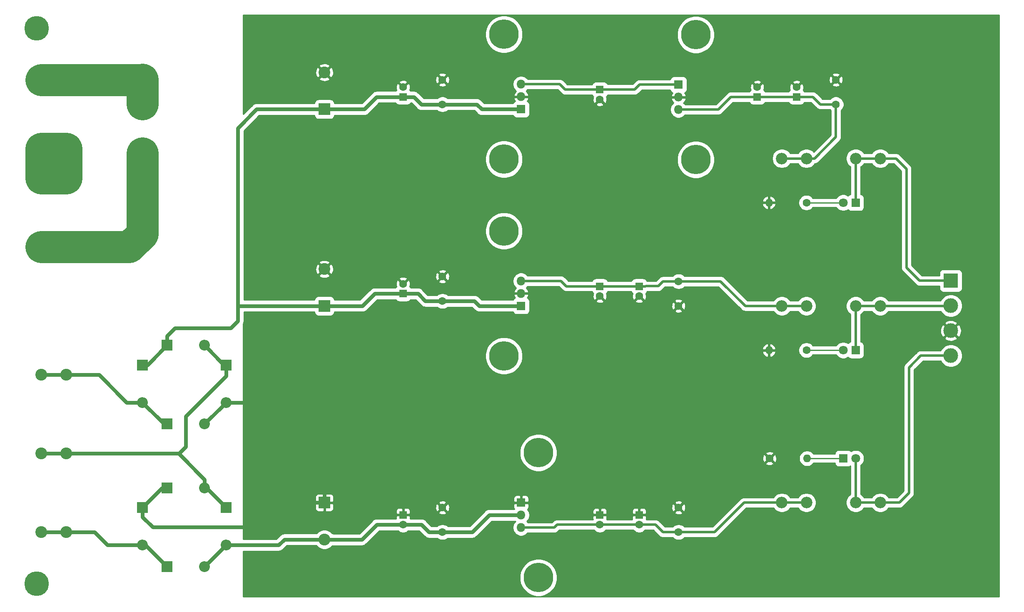
<source format=gbr>
G04 #@! TF.GenerationSoftware,KiCad,Pcbnew,(5.1.5)-3*
G04 #@! TF.CreationDate,2020-11-25T09:14:29-07:00*
G04 #@! TF.ProjectId,Power_Supply_THT,506f7765-725f-4537-9570-706c795f5448,rev?*
G04 #@! TF.SameCoordinates,Original*
G04 #@! TF.FileFunction,Copper,L2,Bot*
G04 #@! TF.FilePolarity,Positive*
%FSLAX46Y46*%
G04 Gerber Fmt 4.6, Leading zero omitted, Abs format (unit mm)*
G04 Created by KiCad (PCBNEW (5.1.5)-3) date 2020-11-25 09:14:29*
%MOMM*%
%LPD*%
G04 APERTURE LIST*
%ADD10C,5.999480*%
%ADD11C,5.000000*%
%ADD12O,1.800000X1.800000*%
%ADD13R,1.800000X1.800000*%
%ADD14R,2.400000X2.400000*%
%ADD15C,2.400000*%
%ADD16C,2.350000*%
%ADD17C,1.600000*%
%ADD18R,1.600000X1.600000*%
%ADD19R,2.200000X2.200000*%
%ADD20O,2.200000X2.200000*%
%ADD21C,1.800000*%
%ADD22O,1.600000X1.600000*%
%ADD23C,3.000000*%
%ADD24R,3.000000X3.000000*%
%ADD25C,0.800000*%
%ADD26C,0.500000*%
%ADD27C,6.500000*%
%ADD28C,0.250000*%
%ADD29C,0.254000*%
G04 APERTURE END LIST*
D10*
X105500000Y-115240000D03*
X105500000Y-89840000D03*
X98500000Y-44760000D03*
X98500000Y-70160000D03*
X137500000Y-30240000D03*
X137500000Y-4840000D03*
X98500000Y-4760000D03*
X98500000Y-30160000D03*
D11*
X3500000Y-116500000D03*
X196500000Y-116500000D03*
X196500000Y-3500000D03*
X3500000Y-3500000D03*
D12*
X102000000Y-105080000D03*
X102000000Y-102540000D03*
D13*
X102000000Y-100000000D03*
D14*
X62000000Y-60000000D03*
D15*
X62000000Y-52500000D03*
D16*
X25000000Y-13964920D03*
X25000000Y-18964920D03*
X25000000Y-33964920D03*
X25000000Y-28964920D03*
D15*
X9540000Y-90000000D03*
X4460000Y-90000000D03*
D16*
X160000000Y-30000000D03*
X155000000Y-30000000D03*
X170000000Y-30000000D03*
X175000000Y-30000000D03*
X175000000Y-60000000D03*
X170000000Y-60000000D03*
X155000000Y-60000000D03*
X160000000Y-60000000D03*
X160000000Y-100000000D03*
X155000000Y-100000000D03*
X170000000Y-100000000D03*
X175000000Y-100000000D03*
D15*
X4460000Y-14000000D03*
X9540000Y-14000000D03*
X9540000Y-28000000D03*
X4460000Y-28000000D03*
X4460000Y-34000000D03*
X9540000Y-34000000D03*
X9540000Y-48000000D03*
X4460000Y-48000000D03*
X4460000Y-74000000D03*
X9540000Y-74000000D03*
X9540000Y-106000000D03*
X4460000Y-106000000D03*
X62000000Y-12500000D03*
D14*
X62000000Y-20000000D03*
D17*
X78000000Y-15500000D03*
D18*
X78000000Y-17500000D03*
D17*
X86000000Y-19000000D03*
X86000000Y-14000000D03*
D15*
X62000000Y-107500000D03*
D14*
X62000000Y-100000000D03*
D18*
X78000000Y-57500000D03*
D17*
X78000000Y-55500000D03*
X78000000Y-104500000D03*
D18*
X78000000Y-102500000D03*
D17*
X86000000Y-54000000D03*
X86000000Y-59000000D03*
X86000000Y-106000000D03*
X86000000Y-101000000D03*
X118000000Y-18000000D03*
D18*
X118000000Y-16000000D03*
X150000000Y-17500000D03*
D17*
X150000000Y-15500000D03*
D18*
X118000000Y-56000000D03*
D17*
X118000000Y-58000000D03*
X126000000Y-104500000D03*
D18*
X126000000Y-102500000D03*
X158000000Y-17500000D03*
D17*
X158000000Y-15500000D03*
X126000000Y-58000000D03*
D18*
X126000000Y-56000000D03*
X118000000Y-102500000D03*
D17*
X118000000Y-104500000D03*
X166000000Y-19000000D03*
X166000000Y-14000000D03*
X134000000Y-55000000D03*
X134000000Y-60000000D03*
X134000000Y-106000000D03*
X134000000Y-101000000D03*
D19*
X25000000Y-72000000D03*
D20*
X25000000Y-79620000D03*
D19*
X25000000Y-101000000D03*
D20*
X25000000Y-108620000D03*
X37620000Y-68000000D03*
D19*
X30000000Y-68000000D03*
X30000000Y-84000000D03*
D20*
X37620000Y-84000000D03*
X37620000Y-97000000D03*
D19*
X30000000Y-97000000D03*
X30000000Y-113000000D03*
D20*
X37620000Y-113000000D03*
X42000000Y-79620000D03*
D19*
X42000000Y-72000000D03*
D20*
X42000000Y-108620000D03*
D19*
X42000000Y-101000000D03*
D21*
X167460000Y-39000000D03*
D13*
X170000000Y-39000000D03*
X170000000Y-69000000D03*
D21*
X167460000Y-69000000D03*
X170040000Y-91000000D03*
D13*
X167500000Y-91000000D03*
D22*
X152380000Y-39000000D03*
D17*
X160000000Y-39000000D03*
D22*
X152380000Y-69000000D03*
D17*
X160000000Y-69000000D03*
X152500000Y-91000000D03*
D22*
X160120000Y-91000000D03*
D13*
X102000000Y-20000000D03*
D12*
X102000000Y-17460000D03*
X102000000Y-14920000D03*
D13*
X102000000Y-60000000D03*
D12*
X102000000Y-57460000D03*
X102000000Y-54920000D03*
X134000000Y-20080000D03*
X134000000Y-17540000D03*
D13*
X134000000Y-15000000D03*
D23*
X189357000Y-70104000D03*
D24*
X189357000Y-54864000D03*
D23*
X189357000Y-65024000D03*
X189357000Y-59944000D03*
D25*
X37620000Y-84000000D02*
X42000000Y-79620000D01*
X42000000Y-79620000D02*
X56749840Y-79620000D01*
X62000000Y-84870160D02*
X62000000Y-100000000D01*
X56749840Y-79620000D02*
X62000000Y-84870160D01*
X29000000Y-97000000D02*
X25000000Y-101000000D01*
X30000000Y-97000000D02*
X29000000Y-97000000D01*
X25000000Y-102900000D02*
X27073120Y-104973120D01*
X25000000Y-101000000D02*
X25000000Y-102900000D01*
X27073120Y-104973120D02*
X47264320Y-104973120D01*
X52237440Y-100000000D02*
X62000000Y-100000000D01*
X47264320Y-104973120D02*
X52237440Y-100000000D01*
D26*
X156661700Y-30000000D02*
X160000000Y-30000000D01*
X155000000Y-30000000D02*
X156661700Y-30000000D01*
X166000000Y-20131370D02*
X166000000Y-19000000D01*
X166000000Y-25661700D02*
X166000000Y-20131370D01*
X161661700Y-30000000D02*
X166000000Y-25661700D01*
X160000000Y-30000000D02*
X161661700Y-30000000D01*
X164868630Y-19000000D02*
X164867830Y-18999200D01*
X166000000Y-19000000D02*
X164868630Y-19000000D01*
X164867830Y-18999200D02*
X162844480Y-18999200D01*
X161345280Y-17500000D02*
X158000000Y-17500000D01*
X162844480Y-18999200D02*
X161345280Y-17500000D01*
X158000000Y-17500000D02*
X150000000Y-17500000D01*
X150000000Y-17500000D02*
X144633280Y-17500000D01*
X142053280Y-20080000D02*
X134000000Y-20080000D01*
X144633280Y-17500000D02*
X142053280Y-20080000D01*
X147553800Y-60000000D02*
X155000000Y-60000000D01*
X156661700Y-60000000D02*
X160000000Y-60000000D01*
X155000000Y-60000000D02*
X156661700Y-60000000D01*
X102000000Y-54920000D02*
X110098960Y-54920000D01*
X111178960Y-56000000D02*
X118000000Y-56000000D01*
X110098960Y-54920000D02*
X111178960Y-56000000D01*
X119300000Y-56000000D02*
X126000000Y-56000000D01*
X118000000Y-56000000D02*
X119300000Y-56000000D01*
X127300000Y-56000000D02*
X127328560Y-55971440D01*
X126000000Y-56000000D02*
X127300000Y-56000000D01*
X127328560Y-55971440D02*
X129870200Y-55971440D01*
X130841640Y-55000000D02*
X134000000Y-55000000D01*
X129870200Y-55971440D02*
X130841640Y-55000000D01*
X142553800Y-55000000D02*
X147553800Y-60000000D01*
X134000000Y-55000000D02*
X142553800Y-55000000D01*
X158338300Y-100000000D02*
X155000000Y-100000000D01*
X160000000Y-100000000D02*
X158338300Y-100000000D01*
X102000000Y-105080000D02*
X108711800Y-105080000D01*
X109291800Y-104500000D02*
X118000000Y-104500000D01*
X108711800Y-105080000D02*
X109291800Y-104500000D01*
X119131370Y-104500000D02*
X126000000Y-104500000D01*
X118000000Y-104500000D02*
X119131370Y-104500000D01*
X126000000Y-104500000D02*
X129295480Y-104500000D01*
X132868630Y-106000000D02*
X134000000Y-106000000D01*
X130795480Y-106000000D02*
X132868630Y-106000000D01*
X129295480Y-104500000D02*
X130795480Y-106000000D01*
X134000000Y-106000000D02*
X141324880Y-106000000D01*
X147324880Y-100000000D02*
X155000000Y-100000000D01*
X141324880Y-106000000D02*
X147324880Y-100000000D01*
D25*
X4460000Y-74000000D02*
X9540000Y-74000000D01*
X29380000Y-84000000D02*
X25000000Y-79620000D01*
X30000000Y-84000000D02*
X29380000Y-84000000D01*
X25000000Y-79620000D02*
X21794360Y-79620000D01*
X16174360Y-74000000D02*
X9540000Y-74000000D01*
X21794360Y-79620000D02*
X16174360Y-74000000D01*
X11237056Y-106000000D02*
X11241416Y-106004360D01*
X9540000Y-106000000D02*
X11237056Y-106000000D01*
X11241416Y-106004360D02*
X15255240Y-106004360D01*
X17870880Y-108620000D02*
X25000000Y-108620000D01*
X15255240Y-106004360D02*
X17870880Y-108620000D01*
X25620000Y-108620000D02*
X30000000Y-113000000D01*
X25000000Y-108620000D02*
X25620000Y-108620000D01*
X9540000Y-106000000D02*
X4460000Y-106000000D01*
X4460000Y-90000000D02*
X9540000Y-90000000D01*
X11237056Y-90000000D02*
X11244496Y-90007440D01*
X9540000Y-90000000D02*
X11237056Y-90000000D01*
X11244496Y-90007440D02*
X30627440Y-90007440D01*
X38000000Y-97000000D02*
X42000000Y-101000000D01*
X37620000Y-97000000D02*
X38000000Y-97000000D01*
X41620000Y-72000000D02*
X37620000Y-68000000D01*
X42000000Y-72000000D02*
X41620000Y-72000000D01*
X32420560Y-90007440D02*
X30627440Y-90007440D01*
X33776920Y-88651080D02*
X32420560Y-90007440D01*
X33776920Y-82428080D02*
X33776920Y-88651080D01*
X42000000Y-72000000D02*
X42000000Y-74205000D01*
X42000000Y-74205000D02*
X33776920Y-82428080D01*
X37620000Y-95278000D02*
X37620000Y-97000000D01*
X30627440Y-90007440D02*
X32349440Y-90007440D01*
X32349440Y-90007440D02*
X37620000Y-95278000D01*
D27*
X4460000Y-14000000D02*
X9540000Y-14000000D01*
X24964920Y-14000000D02*
X25000000Y-13964920D01*
X9540000Y-14000000D02*
X24964920Y-14000000D01*
X25000000Y-13964920D02*
X25000000Y-18964920D01*
X4460000Y-48000000D02*
X9540000Y-48000000D01*
X9540000Y-48000000D02*
X22322440Y-48000000D01*
X25000000Y-45322440D02*
X25000000Y-33964920D01*
X22322440Y-48000000D02*
X25000000Y-45322440D01*
X25000000Y-28964920D02*
X25000000Y-33964920D01*
X4460000Y-28000000D02*
X9540000Y-28000000D01*
X9540000Y-28000000D02*
X9540000Y-34000000D01*
X9540000Y-34000000D02*
X4460000Y-34000000D01*
X4460000Y-34000000D02*
X4460000Y-28000000D01*
D26*
X171661700Y-30000000D02*
X175000000Y-30000000D01*
X170000000Y-30000000D02*
X171661700Y-30000000D01*
X170000000Y-30000000D02*
X170000000Y-39000000D01*
X175000000Y-30000000D02*
X178209000Y-30000000D01*
X178209000Y-30000000D02*
X180340000Y-32131000D01*
X180340000Y-32131000D02*
X180340000Y-52197000D01*
X183007000Y-54864000D02*
X189357000Y-54864000D01*
X180340000Y-52197000D02*
X183007000Y-54864000D01*
X170000000Y-67600000D02*
X170000000Y-60000000D01*
X170000000Y-69000000D02*
X170000000Y-67600000D01*
X170000000Y-60000000D02*
X175000000Y-60000000D01*
X189301000Y-60000000D02*
X189357000Y-59944000D01*
X175000000Y-60000000D02*
X189301000Y-60000000D01*
X170000000Y-91040000D02*
X170040000Y-91000000D01*
X170000000Y-100000000D02*
X170000000Y-91040000D01*
X171661700Y-100000000D02*
X175000000Y-100000000D01*
X170000000Y-100000000D02*
X171661700Y-100000000D01*
X183261000Y-70104000D02*
X189357000Y-70104000D01*
X180848000Y-98044000D02*
X180848000Y-72517000D01*
X180848000Y-72517000D02*
X183261000Y-70104000D01*
X175000000Y-100000000D02*
X178892000Y-100000000D01*
X178892000Y-100000000D02*
X180848000Y-98044000D01*
D25*
X26000000Y-72000000D02*
X30000000Y-68000000D01*
X25000000Y-72000000D02*
X26000000Y-72000000D01*
X48234560Y-20000000D02*
X62000000Y-20000000D01*
X44399200Y-23835360D02*
X48234560Y-20000000D01*
X64000000Y-20000000D02*
X64000040Y-19999960D01*
X62000000Y-20000000D02*
X64000000Y-20000000D01*
X64000040Y-19999960D02*
X70119240Y-19999960D01*
X72619200Y-17500000D02*
X78000000Y-17500000D01*
X70119240Y-19999960D02*
X72619200Y-17500000D01*
X78000000Y-17500000D02*
X80202440Y-17500000D01*
X81702440Y-19000000D02*
X86000000Y-19000000D01*
X80202440Y-17500000D02*
X81702440Y-19000000D01*
X86000000Y-19000000D02*
X92974960Y-19000000D01*
X93974960Y-20000000D02*
X102000000Y-20000000D01*
X92974960Y-19000000D02*
X93974960Y-20000000D01*
X44399200Y-60228480D02*
X44627680Y-60000000D01*
X44399200Y-60228480D02*
X44399200Y-23835360D01*
X44627680Y-60000000D02*
X62000000Y-60000000D01*
X62000000Y-60000000D02*
X69733040Y-60000000D01*
X72233040Y-57500000D02*
X78000000Y-57500000D01*
X69733040Y-60000000D02*
X72233040Y-57500000D01*
X78000000Y-57500000D02*
X81020400Y-57500000D01*
X82520400Y-59000000D02*
X86000000Y-59000000D01*
X81020400Y-57500000D02*
X82520400Y-59000000D01*
X86000000Y-59000000D02*
X92502600Y-59000000D01*
X93502600Y-60000000D02*
X102000000Y-60000000D01*
X92502600Y-59000000D02*
X93502600Y-60000000D01*
X44399200Y-63042800D02*
X44399200Y-60228480D01*
X31623000Y-64516000D02*
X42926000Y-64516000D01*
X42926000Y-64516000D02*
X44399200Y-63042800D01*
X30000000Y-68000000D02*
X30000000Y-66139000D01*
X30000000Y-66139000D02*
X31623000Y-64516000D01*
X42000000Y-108620000D02*
X52715720Y-108620000D01*
X53835720Y-107500000D02*
X62000000Y-107500000D01*
X52715720Y-108620000D02*
X53835720Y-107500000D01*
X42000000Y-108620000D02*
X37620000Y-113000000D01*
X63697056Y-107500000D02*
X63710176Y-107513120D01*
X62000000Y-107500000D02*
X63697056Y-107500000D01*
X63710176Y-107513120D02*
X69616320Y-107513120D01*
X72629440Y-104500000D02*
X78000000Y-104500000D01*
X69616320Y-107513120D02*
X72629440Y-104500000D01*
X79131370Y-104500000D02*
X79140850Y-104490520D01*
X78000000Y-104500000D02*
X79131370Y-104500000D01*
X79140850Y-104490520D02*
X81747360Y-104490520D01*
X83256840Y-106000000D02*
X86000000Y-106000000D01*
X81747360Y-104490520D02*
X83256840Y-106000000D01*
X86000000Y-106000000D02*
X92033640Y-106000000D01*
X95493640Y-102540000D02*
X102000000Y-102540000D01*
X92033640Y-106000000D02*
X95493640Y-102540000D01*
D26*
X132600000Y-15000000D02*
X132591080Y-14991080D01*
X134000000Y-15000000D02*
X132600000Y-15000000D01*
X132591080Y-14991080D02*
X126116080Y-14991080D01*
X125107160Y-16000000D02*
X118000000Y-16000000D01*
X126116080Y-14991080D02*
X125107160Y-16000000D01*
X116700000Y-16000000D02*
X116687840Y-16012160D01*
X118000000Y-16000000D02*
X116700000Y-16000000D01*
X116687840Y-16012160D02*
X110937040Y-16012160D01*
X109844880Y-14920000D02*
X102000000Y-14920000D01*
X110937040Y-16012160D02*
X109844880Y-14920000D01*
D28*
X167460000Y-39000000D02*
X160000000Y-39000000D01*
X161131370Y-69000000D02*
X167460000Y-69000000D01*
X160000000Y-69000000D02*
X161131370Y-69000000D01*
X160120000Y-91000000D02*
X167500000Y-91000000D01*
D29*
G36*
X199148001Y-119148000D02*
G01*
X45496480Y-119148000D01*
X45496480Y-114863099D01*
X101673260Y-114863099D01*
X101673260Y-115616901D01*
X101820319Y-116356219D01*
X102108787Y-117052641D01*
X102527577Y-117679405D01*
X103060595Y-118212423D01*
X103687359Y-118631213D01*
X104383781Y-118919681D01*
X105123099Y-119066740D01*
X105876901Y-119066740D01*
X106616219Y-118919681D01*
X107312641Y-118631213D01*
X107939405Y-118212423D01*
X108472423Y-117679405D01*
X108891213Y-117052641D01*
X109179681Y-116356219D01*
X109326740Y-115616901D01*
X109326740Y-114863099D01*
X109179681Y-114123781D01*
X108891213Y-113427359D01*
X108472423Y-112800595D01*
X107939405Y-112267577D01*
X107312641Y-111848787D01*
X106616219Y-111560319D01*
X105876901Y-111413260D01*
X105123099Y-111413260D01*
X104383781Y-111560319D01*
X103687359Y-111848787D01*
X103060595Y-112267577D01*
X102527577Y-112800595D01*
X102108787Y-113427359D01*
X101820319Y-114123781D01*
X101673260Y-114863099D01*
X45496480Y-114863099D01*
X45496480Y-109847000D01*
X52655460Y-109847000D01*
X52715720Y-109852935D01*
X52775980Y-109847000D01*
X52775988Y-109847000D01*
X52956254Y-109829245D01*
X53187544Y-109759084D01*
X53400703Y-109645149D01*
X53587537Y-109491817D01*
X53625959Y-109445000D01*
X54343960Y-108727000D01*
X60382003Y-108727000D01*
X60425526Y-108792137D01*
X60707863Y-109074474D01*
X61039855Y-109296304D01*
X61408746Y-109449104D01*
X61800358Y-109527000D01*
X62199642Y-109527000D01*
X62591254Y-109449104D01*
X62960145Y-109296304D01*
X63292137Y-109074474D01*
X63574474Y-108792137D01*
X63611742Y-108736361D01*
X63649908Y-108740120D01*
X63649915Y-108740120D01*
X63710175Y-108746055D01*
X63770435Y-108740120D01*
X69556060Y-108740120D01*
X69616320Y-108746055D01*
X69676580Y-108740120D01*
X69676588Y-108740120D01*
X69856854Y-108722365D01*
X70088144Y-108652204D01*
X70301303Y-108538269D01*
X70488137Y-108384937D01*
X70526559Y-108338120D01*
X73137680Y-105727000D01*
X76926075Y-105727000D01*
X76962848Y-105763773D01*
X77229327Y-105941828D01*
X77525422Y-106064475D01*
X77839755Y-106127000D01*
X78160245Y-106127000D01*
X78474578Y-106064475D01*
X78770673Y-105941828D01*
X79037152Y-105763773D01*
X79073673Y-105727252D01*
X79131370Y-105732935D01*
X79191630Y-105727000D01*
X79191638Y-105727000D01*
X79287888Y-105717520D01*
X81239121Y-105717520D01*
X82346605Y-106825005D01*
X82385023Y-106871817D01*
X82571857Y-107025149D01*
X82785016Y-107139084D01*
X83016306Y-107209245D01*
X83196572Y-107227000D01*
X83196579Y-107227000D01*
X83256839Y-107232935D01*
X83317099Y-107227000D01*
X84926075Y-107227000D01*
X84962848Y-107263773D01*
X85229327Y-107441828D01*
X85525422Y-107564475D01*
X85839755Y-107627000D01*
X86160245Y-107627000D01*
X86474578Y-107564475D01*
X86770673Y-107441828D01*
X87037152Y-107263773D01*
X87073925Y-107227000D01*
X91973380Y-107227000D01*
X92033640Y-107232935D01*
X92093900Y-107227000D01*
X92093908Y-107227000D01*
X92274174Y-107209245D01*
X92505464Y-107139084D01*
X92718623Y-107025149D01*
X92905457Y-106871817D01*
X92943879Y-106825000D01*
X96001880Y-103767000D01*
X100784654Y-103767000D01*
X100827654Y-103810000D01*
X100658552Y-103979102D01*
X100469553Y-104261959D01*
X100339368Y-104576253D01*
X100273000Y-104909905D01*
X100273000Y-105250095D01*
X100339368Y-105583747D01*
X100469553Y-105898041D01*
X100658552Y-106180898D01*
X100899102Y-106421448D01*
X101181959Y-106610447D01*
X101496253Y-106740632D01*
X101829905Y-106807000D01*
X102170095Y-106807000D01*
X102503747Y-106740632D01*
X102818041Y-106610447D01*
X103100898Y-106421448D01*
X103341448Y-106180898D01*
X103357416Y-106157000D01*
X108658893Y-106157000D01*
X108711800Y-106162211D01*
X108764707Y-106157000D01*
X108764709Y-106157000D01*
X108922929Y-106141417D01*
X109125944Y-106079833D01*
X109313044Y-105979826D01*
X109477039Y-105845239D01*
X109510773Y-105804134D01*
X109737907Y-105577000D01*
X116776075Y-105577000D01*
X116962848Y-105763773D01*
X117229327Y-105941828D01*
X117525422Y-106064475D01*
X117839755Y-106127000D01*
X118160245Y-106127000D01*
X118474578Y-106064475D01*
X118770673Y-105941828D01*
X119037152Y-105763773D01*
X119223925Y-105577000D01*
X124776075Y-105577000D01*
X124962848Y-105763773D01*
X125229327Y-105941828D01*
X125525422Y-106064475D01*
X125839755Y-106127000D01*
X126160245Y-106127000D01*
X126474578Y-106064475D01*
X126770673Y-105941828D01*
X127037152Y-105763773D01*
X127223925Y-105577000D01*
X128849373Y-105577000D01*
X129996512Y-106724140D01*
X130030241Y-106765239D01*
X130194236Y-106899826D01*
X130381336Y-106999833D01*
X130584351Y-107061417D01*
X130742571Y-107077000D01*
X130742572Y-107077000D01*
X130795479Y-107082211D01*
X130848386Y-107077000D01*
X132776075Y-107077000D01*
X132962848Y-107263773D01*
X133229327Y-107441828D01*
X133525422Y-107564475D01*
X133839755Y-107627000D01*
X134160245Y-107627000D01*
X134474578Y-107564475D01*
X134770673Y-107441828D01*
X135037152Y-107263773D01*
X135223925Y-107077000D01*
X141271973Y-107077000D01*
X141324880Y-107082211D01*
X141377787Y-107077000D01*
X141377789Y-107077000D01*
X141536009Y-107061417D01*
X141739024Y-106999833D01*
X141926124Y-106899826D01*
X142090119Y-106765239D01*
X142123853Y-106724134D01*
X147770988Y-101077000D01*
X153311843Y-101077000D01*
X153444945Y-101276201D01*
X153723799Y-101555055D01*
X154051697Y-101774150D01*
X154416038Y-101925064D01*
X154802820Y-102002000D01*
X155197180Y-102002000D01*
X155583962Y-101925064D01*
X155948303Y-101774150D01*
X156276201Y-101555055D01*
X156555055Y-101276201D01*
X156688157Y-101077000D01*
X158311843Y-101077000D01*
X158444945Y-101276201D01*
X158723799Y-101555055D01*
X159051697Y-101774150D01*
X159416038Y-101925064D01*
X159802820Y-102002000D01*
X160197180Y-102002000D01*
X160583962Y-101925064D01*
X160948303Y-101774150D01*
X161276201Y-101555055D01*
X161555055Y-101276201D01*
X161774150Y-100948303D01*
X161925064Y-100583962D01*
X162002000Y-100197180D01*
X162002000Y-99802820D01*
X161925064Y-99416038D01*
X161774150Y-99051697D01*
X161555055Y-98723799D01*
X161276201Y-98444945D01*
X160948303Y-98225850D01*
X160583962Y-98074936D01*
X160197180Y-97998000D01*
X159802820Y-97998000D01*
X159416038Y-98074936D01*
X159051697Y-98225850D01*
X158723799Y-98444945D01*
X158444945Y-98723799D01*
X158311843Y-98923000D01*
X156688157Y-98923000D01*
X156555055Y-98723799D01*
X156276201Y-98444945D01*
X155948303Y-98225850D01*
X155583962Y-98074936D01*
X155197180Y-97998000D01*
X154802820Y-97998000D01*
X154416038Y-98074936D01*
X154051697Y-98225850D01*
X153723799Y-98444945D01*
X153444945Y-98723799D01*
X153311843Y-98923000D01*
X147377786Y-98923000D01*
X147324879Y-98917789D01*
X147271972Y-98923000D01*
X147271971Y-98923000D01*
X147113751Y-98938583D01*
X146910736Y-99000167D01*
X146723636Y-99100174D01*
X146559641Y-99234761D01*
X146525913Y-99275859D01*
X140878773Y-104923000D01*
X135223925Y-104923000D01*
X135037152Y-104736227D01*
X134770673Y-104558172D01*
X134474578Y-104435525D01*
X134160245Y-104373000D01*
X133839755Y-104373000D01*
X133525422Y-104435525D01*
X133229327Y-104558172D01*
X132962848Y-104736227D01*
X132776075Y-104923000D01*
X131241588Y-104923000D01*
X130094452Y-103775865D01*
X130060719Y-103734761D01*
X129896724Y-103600174D01*
X129709624Y-103500167D01*
X129506609Y-103438583D01*
X129348389Y-103423000D01*
X129348387Y-103423000D01*
X129295480Y-103417789D01*
X129242573Y-103423000D01*
X127425958Y-103423000D01*
X127438072Y-103300000D01*
X127435000Y-102785750D01*
X127276250Y-102627000D01*
X126127000Y-102627000D01*
X126127000Y-102647000D01*
X125873000Y-102647000D01*
X125873000Y-102627000D01*
X124723750Y-102627000D01*
X124565000Y-102785750D01*
X124561928Y-103300000D01*
X124574042Y-103423000D01*
X119425958Y-103423000D01*
X119438072Y-103300000D01*
X119435000Y-102785750D01*
X119276250Y-102627000D01*
X118127000Y-102627000D01*
X118127000Y-102647000D01*
X117873000Y-102647000D01*
X117873000Y-102627000D01*
X116723750Y-102627000D01*
X116565000Y-102785750D01*
X116561928Y-103300000D01*
X116574042Y-103423000D01*
X109344707Y-103423000D01*
X109291800Y-103417789D01*
X109238893Y-103423000D01*
X109238891Y-103423000D01*
X109080671Y-103438583D01*
X108877656Y-103500167D01*
X108690556Y-103600174D01*
X108526561Y-103734761D01*
X108492827Y-103775866D01*
X108265693Y-104003000D01*
X103357416Y-104003000D01*
X103341448Y-103979102D01*
X103172346Y-103810000D01*
X103341448Y-103640898D01*
X103530447Y-103358041D01*
X103660632Y-103043747D01*
X103727000Y-102710095D01*
X103727000Y-102369905D01*
X103660632Y-102036253D01*
X103530447Y-101721959D01*
X103515775Y-101700000D01*
X116561928Y-101700000D01*
X116565000Y-102214250D01*
X116723750Y-102373000D01*
X117873000Y-102373000D01*
X117873000Y-101223750D01*
X118127000Y-101223750D01*
X118127000Y-102373000D01*
X119276250Y-102373000D01*
X119435000Y-102214250D01*
X119438072Y-101700000D01*
X124561928Y-101700000D01*
X124565000Y-102214250D01*
X124723750Y-102373000D01*
X125873000Y-102373000D01*
X125873000Y-101223750D01*
X126127000Y-101223750D01*
X126127000Y-102373000D01*
X127276250Y-102373000D01*
X127435000Y-102214250D01*
X127436323Y-101992702D01*
X133186903Y-101992702D01*
X133258486Y-102236671D01*
X133513996Y-102357571D01*
X133788184Y-102426300D01*
X134070512Y-102440217D01*
X134350130Y-102398787D01*
X134616292Y-102303603D01*
X134741514Y-102236671D01*
X134813097Y-101992702D01*
X134000000Y-101179605D01*
X133186903Y-101992702D01*
X127436323Y-101992702D01*
X127438072Y-101700000D01*
X127425812Y-101575518D01*
X127389502Y-101455820D01*
X127330537Y-101345506D01*
X127251185Y-101248815D01*
X127154494Y-101169463D01*
X127044180Y-101110498D01*
X126924482Y-101074188D01*
X126887158Y-101070512D01*
X132559783Y-101070512D01*
X132601213Y-101350130D01*
X132696397Y-101616292D01*
X132763329Y-101741514D01*
X133007298Y-101813097D01*
X133820395Y-101000000D01*
X134179605Y-101000000D01*
X134992702Y-101813097D01*
X135236671Y-101741514D01*
X135357571Y-101486004D01*
X135426300Y-101211816D01*
X135440217Y-100929488D01*
X135398787Y-100649870D01*
X135303603Y-100383708D01*
X135236671Y-100258486D01*
X134992702Y-100186903D01*
X134179605Y-101000000D01*
X133820395Y-101000000D01*
X133007298Y-100186903D01*
X132763329Y-100258486D01*
X132642429Y-100513996D01*
X132573700Y-100788184D01*
X132559783Y-101070512D01*
X126887158Y-101070512D01*
X126800000Y-101061928D01*
X126285750Y-101065000D01*
X126127000Y-101223750D01*
X125873000Y-101223750D01*
X125714250Y-101065000D01*
X125200000Y-101061928D01*
X125075518Y-101074188D01*
X124955820Y-101110498D01*
X124845506Y-101169463D01*
X124748815Y-101248815D01*
X124669463Y-101345506D01*
X124610498Y-101455820D01*
X124574188Y-101575518D01*
X124561928Y-101700000D01*
X119438072Y-101700000D01*
X119425812Y-101575518D01*
X119389502Y-101455820D01*
X119330537Y-101345506D01*
X119251185Y-101248815D01*
X119154494Y-101169463D01*
X119044180Y-101110498D01*
X118924482Y-101074188D01*
X118800000Y-101061928D01*
X118285750Y-101065000D01*
X118127000Y-101223750D01*
X117873000Y-101223750D01*
X117714250Y-101065000D01*
X117200000Y-101061928D01*
X117075518Y-101074188D01*
X116955820Y-101110498D01*
X116845506Y-101169463D01*
X116748815Y-101248815D01*
X116669463Y-101345506D01*
X116610498Y-101455820D01*
X116574188Y-101575518D01*
X116561928Y-101700000D01*
X103515775Y-101700000D01*
X103341448Y-101439102D01*
X103297549Y-101395203D01*
X103351185Y-101351185D01*
X103430537Y-101254494D01*
X103489502Y-101144180D01*
X103525812Y-101024482D01*
X103538072Y-100900000D01*
X103535000Y-100285750D01*
X103376250Y-100127000D01*
X102127000Y-100127000D01*
X102127000Y-100147000D01*
X101873000Y-100147000D01*
X101873000Y-100127000D01*
X100623750Y-100127000D01*
X100465000Y-100285750D01*
X100461928Y-100900000D01*
X100474188Y-101024482D01*
X100510498Y-101144180D01*
X100569463Y-101254494D01*
X100617477Y-101313000D01*
X95553900Y-101313000D01*
X95493640Y-101307065D01*
X95433380Y-101313000D01*
X95433372Y-101313000D01*
X95253106Y-101330755D01*
X95021815Y-101400916D01*
X94950374Y-101439102D01*
X94808657Y-101514851D01*
X94621823Y-101668183D01*
X94583405Y-101714995D01*
X91525401Y-104773000D01*
X87073925Y-104773000D01*
X87037152Y-104736227D01*
X86770673Y-104558172D01*
X86474578Y-104435525D01*
X86160245Y-104373000D01*
X85839755Y-104373000D01*
X85525422Y-104435525D01*
X85229327Y-104558172D01*
X84962848Y-104736227D01*
X84926075Y-104773000D01*
X83765080Y-104773000D01*
X82657599Y-103665520D01*
X82619177Y-103618703D01*
X82432343Y-103465371D01*
X82219184Y-103351436D01*
X81987894Y-103281275D01*
X81807628Y-103263520D01*
X81807620Y-103263520D01*
X81747360Y-103257585D01*
X81687100Y-103263520D01*
X79437854Y-103263520D01*
X79435000Y-102785750D01*
X79276250Y-102627000D01*
X78127000Y-102627000D01*
X78127000Y-102647000D01*
X77873000Y-102647000D01*
X77873000Y-102627000D01*
X76723750Y-102627000D01*
X76565000Y-102785750D01*
X76562089Y-103273000D01*
X72689699Y-103273000D01*
X72629439Y-103267065D01*
X72569179Y-103273000D01*
X72569172Y-103273000D01*
X72388906Y-103290755D01*
X72157616Y-103360916D01*
X71944457Y-103474851D01*
X71757623Y-103628183D01*
X71719205Y-103674995D01*
X69108081Y-106286120D01*
X63890531Y-106286120D01*
X63757324Y-106273000D01*
X63757316Y-106273000D01*
X63697056Y-106267065D01*
X63636796Y-106273000D01*
X63617997Y-106273000D01*
X63574474Y-106207863D01*
X63292137Y-105925526D01*
X62960145Y-105703696D01*
X62591254Y-105550896D01*
X62199642Y-105473000D01*
X61800358Y-105473000D01*
X61408746Y-105550896D01*
X61039855Y-105703696D01*
X60707863Y-105925526D01*
X60425526Y-106207863D01*
X60382003Y-106273000D01*
X53895979Y-106273000D01*
X53835719Y-106267065D01*
X53775459Y-106273000D01*
X53775452Y-106273000D01*
X53595186Y-106290755D01*
X53363896Y-106360916D01*
X53150737Y-106474851D01*
X52963903Y-106628183D01*
X52925485Y-106674995D01*
X52207481Y-107393000D01*
X45496480Y-107393000D01*
X45496480Y-101200000D01*
X60161928Y-101200000D01*
X60174188Y-101324482D01*
X60210498Y-101444180D01*
X60269463Y-101554494D01*
X60348815Y-101651185D01*
X60445506Y-101730537D01*
X60555820Y-101789502D01*
X60675518Y-101825812D01*
X60800000Y-101838072D01*
X61714250Y-101835000D01*
X61873000Y-101676250D01*
X61873000Y-100127000D01*
X62127000Y-100127000D01*
X62127000Y-101676250D01*
X62285750Y-101835000D01*
X63200000Y-101838072D01*
X63324482Y-101825812D01*
X63444180Y-101789502D01*
X63554494Y-101730537D01*
X63591703Y-101700000D01*
X76561928Y-101700000D01*
X76565000Y-102214250D01*
X76723750Y-102373000D01*
X77873000Y-102373000D01*
X77873000Y-101223750D01*
X78127000Y-101223750D01*
X78127000Y-102373000D01*
X79276250Y-102373000D01*
X79435000Y-102214250D01*
X79436323Y-101992702D01*
X85186903Y-101992702D01*
X85258486Y-102236671D01*
X85513996Y-102357571D01*
X85788184Y-102426300D01*
X86070512Y-102440217D01*
X86350130Y-102398787D01*
X86616292Y-102303603D01*
X86741514Y-102236671D01*
X86813097Y-101992702D01*
X86000000Y-101179605D01*
X85186903Y-101992702D01*
X79436323Y-101992702D01*
X79438072Y-101700000D01*
X79425812Y-101575518D01*
X79389502Y-101455820D01*
X79330537Y-101345506D01*
X79251185Y-101248815D01*
X79154494Y-101169463D01*
X79044180Y-101110498D01*
X78924482Y-101074188D01*
X78887158Y-101070512D01*
X84559783Y-101070512D01*
X84601213Y-101350130D01*
X84696397Y-101616292D01*
X84763329Y-101741514D01*
X85007298Y-101813097D01*
X85820395Y-101000000D01*
X86179605Y-101000000D01*
X86992702Y-101813097D01*
X87236671Y-101741514D01*
X87357571Y-101486004D01*
X87426300Y-101211816D01*
X87440217Y-100929488D01*
X87398787Y-100649870D01*
X87303603Y-100383708D01*
X87236671Y-100258486D01*
X86992702Y-100186903D01*
X86179605Y-101000000D01*
X85820395Y-101000000D01*
X85007298Y-100186903D01*
X84763329Y-100258486D01*
X84642429Y-100513996D01*
X84573700Y-100788184D01*
X84559783Y-101070512D01*
X78887158Y-101070512D01*
X78800000Y-101061928D01*
X78285750Y-101065000D01*
X78127000Y-101223750D01*
X77873000Y-101223750D01*
X77714250Y-101065000D01*
X77200000Y-101061928D01*
X77075518Y-101074188D01*
X76955820Y-101110498D01*
X76845506Y-101169463D01*
X76748815Y-101248815D01*
X76669463Y-101345506D01*
X76610498Y-101455820D01*
X76574188Y-101575518D01*
X76561928Y-101700000D01*
X63591703Y-101700000D01*
X63651185Y-101651185D01*
X63730537Y-101554494D01*
X63789502Y-101444180D01*
X63825812Y-101324482D01*
X63838072Y-101200000D01*
X63835000Y-100285750D01*
X63676250Y-100127000D01*
X62127000Y-100127000D01*
X61873000Y-100127000D01*
X60323750Y-100127000D01*
X60165000Y-100285750D01*
X60161928Y-101200000D01*
X45496480Y-101200000D01*
X45496480Y-100007298D01*
X85186903Y-100007298D01*
X86000000Y-100820395D01*
X86813097Y-100007298D01*
X133186903Y-100007298D01*
X134000000Y-100820395D01*
X134813097Y-100007298D01*
X134741514Y-99763329D01*
X134486004Y-99642429D01*
X134211816Y-99573700D01*
X133929488Y-99559783D01*
X133649870Y-99601213D01*
X133383708Y-99696397D01*
X133258486Y-99763329D01*
X133186903Y-100007298D01*
X86813097Y-100007298D01*
X86741514Y-99763329D01*
X86486004Y-99642429D01*
X86211816Y-99573700D01*
X85929488Y-99559783D01*
X85649870Y-99601213D01*
X85383708Y-99696397D01*
X85258486Y-99763329D01*
X85186903Y-100007298D01*
X45496480Y-100007298D01*
X45496480Y-98800000D01*
X60161928Y-98800000D01*
X60165000Y-99714250D01*
X60323750Y-99873000D01*
X61873000Y-99873000D01*
X61873000Y-98323750D01*
X62127000Y-98323750D01*
X62127000Y-99873000D01*
X63676250Y-99873000D01*
X63835000Y-99714250D01*
X63837063Y-99100000D01*
X100461928Y-99100000D01*
X100465000Y-99714250D01*
X100623750Y-99873000D01*
X101873000Y-99873000D01*
X101873000Y-98623750D01*
X102127000Y-98623750D01*
X102127000Y-99873000D01*
X103376250Y-99873000D01*
X103535000Y-99714250D01*
X103538072Y-99100000D01*
X103525812Y-98975518D01*
X103489502Y-98855820D01*
X103430537Y-98745506D01*
X103351185Y-98648815D01*
X103254494Y-98569463D01*
X103144180Y-98510498D01*
X103024482Y-98474188D01*
X102900000Y-98461928D01*
X102285750Y-98465000D01*
X102127000Y-98623750D01*
X101873000Y-98623750D01*
X101714250Y-98465000D01*
X101100000Y-98461928D01*
X100975518Y-98474188D01*
X100855820Y-98510498D01*
X100745506Y-98569463D01*
X100648815Y-98648815D01*
X100569463Y-98745506D01*
X100510498Y-98855820D01*
X100474188Y-98975518D01*
X100461928Y-99100000D01*
X63837063Y-99100000D01*
X63838072Y-98800000D01*
X63825812Y-98675518D01*
X63789502Y-98555820D01*
X63730537Y-98445506D01*
X63651185Y-98348815D01*
X63554494Y-98269463D01*
X63444180Y-98210498D01*
X63324482Y-98174188D01*
X63200000Y-98161928D01*
X62285750Y-98165000D01*
X62127000Y-98323750D01*
X61873000Y-98323750D01*
X61714250Y-98165000D01*
X60800000Y-98161928D01*
X60675518Y-98174188D01*
X60555820Y-98210498D01*
X60445506Y-98269463D01*
X60348815Y-98348815D01*
X60269463Y-98445506D01*
X60210498Y-98555820D01*
X60174188Y-98675518D01*
X60161928Y-98800000D01*
X45496480Y-98800000D01*
X45496480Y-89463099D01*
X101673260Y-89463099D01*
X101673260Y-90216901D01*
X101820319Y-90956219D01*
X102108787Y-91652641D01*
X102527577Y-92279405D01*
X103060595Y-92812423D01*
X103687359Y-93231213D01*
X104383781Y-93519681D01*
X105123099Y-93666740D01*
X105876901Y-93666740D01*
X106616219Y-93519681D01*
X107312641Y-93231213D01*
X107939405Y-92812423D01*
X108472423Y-92279405D01*
X108663991Y-91992702D01*
X151686903Y-91992702D01*
X151758486Y-92236671D01*
X152013996Y-92357571D01*
X152288184Y-92426300D01*
X152570512Y-92440217D01*
X152850130Y-92398787D01*
X153116292Y-92303603D01*
X153241514Y-92236671D01*
X153313097Y-91992702D01*
X152500000Y-91179605D01*
X151686903Y-91992702D01*
X108663991Y-91992702D01*
X108891213Y-91652641D01*
X109132339Y-91070512D01*
X151059783Y-91070512D01*
X151101213Y-91350130D01*
X151196397Y-91616292D01*
X151263329Y-91741514D01*
X151507298Y-91813097D01*
X152320395Y-91000000D01*
X152679605Y-91000000D01*
X153492702Y-91813097D01*
X153736671Y-91741514D01*
X153857571Y-91486004D01*
X153926300Y-91211816D01*
X153940217Y-90929488D01*
X153926922Y-90839755D01*
X158493000Y-90839755D01*
X158493000Y-91160245D01*
X158555525Y-91474578D01*
X158678172Y-91770673D01*
X158856227Y-92037152D01*
X159082848Y-92263773D01*
X159349327Y-92441828D01*
X159645422Y-92564475D01*
X159959755Y-92627000D01*
X160280245Y-92627000D01*
X160594578Y-92564475D01*
X160890673Y-92441828D01*
X161157152Y-92263773D01*
X161383773Y-92037152D01*
X161440670Y-91952000D01*
X165774120Y-91952000D01*
X165784966Y-92062120D01*
X165832255Y-92218010D01*
X165909048Y-92361679D01*
X166012394Y-92487606D01*
X166138321Y-92590952D01*
X166281990Y-92667745D01*
X166437880Y-92715034D01*
X166600000Y-92731001D01*
X168400000Y-92731001D01*
X168562120Y-92715034D01*
X168718010Y-92667745D01*
X168861679Y-92590952D01*
X168923001Y-92540626D01*
X168923000Y-98311843D01*
X168723799Y-98444945D01*
X168444945Y-98723799D01*
X168225850Y-99051697D01*
X168074936Y-99416038D01*
X167998000Y-99802820D01*
X167998000Y-100197180D01*
X168074936Y-100583962D01*
X168225850Y-100948303D01*
X168444945Y-101276201D01*
X168723799Y-101555055D01*
X169051697Y-101774150D01*
X169416038Y-101925064D01*
X169802820Y-102002000D01*
X170197180Y-102002000D01*
X170583962Y-101925064D01*
X170948303Y-101774150D01*
X171276201Y-101555055D01*
X171555055Y-101276201D01*
X171688157Y-101077000D01*
X173311843Y-101077000D01*
X173444945Y-101276201D01*
X173723799Y-101555055D01*
X174051697Y-101774150D01*
X174416038Y-101925064D01*
X174802820Y-102002000D01*
X175197180Y-102002000D01*
X175583962Y-101925064D01*
X175948303Y-101774150D01*
X176276201Y-101555055D01*
X176555055Y-101276201D01*
X176688157Y-101077000D01*
X178839093Y-101077000D01*
X178892000Y-101082211D01*
X178944907Y-101077000D01*
X178944909Y-101077000D01*
X179103129Y-101061417D01*
X179306144Y-100999833D01*
X179493244Y-100899826D01*
X179657239Y-100765239D01*
X179690973Y-100724135D01*
X181572140Y-98842968D01*
X181613239Y-98809239D01*
X181722981Y-98675518D01*
X181747826Y-98645245D01*
X181847832Y-98458145D01*
X181847833Y-98458144D01*
X181909417Y-98255129D01*
X181925000Y-98096909D01*
X181925000Y-98096907D01*
X181930211Y-98044000D01*
X181925000Y-97991093D01*
X181925000Y-72963107D01*
X183707108Y-71181000D01*
X187284382Y-71181000D01*
X187294840Y-71206248D01*
X187549501Y-71587376D01*
X187873624Y-71911499D01*
X188254752Y-72166160D01*
X188678239Y-72341574D01*
X189127811Y-72431000D01*
X189586189Y-72431000D01*
X190035761Y-72341574D01*
X190459248Y-72166160D01*
X190840376Y-71911499D01*
X191164499Y-71587376D01*
X191419160Y-71206248D01*
X191594574Y-70782761D01*
X191684000Y-70333189D01*
X191684000Y-69874811D01*
X191594574Y-69425239D01*
X191419160Y-69001752D01*
X191164499Y-68620624D01*
X190840376Y-68296501D01*
X190459248Y-68041840D01*
X190035761Y-67866426D01*
X189586189Y-67777000D01*
X189127811Y-67777000D01*
X188678239Y-67866426D01*
X188254752Y-68041840D01*
X187873624Y-68296501D01*
X187549501Y-68620624D01*
X187294840Y-69001752D01*
X187284382Y-69027000D01*
X183313906Y-69027000D01*
X183260999Y-69021789D01*
X183208092Y-69027000D01*
X183208091Y-69027000D01*
X183049871Y-69042583D01*
X182846856Y-69104167D01*
X182659756Y-69204174D01*
X182495761Y-69338761D01*
X182462032Y-69379860D01*
X180123861Y-71718032D01*
X180082762Y-71751761D01*
X180049034Y-71792859D01*
X179948175Y-71915756D01*
X179848168Y-72102856D01*
X179786584Y-72305871D01*
X179765789Y-72517000D01*
X179771001Y-72569917D01*
X179771000Y-97597892D01*
X178445893Y-98923000D01*
X176688157Y-98923000D01*
X176555055Y-98723799D01*
X176276201Y-98444945D01*
X175948303Y-98225850D01*
X175583962Y-98074936D01*
X175197180Y-97998000D01*
X174802820Y-97998000D01*
X174416038Y-98074936D01*
X174051697Y-98225850D01*
X173723799Y-98444945D01*
X173444945Y-98723799D01*
X173311843Y-98923000D01*
X171688157Y-98923000D01*
X171555055Y-98723799D01*
X171276201Y-98444945D01*
X171077000Y-98311843D01*
X171077000Y-92384143D01*
X171140898Y-92341448D01*
X171381448Y-92100898D01*
X171570447Y-91818041D01*
X171700632Y-91503747D01*
X171767000Y-91170095D01*
X171767000Y-90829905D01*
X171700632Y-90496253D01*
X171570447Y-90181959D01*
X171381448Y-89899102D01*
X171140898Y-89658552D01*
X170858041Y-89469553D01*
X170543747Y-89339368D01*
X170210095Y-89273000D01*
X169869905Y-89273000D01*
X169536253Y-89339368D01*
X169221959Y-89469553D01*
X169047896Y-89585858D01*
X168987606Y-89512394D01*
X168861679Y-89409048D01*
X168718010Y-89332255D01*
X168562120Y-89284966D01*
X168400000Y-89268999D01*
X166600000Y-89268999D01*
X166437880Y-89284966D01*
X166281990Y-89332255D01*
X166138321Y-89409048D01*
X166012394Y-89512394D01*
X165909048Y-89638321D01*
X165832255Y-89781990D01*
X165784966Y-89937880D01*
X165774120Y-90048000D01*
X161440670Y-90048000D01*
X161383773Y-89962848D01*
X161157152Y-89736227D01*
X160890673Y-89558172D01*
X160594578Y-89435525D01*
X160280245Y-89373000D01*
X159959755Y-89373000D01*
X159645422Y-89435525D01*
X159349327Y-89558172D01*
X159082848Y-89736227D01*
X158856227Y-89962848D01*
X158678172Y-90229327D01*
X158555525Y-90525422D01*
X158493000Y-90839755D01*
X153926922Y-90839755D01*
X153898787Y-90649870D01*
X153803603Y-90383708D01*
X153736671Y-90258486D01*
X153492702Y-90186903D01*
X152679605Y-91000000D01*
X152320395Y-91000000D01*
X151507298Y-90186903D01*
X151263329Y-90258486D01*
X151142429Y-90513996D01*
X151073700Y-90788184D01*
X151059783Y-91070512D01*
X109132339Y-91070512D01*
X109179681Y-90956219D01*
X109326740Y-90216901D01*
X109326740Y-90007298D01*
X151686903Y-90007298D01*
X152500000Y-90820395D01*
X153313097Y-90007298D01*
X153241514Y-89763329D01*
X152986004Y-89642429D01*
X152711816Y-89573700D01*
X152429488Y-89559783D01*
X152149870Y-89601213D01*
X151883708Y-89696397D01*
X151758486Y-89763329D01*
X151686903Y-90007298D01*
X109326740Y-90007298D01*
X109326740Y-89463099D01*
X109179681Y-88723781D01*
X108891213Y-88027359D01*
X108472423Y-87400595D01*
X107939405Y-86867577D01*
X107312641Y-86448787D01*
X106616219Y-86160319D01*
X105876901Y-86013260D01*
X105123099Y-86013260D01*
X104383781Y-86160319D01*
X103687359Y-86448787D01*
X103060595Y-86867577D01*
X102527577Y-87400595D01*
X102108787Y-88027359D01*
X101820319Y-88723781D01*
X101673260Y-89463099D01*
X45496480Y-89463099D01*
X45496480Y-69783099D01*
X94673260Y-69783099D01*
X94673260Y-70536901D01*
X94820319Y-71276219D01*
X95108787Y-71972641D01*
X95527577Y-72599405D01*
X96060595Y-73132423D01*
X96687359Y-73551213D01*
X97383781Y-73839681D01*
X98123099Y-73986740D01*
X98876901Y-73986740D01*
X99616219Y-73839681D01*
X100312641Y-73551213D01*
X100939405Y-73132423D01*
X101472423Y-72599405D01*
X101891213Y-71972641D01*
X102179681Y-71276219D01*
X102326740Y-70536901D01*
X102326740Y-69783099D01*
X102240401Y-69349039D01*
X150988096Y-69349039D01*
X151028754Y-69483087D01*
X151148963Y-69737420D01*
X151316481Y-69963414D01*
X151524869Y-70152385D01*
X151766119Y-70297070D01*
X152030960Y-70391909D01*
X152253000Y-70270624D01*
X152253000Y-69127000D01*
X152507000Y-69127000D01*
X152507000Y-70270624D01*
X152729040Y-70391909D01*
X152993881Y-70297070D01*
X153235131Y-70152385D01*
X153443519Y-69963414D01*
X153611037Y-69737420D01*
X153731246Y-69483087D01*
X153771904Y-69349039D01*
X153649915Y-69127000D01*
X152507000Y-69127000D01*
X152253000Y-69127000D01*
X151110085Y-69127000D01*
X150988096Y-69349039D01*
X102240401Y-69349039D01*
X102179681Y-69043781D01*
X102016970Y-68650961D01*
X150988096Y-68650961D01*
X151110085Y-68873000D01*
X152253000Y-68873000D01*
X152253000Y-67729376D01*
X152507000Y-67729376D01*
X152507000Y-68873000D01*
X153649915Y-68873000D01*
X153668179Y-68839755D01*
X158373000Y-68839755D01*
X158373000Y-69160245D01*
X158435525Y-69474578D01*
X158558172Y-69770673D01*
X158736227Y-70037152D01*
X158962848Y-70263773D01*
X159229327Y-70441828D01*
X159525422Y-70564475D01*
X159839755Y-70627000D01*
X160160245Y-70627000D01*
X160474578Y-70564475D01*
X160770673Y-70441828D01*
X161037152Y-70263773D01*
X161263773Y-70037152D01*
X161320670Y-69952000D01*
X166019062Y-69952000D01*
X166118552Y-70100898D01*
X166359102Y-70341448D01*
X166641959Y-70530447D01*
X166956253Y-70660632D01*
X167289905Y-70727000D01*
X167630095Y-70727000D01*
X167963747Y-70660632D01*
X168278041Y-70530447D01*
X168452104Y-70414142D01*
X168512394Y-70487606D01*
X168638321Y-70590952D01*
X168781990Y-70667745D01*
X168937880Y-70715034D01*
X169100000Y-70731001D01*
X170900000Y-70731001D01*
X171062120Y-70715034D01*
X171218010Y-70667745D01*
X171361679Y-70590952D01*
X171487606Y-70487606D01*
X171590952Y-70361679D01*
X171667745Y-70218010D01*
X171715034Y-70062120D01*
X171731001Y-69900000D01*
X171731001Y-68100000D01*
X171715034Y-67937880D01*
X171667745Y-67781990D01*
X171590952Y-67638321D01*
X171487606Y-67512394D01*
X171361679Y-67409048D01*
X171218010Y-67332255D01*
X171077000Y-67289480D01*
X171077000Y-66515653D01*
X188044952Y-66515653D01*
X188200962Y-66831214D01*
X188575745Y-67022020D01*
X188980551Y-67136044D01*
X189399824Y-67168902D01*
X189817451Y-67119334D01*
X190217383Y-66989243D01*
X190513038Y-66831214D01*
X190669048Y-66515653D01*
X189357000Y-65203605D01*
X188044952Y-66515653D01*
X171077000Y-66515653D01*
X171077000Y-65066824D01*
X187212098Y-65066824D01*
X187261666Y-65484451D01*
X187391757Y-65884383D01*
X187549786Y-66180038D01*
X187865347Y-66336048D01*
X189177395Y-65024000D01*
X189536605Y-65024000D01*
X190848653Y-66336048D01*
X191164214Y-66180038D01*
X191355020Y-65805255D01*
X191469044Y-65400449D01*
X191501902Y-64981176D01*
X191452334Y-64563549D01*
X191322243Y-64163617D01*
X191164214Y-63867962D01*
X190848653Y-63711952D01*
X189536605Y-65024000D01*
X189177395Y-65024000D01*
X187865347Y-63711952D01*
X187549786Y-63867962D01*
X187358980Y-64242745D01*
X187244956Y-64647551D01*
X187212098Y-65066824D01*
X171077000Y-65066824D01*
X171077000Y-63532347D01*
X188044952Y-63532347D01*
X189357000Y-64844395D01*
X190669048Y-63532347D01*
X190513038Y-63216786D01*
X190138255Y-63025980D01*
X189733449Y-62911956D01*
X189314176Y-62879098D01*
X188896549Y-62928666D01*
X188496617Y-63058757D01*
X188200962Y-63216786D01*
X188044952Y-63532347D01*
X171077000Y-63532347D01*
X171077000Y-61688157D01*
X171276201Y-61555055D01*
X171555055Y-61276201D01*
X171688157Y-61077000D01*
X173311843Y-61077000D01*
X173444945Y-61276201D01*
X173723799Y-61555055D01*
X174051697Y-61774150D01*
X174416038Y-61925064D01*
X174802820Y-62002000D01*
X175197180Y-62002000D01*
X175583962Y-61925064D01*
X175948303Y-61774150D01*
X176276201Y-61555055D01*
X176555055Y-61276201D01*
X176688157Y-61077000D01*
X187315388Y-61077000D01*
X187549501Y-61427376D01*
X187873624Y-61751499D01*
X188254752Y-62006160D01*
X188678239Y-62181574D01*
X189127811Y-62271000D01*
X189586189Y-62271000D01*
X190035761Y-62181574D01*
X190459248Y-62006160D01*
X190840376Y-61751499D01*
X191164499Y-61427376D01*
X191419160Y-61046248D01*
X191594574Y-60622761D01*
X191684000Y-60173189D01*
X191684000Y-59714811D01*
X191594574Y-59265239D01*
X191419160Y-58841752D01*
X191164499Y-58460624D01*
X190840376Y-58136501D01*
X190459248Y-57881840D01*
X190035761Y-57706426D01*
X189586189Y-57617000D01*
X189127811Y-57617000D01*
X188678239Y-57706426D01*
X188254752Y-57881840D01*
X187873624Y-58136501D01*
X187549501Y-58460624D01*
X187294840Y-58841752D01*
X187261186Y-58923000D01*
X176688157Y-58923000D01*
X176555055Y-58723799D01*
X176276201Y-58444945D01*
X175948303Y-58225850D01*
X175583962Y-58074936D01*
X175197180Y-57998000D01*
X174802820Y-57998000D01*
X174416038Y-58074936D01*
X174051697Y-58225850D01*
X173723799Y-58444945D01*
X173444945Y-58723799D01*
X173311843Y-58923000D01*
X171688157Y-58923000D01*
X171555055Y-58723799D01*
X171276201Y-58444945D01*
X170948303Y-58225850D01*
X170583962Y-58074936D01*
X170197180Y-57998000D01*
X169802820Y-57998000D01*
X169416038Y-58074936D01*
X169051697Y-58225850D01*
X168723799Y-58444945D01*
X168444945Y-58723799D01*
X168225850Y-59051697D01*
X168074936Y-59416038D01*
X167998000Y-59802820D01*
X167998000Y-60197180D01*
X168074936Y-60583962D01*
X168225850Y-60948303D01*
X168444945Y-61276201D01*
X168723799Y-61555055D01*
X168923001Y-61688158D01*
X168923000Y-67289480D01*
X168781990Y-67332255D01*
X168638321Y-67409048D01*
X168512394Y-67512394D01*
X168452104Y-67585858D01*
X168278041Y-67469553D01*
X167963747Y-67339368D01*
X167630095Y-67273000D01*
X167289905Y-67273000D01*
X166956253Y-67339368D01*
X166641959Y-67469553D01*
X166359102Y-67658552D01*
X166118552Y-67899102D01*
X166019062Y-68048000D01*
X161320670Y-68048000D01*
X161263773Y-67962848D01*
X161037152Y-67736227D01*
X160770673Y-67558172D01*
X160474578Y-67435525D01*
X160160245Y-67373000D01*
X159839755Y-67373000D01*
X159525422Y-67435525D01*
X159229327Y-67558172D01*
X158962848Y-67736227D01*
X158736227Y-67962848D01*
X158558172Y-68229327D01*
X158435525Y-68525422D01*
X158373000Y-68839755D01*
X153668179Y-68839755D01*
X153771904Y-68650961D01*
X153731246Y-68516913D01*
X153611037Y-68262580D01*
X153443519Y-68036586D01*
X153235131Y-67847615D01*
X152993881Y-67702930D01*
X152729040Y-67608091D01*
X152507000Y-67729376D01*
X152253000Y-67729376D01*
X152030960Y-67608091D01*
X151766119Y-67702930D01*
X151524869Y-67847615D01*
X151316481Y-68036586D01*
X151148963Y-68262580D01*
X151028754Y-68516913D01*
X150988096Y-68650961D01*
X102016970Y-68650961D01*
X101891213Y-68347359D01*
X101472423Y-67720595D01*
X100939405Y-67187577D01*
X100312641Y-66768787D01*
X99616219Y-66480319D01*
X98876901Y-66333260D01*
X98123099Y-66333260D01*
X97383781Y-66480319D01*
X96687359Y-66768787D01*
X96060595Y-67187577D01*
X95527577Y-67720595D01*
X95108787Y-68347359D01*
X94820319Y-69043781D01*
X94673260Y-69783099D01*
X45496480Y-69783099D01*
X45496480Y-63592834D01*
X45538284Y-63514624D01*
X45608445Y-63283334D01*
X45626200Y-63103068D01*
X45626200Y-63103061D01*
X45632135Y-63042801D01*
X45626200Y-62982541D01*
X45626200Y-61227000D01*
X59971658Y-61227000D01*
X59984966Y-61362120D01*
X60032255Y-61518010D01*
X60109048Y-61661679D01*
X60212394Y-61787606D01*
X60338321Y-61890952D01*
X60481990Y-61967745D01*
X60637880Y-62015034D01*
X60800000Y-62031001D01*
X63200000Y-62031001D01*
X63362120Y-62015034D01*
X63518010Y-61967745D01*
X63661679Y-61890952D01*
X63787606Y-61787606D01*
X63890952Y-61661679D01*
X63967745Y-61518010D01*
X64015034Y-61362120D01*
X64028342Y-61227000D01*
X69672780Y-61227000D01*
X69733040Y-61232935D01*
X69793300Y-61227000D01*
X69793308Y-61227000D01*
X69973574Y-61209245D01*
X70204864Y-61139084D01*
X70418023Y-61025149D01*
X70604857Y-60871817D01*
X70643279Y-60825000D01*
X72741280Y-58727000D01*
X76490512Y-58727000D01*
X76509048Y-58761679D01*
X76612394Y-58887606D01*
X76738321Y-58990952D01*
X76881990Y-59067745D01*
X77037880Y-59115034D01*
X77200000Y-59131001D01*
X78800000Y-59131001D01*
X78962120Y-59115034D01*
X79118010Y-59067745D01*
X79261679Y-58990952D01*
X79387606Y-58887606D01*
X79490952Y-58761679D01*
X79509488Y-58727000D01*
X80512161Y-58727000D01*
X81610164Y-59825004D01*
X81648583Y-59871817D01*
X81835417Y-60025149D01*
X82048576Y-60139084D01*
X82279866Y-60209245D01*
X82460132Y-60227000D01*
X82460139Y-60227000D01*
X82520399Y-60232935D01*
X82580659Y-60227000D01*
X84926075Y-60227000D01*
X84962848Y-60263773D01*
X85229327Y-60441828D01*
X85525422Y-60564475D01*
X85839755Y-60627000D01*
X86160245Y-60627000D01*
X86474578Y-60564475D01*
X86770673Y-60441828D01*
X87037152Y-60263773D01*
X87073925Y-60227000D01*
X91994361Y-60227000D01*
X92592363Y-60825003D01*
X92630783Y-60871817D01*
X92817617Y-61025149D01*
X93030086Y-61138715D01*
X93030776Y-61139084D01*
X93262066Y-61209246D01*
X93382546Y-61221111D01*
X93442332Y-61227000D01*
X93442337Y-61227000D01*
X93502600Y-61232935D01*
X93562863Y-61227000D01*
X100337060Y-61227000D01*
X100409048Y-61361679D01*
X100512394Y-61487606D01*
X100638321Y-61590952D01*
X100781990Y-61667745D01*
X100937880Y-61715034D01*
X101100000Y-61731001D01*
X102900000Y-61731001D01*
X103062120Y-61715034D01*
X103218010Y-61667745D01*
X103361679Y-61590952D01*
X103487606Y-61487606D01*
X103590952Y-61361679D01*
X103667745Y-61218010D01*
X103715034Y-61062120D01*
X103721870Y-60992702D01*
X133186903Y-60992702D01*
X133258486Y-61236671D01*
X133513996Y-61357571D01*
X133788184Y-61426300D01*
X134070512Y-61440217D01*
X134350130Y-61398787D01*
X134616292Y-61303603D01*
X134741514Y-61236671D01*
X134813097Y-60992702D01*
X134000000Y-60179605D01*
X133186903Y-60992702D01*
X103721870Y-60992702D01*
X103731001Y-60900000D01*
X103731001Y-60070512D01*
X132559783Y-60070512D01*
X132601213Y-60350130D01*
X132696397Y-60616292D01*
X132763329Y-60741514D01*
X133007298Y-60813097D01*
X133820395Y-60000000D01*
X134179605Y-60000000D01*
X134992702Y-60813097D01*
X135236671Y-60741514D01*
X135357571Y-60486004D01*
X135426300Y-60211816D01*
X135440217Y-59929488D01*
X135398787Y-59649870D01*
X135303603Y-59383708D01*
X135236671Y-59258486D01*
X134992702Y-59186903D01*
X134179605Y-60000000D01*
X133820395Y-60000000D01*
X133007298Y-59186903D01*
X132763329Y-59258486D01*
X132642429Y-59513996D01*
X132573700Y-59788184D01*
X132559783Y-60070512D01*
X103731001Y-60070512D01*
X103731001Y-59100000D01*
X103720434Y-58992702D01*
X117186903Y-58992702D01*
X117258486Y-59236671D01*
X117513996Y-59357571D01*
X117788184Y-59426300D01*
X118070512Y-59440217D01*
X118350130Y-59398787D01*
X118616292Y-59303603D01*
X118741514Y-59236671D01*
X118813097Y-58992702D01*
X125186903Y-58992702D01*
X125258486Y-59236671D01*
X125513996Y-59357571D01*
X125788184Y-59426300D01*
X126070512Y-59440217D01*
X126350130Y-59398787D01*
X126616292Y-59303603D01*
X126741514Y-59236671D01*
X126808814Y-59007298D01*
X133186903Y-59007298D01*
X134000000Y-59820395D01*
X134813097Y-59007298D01*
X134741514Y-58763329D01*
X134486004Y-58642429D01*
X134211816Y-58573700D01*
X133929488Y-58559783D01*
X133649870Y-58601213D01*
X133383708Y-58696397D01*
X133258486Y-58763329D01*
X133186903Y-59007298D01*
X126808814Y-59007298D01*
X126813097Y-58992702D01*
X126000000Y-58179605D01*
X125186903Y-58992702D01*
X118813097Y-58992702D01*
X118000000Y-58179605D01*
X117186903Y-58992702D01*
X103720434Y-58992702D01*
X103715034Y-58937880D01*
X103667745Y-58781990D01*
X103590952Y-58638321D01*
X103487606Y-58512394D01*
X103361679Y-58409048D01*
X103249047Y-58348845D01*
X103391234Y-58108620D01*
X103491041Y-57824741D01*
X103370992Y-57587000D01*
X102127000Y-57587000D01*
X102127000Y-57607000D01*
X101873000Y-57607000D01*
X101873000Y-57587000D01*
X100629008Y-57587000D01*
X100508959Y-57824741D01*
X100608766Y-58108620D01*
X100750953Y-58348845D01*
X100638321Y-58409048D01*
X100512394Y-58512394D01*
X100409048Y-58638321D01*
X100337060Y-58773000D01*
X94010840Y-58773000D01*
X93412839Y-58175000D01*
X93374417Y-58128183D01*
X93187583Y-57974851D01*
X92974424Y-57860916D01*
X92743134Y-57790755D01*
X92562868Y-57773000D01*
X92562860Y-57773000D01*
X92502600Y-57767065D01*
X92442340Y-57773000D01*
X87073925Y-57773000D01*
X87037152Y-57736227D01*
X86770673Y-57558172D01*
X86474578Y-57435525D01*
X86160245Y-57373000D01*
X85839755Y-57373000D01*
X85525422Y-57435525D01*
X85229327Y-57558172D01*
X84962848Y-57736227D01*
X84926075Y-57773000D01*
X83028640Y-57773000D01*
X81930639Y-56675000D01*
X81892217Y-56628183D01*
X81705383Y-56474851D01*
X81492224Y-56360916D01*
X81260934Y-56290755D01*
X81080668Y-56273000D01*
X81080660Y-56273000D01*
X81020400Y-56267065D01*
X80960140Y-56273000D01*
X79509488Y-56273000D01*
X79490952Y-56238321D01*
X79387606Y-56112394D01*
X79322895Y-56059287D01*
X79357571Y-55986004D01*
X79426300Y-55711816D01*
X79440217Y-55429488D01*
X79398787Y-55149870D01*
X79342582Y-54992702D01*
X85186903Y-54992702D01*
X85258486Y-55236671D01*
X85513996Y-55357571D01*
X85788184Y-55426300D01*
X86070512Y-55440217D01*
X86350130Y-55398787D01*
X86616292Y-55303603D01*
X86741514Y-55236671D01*
X86813097Y-54992702D01*
X86000000Y-54179605D01*
X85186903Y-54992702D01*
X79342582Y-54992702D01*
X79303603Y-54883708D01*
X79236671Y-54758486D01*
X78992702Y-54686903D01*
X78179605Y-55500000D01*
X78193748Y-55514143D01*
X78014143Y-55693748D01*
X78000000Y-55679605D01*
X77985858Y-55693748D01*
X77806253Y-55514143D01*
X77820395Y-55500000D01*
X77007298Y-54686903D01*
X76763329Y-54758486D01*
X76642429Y-55013996D01*
X76573700Y-55288184D01*
X76559783Y-55570512D01*
X76601213Y-55850130D01*
X76676259Y-56059981D01*
X76612394Y-56112394D01*
X76509048Y-56238321D01*
X76490512Y-56273000D01*
X72293303Y-56273000D01*
X72233040Y-56267065D01*
X72172777Y-56273000D01*
X72172772Y-56273000D01*
X72112986Y-56278889D01*
X71992506Y-56290754D01*
X71761215Y-56360916D01*
X71721789Y-56381990D01*
X71548057Y-56474851D01*
X71361223Y-56628183D01*
X71322805Y-56674995D01*
X69224801Y-58773000D01*
X64028342Y-58773000D01*
X64015034Y-58637880D01*
X63967745Y-58481990D01*
X63890952Y-58338321D01*
X63787606Y-58212394D01*
X63661679Y-58109048D01*
X63518010Y-58032255D01*
X63362120Y-57984966D01*
X63200000Y-57968999D01*
X60800000Y-57968999D01*
X60637880Y-57984966D01*
X60481990Y-58032255D01*
X60338321Y-58109048D01*
X60212394Y-58212394D01*
X60109048Y-58338321D01*
X60032255Y-58481990D01*
X59984966Y-58637880D01*
X59971658Y-58773000D01*
X45626200Y-58773000D01*
X45626200Y-54507298D01*
X77186903Y-54507298D01*
X78000000Y-55320395D01*
X78813097Y-54507298D01*
X78741514Y-54263329D01*
X78486004Y-54142429D01*
X78211816Y-54073700D01*
X78147143Y-54070512D01*
X84559783Y-54070512D01*
X84601213Y-54350130D01*
X84696397Y-54616292D01*
X84763329Y-54741514D01*
X85007298Y-54813097D01*
X85820395Y-54000000D01*
X86179605Y-54000000D01*
X86992702Y-54813097D01*
X87208072Y-54749905D01*
X100273000Y-54749905D01*
X100273000Y-55090095D01*
X100339368Y-55423747D01*
X100469553Y-55738041D01*
X100658552Y-56020898D01*
X100899102Y-56261448D01*
X100980005Y-56315506D01*
X100962884Y-56328351D01*
X100762038Y-56552427D01*
X100608766Y-56811380D01*
X100508959Y-57095259D01*
X100629008Y-57333000D01*
X101873000Y-57333000D01*
X101873000Y-57313000D01*
X102127000Y-57313000D01*
X102127000Y-57333000D01*
X103370992Y-57333000D01*
X103491041Y-57095259D01*
X103391234Y-56811380D01*
X103237962Y-56552427D01*
X103037116Y-56328351D01*
X103019995Y-56315506D01*
X103100898Y-56261448D01*
X103341448Y-56020898D01*
X103357416Y-55997000D01*
X109652853Y-55997000D01*
X110379992Y-56724140D01*
X110413721Y-56765239D01*
X110493822Y-56830976D01*
X110577715Y-56899826D01*
X110627245Y-56926300D01*
X110764816Y-56999833D01*
X110906246Y-57042735D01*
X110967830Y-57061417D01*
X111178960Y-57082211D01*
X111231869Y-57077000D01*
X116419815Y-57077000D01*
X116432255Y-57118010D01*
X116509048Y-57261679D01*
X116612394Y-57387606D01*
X116677105Y-57440713D01*
X116642429Y-57513996D01*
X116573700Y-57788184D01*
X116559783Y-58070512D01*
X116601213Y-58350130D01*
X116696397Y-58616292D01*
X116763329Y-58741514D01*
X117007298Y-58813097D01*
X117820395Y-58000000D01*
X117806253Y-57985858D01*
X117985858Y-57806253D01*
X118000000Y-57820395D01*
X118014143Y-57806253D01*
X118193748Y-57985858D01*
X118179605Y-58000000D01*
X118992702Y-58813097D01*
X119236671Y-58741514D01*
X119357571Y-58486004D01*
X119426300Y-58211816D01*
X119440217Y-57929488D01*
X119398787Y-57649870D01*
X119323741Y-57440019D01*
X119387606Y-57387606D01*
X119490952Y-57261679D01*
X119567745Y-57118010D01*
X119580185Y-57077000D01*
X124419815Y-57077000D01*
X124432255Y-57118010D01*
X124509048Y-57261679D01*
X124612394Y-57387606D01*
X124677105Y-57440713D01*
X124642429Y-57513996D01*
X124573700Y-57788184D01*
X124559783Y-58070512D01*
X124601213Y-58350130D01*
X124696397Y-58616292D01*
X124763329Y-58741514D01*
X125007298Y-58813097D01*
X125820395Y-58000000D01*
X125806253Y-57985858D01*
X125985858Y-57806253D01*
X126000000Y-57820395D01*
X126014143Y-57806253D01*
X126193748Y-57985858D01*
X126179605Y-58000000D01*
X126992702Y-58813097D01*
X127236671Y-58741514D01*
X127357571Y-58486004D01*
X127426300Y-58211816D01*
X127440217Y-57929488D01*
X127398787Y-57649870D01*
X127323741Y-57440019D01*
X127387606Y-57387606D01*
X127490952Y-57261679D01*
X127567745Y-57118010D01*
X127588849Y-57048440D01*
X129817293Y-57048440D01*
X129870200Y-57053651D01*
X129923107Y-57048440D01*
X129923109Y-57048440D01*
X130081329Y-57032857D01*
X130284344Y-56971273D01*
X130471444Y-56871266D01*
X130635439Y-56736679D01*
X130669172Y-56695575D01*
X131287748Y-56077000D01*
X132776075Y-56077000D01*
X132962848Y-56263773D01*
X133229327Y-56441828D01*
X133525422Y-56564475D01*
X133839755Y-56627000D01*
X134160245Y-56627000D01*
X134474578Y-56564475D01*
X134770673Y-56441828D01*
X135037152Y-56263773D01*
X135223925Y-56077000D01*
X142107693Y-56077000D01*
X146754832Y-60724140D01*
X146788561Y-60765239D01*
X146829658Y-60798966D01*
X146952555Y-60899826D01*
X147043250Y-60948303D01*
X147139656Y-60999833D01*
X147342671Y-61061417D01*
X147500891Y-61077000D01*
X147500893Y-61077000D01*
X147553800Y-61082211D01*
X147606707Y-61077000D01*
X153311843Y-61077000D01*
X153444945Y-61276201D01*
X153723799Y-61555055D01*
X154051697Y-61774150D01*
X154416038Y-61925064D01*
X154802820Y-62002000D01*
X155197180Y-62002000D01*
X155583962Y-61925064D01*
X155948303Y-61774150D01*
X156276201Y-61555055D01*
X156555055Y-61276201D01*
X156688157Y-61077000D01*
X158311843Y-61077000D01*
X158444945Y-61276201D01*
X158723799Y-61555055D01*
X159051697Y-61774150D01*
X159416038Y-61925064D01*
X159802820Y-62002000D01*
X160197180Y-62002000D01*
X160583962Y-61925064D01*
X160948303Y-61774150D01*
X161276201Y-61555055D01*
X161555055Y-61276201D01*
X161774150Y-60948303D01*
X161925064Y-60583962D01*
X162002000Y-60197180D01*
X162002000Y-59802820D01*
X161925064Y-59416038D01*
X161774150Y-59051697D01*
X161555055Y-58723799D01*
X161276201Y-58444945D01*
X160948303Y-58225850D01*
X160583962Y-58074936D01*
X160197180Y-57998000D01*
X159802820Y-57998000D01*
X159416038Y-58074936D01*
X159051697Y-58225850D01*
X158723799Y-58444945D01*
X158444945Y-58723799D01*
X158311843Y-58923000D01*
X156688157Y-58923000D01*
X156555055Y-58723799D01*
X156276201Y-58444945D01*
X155948303Y-58225850D01*
X155583962Y-58074936D01*
X155197180Y-57998000D01*
X154802820Y-57998000D01*
X154416038Y-58074936D01*
X154051697Y-58225850D01*
X153723799Y-58444945D01*
X153444945Y-58723799D01*
X153311843Y-58923000D01*
X147999908Y-58923000D01*
X143352773Y-54275866D01*
X143319039Y-54234761D01*
X143155044Y-54100174D01*
X142967944Y-54000167D01*
X142764929Y-53938583D01*
X142606709Y-53923000D01*
X142606707Y-53923000D01*
X142553800Y-53917789D01*
X142500893Y-53923000D01*
X135223925Y-53923000D01*
X135037152Y-53736227D01*
X134770673Y-53558172D01*
X134474578Y-53435525D01*
X134160245Y-53373000D01*
X133839755Y-53373000D01*
X133525422Y-53435525D01*
X133229327Y-53558172D01*
X132962848Y-53736227D01*
X132776075Y-53923000D01*
X130894549Y-53923000D01*
X130841640Y-53917789D01*
X130630510Y-53938583D01*
X130568926Y-53957265D01*
X130427496Y-54000167D01*
X130390066Y-54020174D01*
X130240395Y-54100174D01*
X130188908Y-54142429D01*
X130076401Y-54234761D01*
X130042672Y-54275861D01*
X129424093Y-54894440D01*
X127571522Y-54894440D01*
X127567745Y-54881990D01*
X127490952Y-54738321D01*
X127387606Y-54612394D01*
X127261679Y-54509048D01*
X127118010Y-54432255D01*
X126962120Y-54384966D01*
X126800000Y-54368999D01*
X125200000Y-54368999D01*
X125037880Y-54384966D01*
X124881990Y-54432255D01*
X124738321Y-54509048D01*
X124612394Y-54612394D01*
X124509048Y-54738321D01*
X124432255Y-54881990D01*
X124419815Y-54923000D01*
X119580185Y-54923000D01*
X119567745Y-54881990D01*
X119490952Y-54738321D01*
X119387606Y-54612394D01*
X119261679Y-54509048D01*
X119118010Y-54432255D01*
X118962120Y-54384966D01*
X118800000Y-54368999D01*
X117200000Y-54368999D01*
X117037880Y-54384966D01*
X116881990Y-54432255D01*
X116738321Y-54509048D01*
X116612394Y-54612394D01*
X116509048Y-54738321D01*
X116432255Y-54881990D01*
X116419815Y-54923000D01*
X111625068Y-54923000D01*
X110897932Y-54195865D01*
X110864199Y-54154761D01*
X110700204Y-54020174D01*
X110513104Y-53920167D01*
X110310089Y-53858583D01*
X110151869Y-53843000D01*
X110151867Y-53843000D01*
X110098960Y-53837789D01*
X110046053Y-53843000D01*
X103357416Y-53843000D01*
X103341448Y-53819102D01*
X103100898Y-53578552D01*
X102818041Y-53389553D01*
X102503747Y-53259368D01*
X102170095Y-53193000D01*
X101829905Y-53193000D01*
X101496253Y-53259368D01*
X101181959Y-53389553D01*
X100899102Y-53578552D01*
X100658552Y-53819102D01*
X100469553Y-54101959D01*
X100339368Y-54416253D01*
X100273000Y-54749905D01*
X87208072Y-54749905D01*
X87236671Y-54741514D01*
X87357571Y-54486004D01*
X87426300Y-54211816D01*
X87440217Y-53929488D01*
X87398787Y-53649870D01*
X87303603Y-53383708D01*
X87236671Y-53258486D01*
X86992702Y-53186903D01*
X86179605Y-54000000D01*
X85820395Y-54000000D01*
X85007298Y-53186903D01*
X84763329Y-53258486D01*
X84642429Y-53513996D01*
X84573700Y-53788184D01*
X84559783Y-54070512D01*
X78147143Y-54070512D01*
X77929488Y-54059783D01*
X77649870Y-54101213D01*
X77383708Y-54196397D01*
X77258486Y-54263329D01*
X77186903Y-54507298D01*
X45626200Y-54507298D01*
X45626200Y-53777980D01*
X60901626Y-53777980D01*
X61021514Y-54062836D01*
X61345210Y-54223699D01*
X61694069Y-54318322D01*
X62054684Y-54343067D01*
X62413198Y-54296985D01*
X62755833Y-54181846D01*
X62978486Y-54062836D01*
X63098374Y-53777980D01*
X62000000Y-52679605D01*
X60901626Y-53777980D01*
X45626200Y-53777980D01*
X45626200Y-52554684D01*
X60156933Y-52554684D01*
X60203015Y-52913198D01*
X60318154Y-53255833D01*
X60437164Y-53478486D01*
X60722020Y-53598374D01*
X61820395Y-52500000D01*
X62179605Y-52500000D01*
X63277980Y-53598374D01*
X63562836Y-53478486D01*
X63723699Y-53154790D01*
X63763704Y-53007298D01*
X85186903Y-53007298D01*
X86000000Y-53820395D01*
X86813097Y-53007298D01*
X86741514Y-52763329D01*
X86486004Y-52642429D01*
X86211816Y-52573700D01*
X85929488Y-52559783D01*
X85649870Y-52601213D01*
X85383708Y-52696397D01*
X85258486Y-52763329D01*
X85186903Y-53007298D01*
X63763704Y-53007298D01*
X63818322Y-52805931D01*
X63843067Y-52445316D01*
X63796985Y-52086802D01*
X63681846Y-51744167D01*
X63562836Y-51521514D01*
X63277980Y-51401626D01*
X62179605Y-52500000D01*
X61820395Y-52500000D01*
X60722020Y-51401626D01*
X60437164Y-51521514D01*
X60276301Y-51845210D01*
X60181678Y-52194069D01*
X60156933Y-52554684D01*
X45626200Y-52554684D01*
X45626200Y-51222020D01*
X60901626Y-51222020D01*
X62000000Y-52320395D01*
X63098374Y-51222020D01*
X62978486Y-50937164D01*
X62654790Y-50776301D01*
X62305931Y-50681678D01*
X61945316Y-50656933D01*
X61586802Y-50703015D01*
X61244167Y-50818154D01*
X61021514Y-50937164D01*
X60901626Y-51222020D01*
X45626200Y-51222020D01*
X45626200Y-44383099D01*
X94673260Y-44383099D01*
X94673260Y-45136901D01*
X94820319Y-45876219D01*
X95108787Y-46572641D01*
X95527577Y-47199405D01*
X96060595Y-47732423D01*
X96687359Y-48151213D01*
X97383781Y-48439681D01*
X98123099Y-48586740D01*
X98876901Y-48586740D01*
X99616219Y-48439681D01*
X100312641Y-48151213D01*
X100939405Y-47732423D01*
X101472423Y-47199405D01*
X101891213Y-46572641D01*
X102179681Y-45876219D01*
X102326740Y-45136901D01*
X102326740Y-44383099D01*
X102179681Y-43643781D01*
X101891213Y-42947359D01*
X101472423Y-42320595D01*
X100939405Y-41787577D01*
X100312641Y-41368787D01*
X99616219Y-41080319D01*
X98876901Y-40933260D01*
X98123099Y-40933260D01*
X97383781Y-41080319D01*
X96687359Y-41368787D01*
X96060595Y-41787577D01*
X95527577Y-42320595D01*
X95108787Y-42947359D01*
X94820319Y-43643781D01*
X94673260Y-44383099D01*
X45626200Y-44383099D01*
X45626200Y-39349039D01*
X150988096Y-39349039D01*
X151028754Y-39483087D01*
X151148963Y-39737420D01*
X151316481Y-39963414D01*
X151524869Y-40152385D01*
X151766119Y-40297070D01*
X152030960Y-40391909D01*
X152253000Y-40270624D01*
X152253000Y-39127000D01*
X152507000Y-39127000D01*
X152507000Y-40270624D01*
X152729040Y-40391909D01*
X152993881Y-40297070D01*
X153235131Y-40152385D01*
X153443519Y-39963414D01*
X153611037Y-39737420D01*
X153731246Y-39483087D01*
X153771904Y-39349039D01*
X153649915Y-39127000D01*
X152507000Y-39127000D01*
X152253000Y-39127000D01*
X151110085Y-39127000D01*
X150988096Y-39349039D01*
X45626200Y-39349039D01*
X45626200Y-38650961D01*
X150988096Y-38650961D01*
X151110085Y-38873000D01*
X152253000Y-38873000D01*
X152253000Y-37729376D01*
X152507000Y-37729376D01*
X152507000Y-38873000D01*
X153649915Y-38873000D01*
X153668179Y-38839755D01*
X158373000Y-38839755D01*
X158373000Y-39160245D01*
X158435525Y-39474578D01*
X158558172Y-39770673D01*
X158736227Y-40037152D01*
X158962848Y-40263773D01*
X159229327Y-40441828D01*
X159525422Y-40564475D01*
X159839755Y-40627000D01*
X160160245Y-40627000D01*
X160474578Y-40564475D01*
X160770673Y-40441828D01*
X161037152Y-40263773D01*
X161263773Y-40037152D01*
X161320670Y-39952000D01*
X166019062Y-39952000D01*
X166118552Y-40100898D01*
X166359102Y-40341448D01*
X166641959Y-40530447D01*
X166956253Y-40660632D01*
X167289905Y-40727000D01*
X167630095Y-40727000D01*
X167963747Y-40660632D01*
X168278041Y-40530447D01*
X168452104Y-40414142D01*
X168512394Y-40487606D01*
X168638321Y-40590952D01*
X168781990Y-40667745D01*
X168937880Y-40715034D01*
X169100000Y-40731001D01*
X170900000Y-40731001D01*
X171062120Y-40715034D01*
X171218010Y-40667745D01*
X171361679Y-40590952D01*
X171487606Y-40487606D01*
X171590952Y-40361679D01*
X171667745Y-40218010D01*
X171715034Y-40062120D01*
X171731001Y-39900000D01*
X171731001Y-38100000D01*
X171715034Y-37937880D01*
X171667745Y-37781990D01*
X171590952Y-37638321D01*
X171487606Y-37512394D01*
X171361679Y-37409048D01*
X171218010Y-37332255D01*
X171077000Y-37289480D01*
X171077000Y-31688157D01*
X171276201Y-31555055D01*
X171555055Y-31276201D01*
X171688157Y-31077000D01*
X173311843Y-31077000D01*
X173444945Y-31276201D01*
X173723799Y-31555055D01*
X174051697Y-31774150D01*
X174416038Y-31925064D01*
X174802820Y-32002000D01*
X175197180Y-32002000D01*
X175583962Y-31925064D01*
X175948303Y-31774150D01*
X176276201Y-31555055D01*
X176555055Y-31276201D01*
X176688157Y-31077000D01*
X177762893Y-31077000D01*
X179263000Y-32577108D01*
X179263001Y-52144083D01*
X179257789Y-52197000D01*
X179269943Y-52320395D01*
X179278584Y-52408129D01*
X179340168Y-52611144D01*
X179440175Y-52798244D01*
X179574762Y-52962239D01*
X179615861Y-52995968D01*
X182208032Y-55588140D01*
X182241761Y-55629239D01*
X182282858Y-55662966D01*
X182405755Y-55763826D01*
X182592855Y-55863833D01*
X182795870Y-55925417D01*
X183007000Y-55946211D01*
X183059909Y-55941000D01*
X187025999Y-55941000D01*
X187025999Y-56364000D01*
X187041966Y-56526120D01*
X187089255Y-56682010D01*
X187166048Y-56825679D01*
X187269394Y-56951606D01*
X187395321Y-57054952D01*
X187538990Y-57131745D01*
X187694880Y-57179034D01*
X187857000Y-57195001D01*
X190857000Y-57195001D01*
X191019120Y-57179034D01*
X191175010Y-57131745D01*
X191318679Y-57054952D01*
X191444606Y-56951606D01*
X191547952Y-56825679D01*
X191624745Y-56682010D01*
X191672034Y-56526120D01*
X191688001Y-56364000D01*
X191688001Y-53364000D01*
X191672034Y-53201880D01*
X191624745Y-53045990D01*
X191547952Y-52902321D01*
X191444606Y-52776394D01*
X191318679Y-52673048D01*
X191175010Y-52596255D01*
X191019120Y-52548966D01*
X190857000Y-52532999D01*
X187857000Y-52532999D01*
X187694880Y-52548966D01*
X187538990Y-52596255D01*
X187395321Y-52673048D01*
X187269394Y-52776394D01*
X187166048Y-52902321D01*
X187089255Y-53045990D01*
X187041966Y-53201880D01*
X187025999Y-53364000D01*
X187025999Y-53787000D01*
X183453108Y-53787000D01*
X181417000Y-51750893D01*
X181417000Y-32183906D01*
X181422211Y-32130999D01*
X181414493Y-32052641D01*
X181401417Y-31919871D01*
X181339833Y-31716856D01*
X181239826Y-31529756D01*
X181105239Y-31365761D01*
X181064140Y-31332032D01*
X179007973Y-29275866D01*
X178974239Y-29234761D01*
X178810244Y-29100174D01*
X178623144Y-29000167D01*
X178420129Y-28938583D01*
X178261909Y-28923000D01*
X178261907Y-28923000D01*
X178209000Y-28917789D01*
X178156093Y-28923000D01*
X176688157Y-28923000D01*
X176555055Y-28723799D01*
X176276201Y-28444945D01*
X175948303Y-28225850D01*
X175583962Y-28074936D01*
X175197180Y-27998000D01*
X174802820Y-27998000D01*
X174416038Y-28074936D01*
X174051697Y-28225850D01*
X173723799Y-28444945D01*
X173444945Y-28723799D01*
X173311843Y-28923000D01*
X171688157Y-28923000D01*
X171555055Y-28723799D01*
X171276201Y-28444945D01*
X170948303Y-28225850D01*
X170583962Y-28074936D01*
X170197180Y-27998000D01*
X169802820Y-27998000D01*
X169416038Y-28074936D01*
X169051697Y-28225850D01*
X168723799Y-28444945D01*
X168444945Y-28723799D01*
X168225850Y-29051697D01*
X168074936Y-29416038D01*
X167998000Y-29802820D01*
X167998000Y-30197180D01*
X168074936Y-30583962D01*
X168225850Y-30948303D01*
X168444945Y-31276201D01*
X168723799Y-31555055D01*
X168923000Y-31688157D01*
X168923001Y-37289480D01*
X168781990Y-37332255D01*
X168638321Y-37409048D01*
X168512394Y-37512394D01*
X168452104Y-37585858D01*
X168278041Y-37469553D01*
X167963747Y-37339368D01*
X167630095Y-37273000D01*
X167289905Y-37273000D01*
X166956253Y-37339368D01*
X166641959Y-37469553D01*
X166359102Y-37658552D01*
X166118552Y-37899102D01*
X166019062Y-38048000D01*
X161320670Y-38048000D01*
X161263773Y-37962848D01*
X161037152Y-37736227D01*
X160770673Y-37558172D01*
X160474578Y-37435525D01*
X160160245Y-37373000D01*
X159839755Y-37373000D01*
X159525422Y-37435525D01*
X159229327Y-37558172D01*
X158962848Y-37736227D01*
X158736227Y-37962848D01*
X158558172Y-38229327D01*
X158435525Y-38525422D01*
X158373000Y-38839755D01*
X153668179Y-38839755D01*
X153771904Y-38650961D01*
X153731246Y-38516913D01*
X153611037Y-38262580D01*
X153443519Y-38036586D01*
X153235131Y-37847615D01*
X152993881Y-37702930D01*
X152729040Y-37608091D01*
X152507000Y-37729376D01*
X152253000Y-37729376D01*
X152030960Y-37608091D01*
X151766119Y-37702930D01*
X151524869Y-37847615D01*
X151316481Y-38036586D01*
X151148963Y-38262580D01*
X151028754Y-38516913D01*
X150988096Y-38650961D01*
X45626200Y-38650961D01*
X45626200Y-29783099D01*
X94673260Y-29783099D01*
X94673260Y-30536901D01*
X94820319Y-31276219D01*
X95108787Y-31972641D01*
X95527577Y-32599405D01*
X96060595Y-33132423D01*
X96687359Y-33551213D01*
X97383781Y-33839681D01*
X98123099Y-33986740D01*
X98876901Y-33986740D01*
X99616219Y-33839681D01*
X100312641Y-33551213D01*
X100939405Y-33132423D01*
X101472423Y-32599405D01*
X101891213Y-31972641D01*
X102179681Y-31276219D01*
X102326740Y-30536901D01*
X102326740Y-29863099D01*
X133673260Y-29863099D01*
X133673260Y-30616901D01*
X133820319Y-31356219D01*
X134108787Y-32052641D01*
X134527577Y-32679405D01*
X135060595Y-33212423D01*
X135687359Y-33631213D01*
X136383781Y-33919681D01*
X137123099Y-34066740D01*
X137876901Y-34066740D01*
X138616219Y-33919681D01*
X139312641Y-33631213D01*
X139939405Y-33212423D01*
X140472423Y-32679405D01*
X140891213Y-32052641D01*
X141179681Y-31356219D01*
X141326740Y-30616901D01*
X141326740Y-29863099D01*
X141179681Y-29123781D01*
X140891213Y-28427359D01*
X140472423Y-27800595D01*
X139939405Y-27267577D01*
X139312641Y-26848787D01*
X138616219Y-26560319D01*
X137876901Y-26413260D01*
X137123099Y-26413260D01*
X136383781Y-26560319D01*
X135687359Y-26848787D01*
X135060595Y-27267577D01*
X134527577Y-27800595D01*
X134108787Y-28427359D01*
X133820319Y-29123781D01*
X133673260Y-29863099D01*
X102326740Y-29863099D01*
X102326740Y-29783099D01*
X102179681Y-29043781D01*
X101891213Y-28347359D01*
X101472423Y-27720595D01*
X100939405Y-27187577D01*
X100312641Y-26768787D01*
X99616219Y-26480319D01*
X98876901Y-26333260D01*
X98123099Y-26333260D01*
X97383781Y-26480319D01*
X96687359Y-26768787D01*
X96060595Y-27187577D01*
X95527577Y-27720595D01*
X95108787Y-28347359D01*
X94820319Y-29043781D01*
X94673260Y-29783099D01*
X45626200Y-29783099D01*
X45626200Y-24343599D01*
X48742800Y-21227000D01*
X59971658Y-21227000D01*
X59984966Y-21362120D01*
X60032255Y-21518010D01*
X60109048Y-21661679D01*
X60212394Y-21787606D01*
X60338321Y-21890952D01*
X60481990Y-21967745D01*
X60637880Y-22015034D01*
X60800000Y-22031001D01*
X63200000Y-22031001D01*
X63362120Y-22015034D01*
X63518010Y-21967745D01*
X63661679Y-21890952D01*
X63787606Y-21787606D01*
X63890952Y-21661679D01*
X63967745Y-21518010D01*
X64015034Y-21362120D01*
X64028029Y-21230174D01*
X64060260Y-21227000D01*
X64060268Y-21227000D01*
X64060674Y-21226960D01*
X70058980Y-21226960D01*
X70119240Y-21232895D01*
X70179500Y-21226960D01*
X70179508Y-21226960D01*
X70359774Y-21209205D01*
X70591064Y-21139044D01*
X70804223Y-21025109D01*
X70991057Y-20871777D01*
X71029479Y-20824960D01*
X73127440Y-18727000D01*
X76490512Y-18727000D01*
X76509048Y-18761679D01*
X76612394Y-18887606D01*
X76738321Y-18990952D01*
X76881990Y-19067745D01*
X77037880Y-19115034D01*
X77200000Y-19131001D01*
X78800000Y-19131001D01*
X78962120Y-19115034D01*
X79118010Y-19067745D01*
X79261679Y-18990952D01*
X79387606Y-18887606D01*
X79490952Y-18761679D01*
X79509488Y-18727000D01*
X79694201Y-18727000D01*
X80792204Y-19825004D01*
X80830623Y-19871817D01*
X81017457Y-20025149D01*
X81230616Y-20139084D01*
X81461906Y-20209245D01*
X81642172Y-20227000D01*
X81642179Y-20227000D01*
X81702439Y-20232935D01*
X81762699Y-20227000D01*
X84926075Y-20227000D01*
X84962848Y-20263773D01*
X85229327Y-20441828D01*
X85525422Y-20564475D01*
X85839755Y-20627000D01*
X86160245Y-20627000D01*
X86474578Y-20564475D01*
X86770673Y-20441828D01*
X87037152Y-20263773D01*
X87073925Y-20227000D01*
X92466721Y-20227000D01*
X93064725Y-20825005D01*
X93103143Y-20871817D01*
X93289977Y-21025149D01*
X93488392Y-21131203D01*
X93503136Y-21139084D01*
X93734426Y-21209246D01*
X93854906Y-21221111D01*
X93914692Y-21227000D01*
X93914697Y-21227000D01*
X93974960Y-21232935D01*
X94035223Y-21227000D01*
X100337060Y-21227000D01*
X100409048Y-21361679D01*
X100512394Y-21487606D01*
X100638321Y-21590952D01*
X100781990Y-21667745D01*
X100937880Y-21715034D01*
X101100000Y-21731001D01*
X102900000Y-21731001D01*
X103062120Y-21715034D01*
X103218010Y-21667745D01*
X103361679Y-21590952D01*
X103487606Y-21487606D01*
X103590952Y-21361679D01*
X103667745Y-21218010D01*
X103715034Y-21062120D01*
X103731001Y-20900000D01*
X103731001Y-19909905D01*
X132273000Y-19909905D01*
X132273000Y-20250095D01*
X132339368Y-20583747D01*
X132469553Y-20898041D01*
X132658552Y-21180898D01*
X132899102Y-21421448D01*
X133181959Y-21610447D01*
X133496253Y-21740632D01*
X133829905Y-21807000D01*
X134170095Y-21807000D01*
X134503747Y-21740632D01*
X134818041Y-21610447D01*
X135100898Y-21421448D01*
X135341448Y-21180898D01*
X135357416Y-21157000D01*
X142000373Y-21157000D01*
X142053280Y-21162211D01*
X142106187Y-21157000D01*
X142106189Y-21157000D01*
X142264409Y-21141417D01*
X142467424Y-21079833D01*
X142654524Y-20979826D01*
X142818519Y-20845239D01*
X142852253Y-20804134D01*
X145079388Y-18577000D01*
X148419815Y-18577000D01*
X148432255Y-18618010D01*
X148509048Y-18761679D01*
X148612394Y-18887606D01*
X148738321Y-18990952D01*
X148881990Y-19067745D01*
X149037880Y-19115034D01*
X149200000Y-19131001D01*
X150800000Y-19131001D01*
X150962120Y-19115034D01*
X151118010Y-19067745D01*
X151261679Y-18990952D01*
X151387606Y-18887606D01*
X151490952Y-18761679D01*
X151567745Y-18618010D01*
X151580185Y-18577000D01*
X156419815Y-18577000D01*
X156432255Y-18618010D01*
X156509048Y-18761679D01*
X156612394Y-18887606D01*
X156738321Y-18990952D01*
X156881990Y-19067745D01*
X157037880Y-19115034D01*
X157200000Y-19131001D01*
X158800000Y-19131001D01*
X158962120Y-19115034D01*
X159118010Y-19067745D01*
X159261679Y-18990952D01*
X159387606Y-18887606D01*
X159490952Y-18761679D01*
X159567745Y-18618010D01*
X159580185Y-18577000D01*
X160899173Y-18577000D01*
X162045512Y-19723340D01*
X162079241Y-19764439D01*
X162243236Y-19899026D01*
X162430336Y-19999033D01*
X162633351Y-20060617D01*
X162791571Y-20076200D01*
X162791573Y-20076200D01*
X162844480Y-20081411D01*
X162897387Y-20076200D01*
X164775275Y-20076200D01*
X164923001Y-20223926D01*
X164923000Y-25215592D01*
X161484924Y-28653668D01*
X161276201Y-28444945D01*
X160948303Y-28225850D01*
X160583962Y-28074936D01*
X160197180Y-27998000D01*
X159802820Y-27998000D01*
X159416038Y-28074936D01*
X159051697Y-28225850D01*
X158723799Y-28444945D01*
X158444945Y-28723799D01*
X158311843Y-28923000D01*
X156688157Y-28923000D01*
X156555055Y-28723799D01*
X156276201Y-28444945D01*
X155948303Y-28225850D01*
X155583962Y-28074936D01*
X155197180Y-27998000D01*
X154802820Y-27998000D01*
X154416038Y-28074936D01*
X154051697Y-28225850D01*
X153723799Y-28444945D01*
X153444945Y-28723799D01*
X153225850Y-29051697D01*
X153074936Y-29416038D01*
X152998000Y-29802820D01*
X152998000Y-30197180D01*
X153074936Y-30583962D01*
X153225850Y-30948303D01*
X153444945Y-31276201D01*
X153723799Y-31555055D01*
X154051697Y-31774150D01*
X154416038Y-31925064D01*
X154802820Y-32002000D01*
X155197180Y-32002000D01*
X155583962Y-31925064D01*
X155948303Y-31774150D01*
X156276201Y-31555055D01*
X156555055Y-31276201D01*
X156688157Y-31077000D01*
X158311843Y-31077000D01*
X158444945Y-31276201D01*
X158723799Y-31555055D01*
X159051697Y-31774150D01*
X159416038Y-31925064D01*
X159802820Y-32002000D01*
X160197180Y-32002000D01*
X160583962Y-31925064D01*
X160948303Y-31774150D01*
X161276201Y-31555055D01*
X161555055Y-31276201D01*
X161686294Y-31079789D01*
X161714607Y-31077000D01*
X161714609Y-31077000D01*
X161872829Y-31061417D01*
X162075844Y-30999833D01*
X162262944Y-30899826D01*
X162426939Y-30765239D01*
X162460673Y-30724134D01*
X166724140Y-26460668D01*
X166765239Y-26426939D01*
X166842119Y-26333260D01*
X166899826Y-26262945D01*
X166999832Y-26075845D01*
X166999833Y-26075844D01*
X167061417Y-25872829D01*
X167077000Y-25714609D01*
X167077000Y-25714607D01*
X167082211Y-25661700D01*
X167077000Y-25608793D01*
X167077000Y-20223925D01*
X167263773Y-20037152D01*
X167441828Y-19770673D01*
X167564475Y-19474578D01*
X167627000Y-19160245D01*
X167627000Y-18839755D01*
X167564475Y-18525422D01*
X167441828Y-18229327D01*
X167263773Y-17962848D01*
X167037152Y-17736227D01*
X166770673Y-17558172D01*
X166474578Y-17435525D01*
X166160245Y-17373000D01*
X165839755Y-17373000D01*
X165525422Y-17435525D01*
X165229327Y-17558172D01*
X164962848Y-17736227D01*
X164776875Y-17922200D01*
X163290588Y-17922200D01*
X162144252Y-16775865D01*
X162110519Y-16734761D01*
X161946524Y-16600174D01*
X161759424Y-16500167D01*
X161556409Y-16438583D01*
X161398189Y-16423000D01*
X161398187Y-16423000D01*
X161345280Y-16417789D01*
X161292373Y-16423000D01*
X159580185Y-16423000D01*
X159567745Y-16381990D01*
X159490952Y-16238321D01*
X159387606Y-16112394D01*
X159322895Y-16059287D01*
X159357571Y-15986004D01*
X159426300Y-15711816D01*
X159440217Y-15429488D01*
X159398787Y-15149870D01*
X159342582Y-14992702D01*
X165186903Y-14992702D01*
X165258486Y-15236671D01*
X165513996Y-15357571D01*
X165788184Y-15426300D01*
X166070512Y-15440217D01*
X166350130Y-15398787D01*
X166616292Y-15303603D01*
X166741514Y-15236671D01*
X166813097Y-14992702D01*
X166000000Y-14179605D01*
X165186903Y-14992702D01*
X159342582Y-14992702D01*
X159303603Y-14883708D01*
X159236671Y-14758486D01*
X158992702Y-14686903D01*
X158179605Y-15500000D01*
X158193748Y-15514143D01*
X158014143Y-15693748D01*
X158000000Y-15679605D01*
X157985858Y-15693748D01*
X157806253Y-15514143D01*
X157820395Y-15500000D01*
X157007298Y-14686903D01*
X156763329Y-14758486D01*
X156642429Y-15013996D01*
X156573700Y-15288184D01*
X156559783Y-15570512D01*
X156601213Y-15850130D01*
X156676259Y-16059981D01*
X156612394Y-16112394D01*
X156509048Y-16238321D01*
X156432255Y-16381990D01*
X156419815Y-16423000D01*
X151580185Y-16423000D01*
X151567745Y-16381990D01*
X151490952Y-16238321D01*
X151387606Y-16112394D01*
X151322895Y-16059287D01*
X151357571Y-15986004D01*
X151426300Y-15711816D01*
X151440217Y-15429488D01*
X151398787Y-15149870D01*
X151303603Y-14883708D01*
X151236671Y-14758486D01*
X150992702Y-14686903D01*
X150179605Y-15500000D01*
X150193748Y-15514143D01*
X150014143Y-15693748D01*
X150000000Y-15679605D01*
X149985858Y-15693748D01*
X149806253Y-15514143D01*
X149820395Y-15500000D01*
X149007298Y-14686903D01*
X148763329Y-14758486D01*
X148642429Y-15013996D01*
X148573700Y-15288184D01*
X148559783Y-15570512D01*
X148601213Y-15850130D01*
X148676259Y-16059981D01*
X148612394Y-16112394D01*
X148509048Y-16238321D01*
X148432255Y-16381990D01*
X148419815Y-16423000D01*
X144686187Y-16423000D01*
X144633280Y-16417789D01*
X144580373Y-16423000D01*
X144580371Y-16423000D01*
X144422151Y-16438583D01*
X144219136Y-16500167D01*
X144032036Y-16600174D01*
X143868041Y-16734761D01*
X143834312Y-16775860D01*
X141607173Y-19003000D01*
X135357416Y-19003000D01*
X135341448Y-18979102D01*
X135100898Y-18738552D01*
X135019995Y-18684494D01*
X135037116Y-18671649D01*
X135237962Y-18447573D01*
X135391234Y-18188620D01*
X135491041Y-17904741D01*
X135370992Y-17667000D01*
X134127000Y-17667000D01*
X134127000Y-17687000D01*
X133873000Y-17687000D01*
X133873000Y-17667000D01*
X132629008Y-17667000D01*
X132508959Y-17904741D01*
X132608766Y-18188620D01*
X132762038Y-18447573D01*
X132962884Y-18671649D01*
X132980005Y-18684494D01*
X132899102Y-18738552D01*
X132658552Y-18979102D01*
X132469553Y-19261959D01*
X132339368Y-19576253D01*
X132273000Y-19909905D01*
X103731001Y-19909905D01*
X103731001Y-19100000D01*
X103720434Y-18992702D01*
X117186903Y-18992702D01*
X117258486Y-19236671D01*
X117513996Y-19357571D01*
X117788184Y-19426300D01*
X118070512Y-19440217D01*
X118350130Y-19398787D01*
X118616292Y-19303603D01*
X118741514Y-19236671D01*
X118813097Y-18992702D01*
X118000000Y-18179605D01*
X117186903Y-18992702D01*
X103720434Y-18992702D01*
X103715034Y-18937880D01*
X103667745Y-18781990D01*
X103590952Y-18638321D01*
X103487606Y-18512394D01*
X103361679Y-18409048D01*
X103249047Y-18348845D01*
X103391234Y-18108620D01*
X103491041Y-17824741D01*
X103370992Y-17587000D01*
X102127000Y-17587000D01*
X102127000Y-17607000D01*
X101873000Y-17607000D01*
X101873000Y-17587000D01*
X100629008Y-17587000D01*
X100508959Y-17824741D01*
X100608766Y-18108620D01*
X100750953Y-18348845D01*
X100638321Y-18409048D01*
X100512394Y-18512394D01*
X100409048Y-18638321D01*
X100337060Y-18773000D01*
X94483200Y-18773000D01*
X93885199Y-18175000D01*
X93846777Y-18128183D01*
X93659943Y-17974851D01*
X93446784Y-17860916D01*
X93215494Y-17790755D01*
X93035228Y-17773000D01*
X93035220Y-17773000D01*
X92974960Y-17767065D01*
X92914700Y-17773000D01*
X87073925Y-17773000D01*
X87037152Y-17736227D01*
X86770673Y-17558172D01*
X86474578Y-17435525D01*
X86160245Y-17373000D01*
X85839755Y-17373000D01*
X85525422Y-17435525D01*
X85229327Y-17558172D01*
X84962848Y-17736227D01*
X84926075Y-17773000D01*
X82210680Y-17773000D01*
X81112679Y-16675000D01*
X81074257Y-16628183D01*
X80887423Y-16474851D01*
X80674264Y-16360916D01*
X80442974Y-16290755D01*
X80262708Y-16273000D01*
X80262700Y-16273000D01*
X80202440Y-16267065D01*
X80142180Y-16273000D01*
X79509488Y-16273000D01*
X79490952Y-16238321D01*
X79387606Y-16112394D01*
X79322895Y-16059287D01*
X79357571Y-15986004D01*
X79426300Y-15711816D01*
X79440217Y-15429488D01*
X79398787Y-15149870D01*
X79342582Y-14992702D01*
X85186903Y-14992702D01*
X85258486Y-15236671D01*
X85513996Y-15357571D01*
X85788184Y-15426300D01*
X86070512Y-15440217D01*
X86350130Y-15398787D01*
X86616292Y-15303603D01*
X86741514Y-15236671D01*
X86813097Y-14992702D01*
X86000000Y-14179605D01*
X85186903Y-14992702D01*
X79342582Y-14992702D01*
X79303603Y-14883708D01*
X79236671Y-14758486D01*
X78992702Y-14686903D01*
X78179605Y-15500000D01*
X78193748Y-15514143D01*
X78014143Y-15693748D01*
X78000000Y-15679605D01*
X77985858Y-15693748D01*
X77806253Y-15514143D01*
X77820395Y-15500000D01*
X77007298Y-14686903D01*
X76763329Y-14758486D01*
X76642429Y-15013996D01*
X76573700Y-15288184D01*
X76559783Y-15570512D01*
X76601213Y-15850130D01*
X76676259Y-16059981D01*
X76612394Y-16112394D01*
X76509048Y-16238321D01*
X76490512Y-16273000D01*
X72679459Y-16273000D01*
X72619199Y-16267065D01*
X72558939Y-16273000D01*
X72558932Y-16273000D01*
X72378666Y-16290755D01*
X72147376Y-16360916D01*
X71934217Y-16474851D01*
X71747383Y-16628183D01*
X71708965Y-16674995D01*
X69611001Y-18772960D01*
X64060303Y-18772960D01*
X64028025Y-18769781D01*
X64015034Y-18637880D01*
X63967745Y-18481990D01*
X63890952Y-18338321D01*
X63787606Y-18212394D01*
X63661679Y-18109048D01*
X63518010Y-18032255D01*
X63362120Y-17984966D01*
X63200000Y-17968999D01*
X60800000Y-17968999D01*
X60637880Y-17984966D01*
X60481990Y-18032255D01*
X60338321Y-18109048D01*
X60212394Y-18212394D01*
X60109048Y-18338321D01*
X60032255Y-18481990D01*
X59984966Y-18637880D01*
X59971658Y-18773000D01*
X48294819Y-18773000D01*
X48234559Y-18767065D01*
X48174299Y-18773000D01*
X48174292Y-18773000D01*
X47994026Y-18790755D01*
X47762736Y-18860916D01*
X47549577Y-18974851D01*
X47362743Y-19128183D01*
X47324325Y-19174995D01*
X45496480Y-21002840D01*
X45496480Y-14507298D01*
X77186903Y-14507298D01*
X78000000Y-15320395D01*
X78813097Y-14507298D01*
X78741514Y-14263329D01*
X78486004Y-14142429D01*
X78211816Y-14073700D01*
X78147143Y-14070512D01*
X84559783Y-14070512D01*
X84601213Y-14350130D01*
X84696397Y-14616292D01*
X84763329Y-14741514D01*
X85007298Y-14813097D01*
X85820395Y-14000000D01*
X86179605Y-14000000D01*
X86992702Y-14813097D01*
X87208072Y-14749905D01*
X100273000Y-14749905D01*
X100273000Y-15090095D01*
X100339368Y-15423747D01*
X100469553Y-15738041D01*
X100658552Y-16020898D01*
X100899102Y-16261448D01*
X100980005Y-16315506D01*
X100962884Y-16328351D01*
X100762038Y-16552427D01*
X100608766Y-16811380D01*
X100508959Y-17095259D01*
X100629008Y-17333000D01*
X101873000Y-17333000D01*
X101873000Y-17313000D01*
X102127000Y-17313000D01*
X102127000Y-17333000D01*
X103370992Y-17333000D01*
X103491041Y-17095259D01*
X103391234Y-16811380D01*
X103237962Y-16552427D01*
X103037116Y-16328351D01*
X103019995Y-16315506D01*
X103100898Y-16261448D01*
X103341448Y-16020898D01*
X103357416Y-15997000D01*
X109398773Y-15997000D01*
X110138072Y-16736300D01*
X110171801Y-16777399D01*
X110335796Y-16911986D01*
X110522896Y-17011993D01*
X110725911Y-17073577D01*
X110884131Y-17089160D01*
X110884132Y-17089160D01*
X110937039Y-17094371D01*
X110989946Y-17089160D01*
X116423503Y-17089160D01*
X116432255Y-17118010D01*
X116509048Y-17261679D01*
X116612394Y-17387606D01*
X116677105Y-17440713D01*
X116642429Y-17513996D01*
X116573700Y-17788184D01*
X116559783Y-18070512D01*
X116601213Y-18350130D01*
X116696397Y-18616292D01*
X116763329Y-18741514D01*
X117007298Y-18813097D01*
X117820395Y-18000000D01*
X117806253Y-17985858D01*
X117985858Y-17806253D01*
X118000000Y-17820395D01*
X118014143Y-17806253D01*
X118193748Y-17985858D01*
X118179605Y-18000000D01*
X118992702Y-18813097D01*
X119236671Y-18741514D01*
X119357571Y-18486004D01*
X119426300Y-18211816D01*
X119440217Y-17929488D01*
X119398787Y-17649870D01*
X119323741Y-17440019D01*
X119387606Y-17387606D01*
X119490952Y-17261679D01*
X119567745Y-17118010D01*
X119580185Y-17077000D01*
X125054253Y-17077000D01*
X125107160Y-17082211D01*
X125160067Y-17077000D01*
X125160069Y-17077000D01*
X125318289Y-17061417D01*
X125521304Y-16999833D01*
X125708404Y-16899826D01*
X125872399Y-16765239D01*
X125906132Y-16724135D01*
X126562188Y-16068080D01*
X132286774Y-16068080D01*
X132332255Y-16218010D01*
X132409048Y-16361679D01*
X132512394Y-16487606D01*
X132638321Y-16590952D01*
X132750953Y-16651155D01*
X132608766Y-16891380D01*
X132508959Y-17175259D01*
X132629008Y-17413000D01*
X133873000Y-17413000D01*
X133873000Y-17393000D01*
X134127000Y-17393000D01*
X134127000Y-17413000D01*
X135370992Y-17413000D01*
X135491041Y-17175259D01*
X135391234Y-16891380D01*
X135249047Y-16651155D01*
X135361679Y-16590952D01*
X135487606Y-16487606D01*
X135590952Y-16361679D01*
X135667745Y-16218010D01*
X135715034Y-16062120D01*
X135731001Y-15900000D01*
X135731001Y-14507298D01*
X149186903Y-14507298D01*
X150000000Y-15320395D01*
X150813097Y-14507298D01*
X157186903Y-14507298D01*
X158000000Y-15320395D01*
X158813097Y-14507298D01*
X158741514Y-14263329D01*
X158486004Y-14142429D01*
X158211816Y-14073700D01*
X158147143Y-14070512D01*
X164559783Y-14070512D01*
X164601213Y-14350130D01*
X164696397Y-14616292D01*
X164763329Y-14741514D01*
X165007298Y-14813097D01*
X165820395Y-14000000D01*
X166179605Y-14000000D01*
X166992702Y-14813097D01*
X167236671Y-14741514D01*
X167357571Y-14486004D01*
X167426300Y-14211816D01*
X167440217Y-13929488D01*
X167398787Y-13649870D01*
X167303603Y-13383708D01*
X167236671Y-13258486D01*
X166992702Y-13186903D01*
X166179605Y-14000000D01*
X165820395Y-14000000D01*
X165007298Y-13186903D01*
X164763329Y-13258486D01*
X164642429Y-13513996D01*
X164573700Y-13788184D01*
X164559783Y-14070512D01*
X158147143Y-14070512D01*
X157929488Y-14059783D01*
X157649870Y-14101213D01*
X157383708Y-14196397D01*
X157258486Y-14263329D01*
X157186903Y-14507298D01*
X150813097Y-14507298D01*
X150741514Y-14263329D01*
X150486004Y-14142429D01*
X150211816Y-14073700D01*
X149929488Y-14059783D01*
X149649870Y-14101213D01*
X149383708Y-14196397D01*
X149258486Y-14263329D01*
X149186903Y-14507298D01*
X135731001Y-14507298D01*
X135731001Y-14100000D01*
X135715034Y-13937880D01*
X135667745Y-13781990D01*
X135590952Y-13638321D01*
X135487606Y-13512394D01*
X135361679Y-13409048D01*
X135218010Y-13332255D01*
X135062120Y-13284966D01*
X134900000Y-13268999D01*
X133100000Y-13268999D01*
X132937880Y-13284966D01*
X132781990Y-13332255D01*
X132638321Y-13409048D01*
X132512394Y-13512394D01*
X132409048Y-13638321D01*
X132332255Y-13781990D01*
X132292186Y-13914080D01*
X126168986Y-13914080D01*
X126116079Y-13908869D01*
X126063172Y-13914080D01*
X126063171Y-13914080D01*
X125904951Y-13929663D01*
X125701936Y-13991247D01*
X125514836Y-14091254D01*
X125350841Y-14225841D01*
X125317112Y-14266941D01*
X124661053Y-14923000D01*
X119580185Y-14923000D01*
X119567745Y-14881990D01*
X119490952Y-14738321D01*
X119387606Y-14612394D01*
X119261679Y-14509048D01*
X119118010Y-14432255D01*
X118962120Y-14384966D01*
X118800000Y-14368999D01*
X117200000Y-14368999D01*
X117037880Y-14384966D01*
X116881990Y-14432255D01*
X116738321Y-14509048D01*
X116612394Y-14612394D01*
X116509048Y-14738321D01*
X116432255Y-14881990D01*
X116416126Y-14935160D01*
X111383148Y-14935160D01*
X110643852Y-14195865D01*
X110610119Y-14154761D01*
X110446124Y-14020174D01*
X110259024Y-13920167D01*
X110056009Y-13858583D01*
X109897789Y-13843000D01*
X109897787Y-13843000D01*
X109844880Y-13837789D01*
X109791973Y-13843000D01*
X103357416Y-13843000D01*
X103341448Y-13819102D01*
X103100898Y-13578552D01*
X102818041Y-13389553D01*
X102503747Y-13259368D01*
X102170095Y-13193000D01*
X101829905Y-13193000D01*
X101496253Y-13259368D01*
X101181959Y-13389553D01*
X100899102Y-13578552D01*
X100658552Y-13819102D01*
X100469553Y-14101959D01*
X100339368Y-14416253D01*
X100273000Y-14749905D01*
X87208072Y-14749905D01*
X87236671Y-14741514D01*
X87357571Y-14486004D01*
X87426300Y-14211816D01*
X87440217Y-13929488D01*
X87398787Y-13649870D01*
X87303603Y-13383708D01*
X87236671Y-13258486D01*
X86992702Y-13186903D01*
X86179605Y-14000000D01*
X85820395Y-14000000D01*
X85007298Y-13186903D01*
X84763329Y-13258486D01*
X84642429Y-13513996D01*
X84573700Y-13788184D01*
X84559783Y-14070512D01*
X78147143Y-14070512D01*
X77929488Y-14059783D01*
X77649870Y-14101213D01*
X77383708Y-14196397D01*
X77258486Y-14263329D01*
X77186903Y-14507298D01*
X45496480Y-14507298D01*
X45496480Y-13777980D01*
X60901626Y-13777980D01*
X61021514Y-14062836D01*
X61345210Y-14223699D01*
X61694069Y-14318322D01*
X62054684Y-14343067D01*
X62413198Y-14296985D01*
X62755833Y-14181846D01*
X62978486Y-14062836D01*
X63098374Y-13777980D01*
X62000000Y-12679605D01*
X60901626Y-13777980D01*
X45496480Y-13777980D01*
X45496480Y-12554684D01*
X60156933Y-12554684D01*
X60203015Y-12913198D01*
X60318154Y-13255833D01*
X60437164Y-13478486D01*
X60722020Y-13598374D01*
X61820395Y-12500000D01*
X62179605Y-12500000D01*
X63277980Y-13598374D01*
X63562836Y-13478486D01*
X63723699Y-13154790D01*
X63763704Y-13007298D01*
X85186903Y-13007298D01*
X86000000Y-13820395D01*
X86813097Y-13007298D01*
X165186903Y-13007298D01*
X166000000Y-13820395D01*
X166813097Y-13007298D01*
X166741514Y-12763329D01*
X166486004Y-12642429D01*
X166211816Y-12573700D01*
X165929488Y-12559783D01*
X165649870Y-12601213D01*
X165383708Y-12696397D01*
X165258486Y-12763329D01*
X165186903Y-13007298D01*
X86813097Y-13007298D01*
X86741514Y-12763329D01*
X86486004Y-12642429D01*
X86211816Y-12573700D01*
X85929488Y-12559783D01*
X85649870Y-12601213D01*
X85383708Y-12696397D01*
X85258486Y-12763329D01*
X85186903Y-13007298D01*
X63763704Y-13007298D01*
X63818322Y-12805931D01*
X63843067Y-12445316D01*
X63796985Y-12086802D01*
X63681846Y-11744167D01*
X63562836Y-11521514D01*
X63277980Y-11401626D01*
X62179605Y-12500000D01*
X61820395Y-12500000D01*
X60722020Y-11401626D01*
X60437164Y-11521514D01*
X60276301Y-11845210D01*
X60181678Y-12194069D01*
X60156933Y-12554684D01*
X45496480Y-12554684D01*
X45496480Y-11222020D01*
X60901626Y-11222020D01*
X62000000Y-12320395D01*
X63098374Y-11222020D01*
X62978486Y-10937164D01*
X62654790Y-10776301D01*
X62305931Y-10681678D01*
X61945316Y-10656933D01*
X61586802Y-10703015D01*
X61244167Y-10818154D01*
X61021514Y-10937164D01*
X60901626Y-11222020D01*
X45496480Y-11222020D01*
X45496480Y-4383099D01*
X94673260Y-4383099D01*
X94673260Y-5136901D01*
X94820319Y-5876219D01*
X95108787Y-6572641D01*
X95527577Y-7199405D01*
X96060595Y-7732423D01*
X96687359Y-8151213D01*
X97383781Y-8439681D01*
X98123099Y-8586740D01*
X98876901Y-8586740D01*
X99616219Y-8439681D01*
X100312641Y-8151213D01*
X100939405Y-7732423D01*
X101472423Y-7199405D01*
X101891213Y-6572641D01*
X102179681Y-5876219D01*
X102326740Y-5136901D01*
X102326740Y-4463099D01*
X133673260Y-4463099D01*
X133673260Y-5216901D01*
X133820319Y-5956219D01*
X134108787Y-6652641D01*
X134527577Y-7279405D01*
X135060595Y-7812423D01*
X135687359Y-8231213D01*
X136383781Y-8519681D01*
X137123099Y-8666740D01*
X137876901Y-8666740D01*
X138616219Y-8519681D01*
X139312641Y-8231213D01*
X139939405Y-7812423D01*
X140472423Y-7279405D01*
X140891213Y-6652641D01*
X141179681Y-5956219D01*
X141326740Y-5216901D01*
X141326740Y-4463099D01*
X141179681Y-3723781D01*
X140891213Y-3027359D01*
X140472423Y-2400595D01*
X139939405Y-1867577D01*
X139312641Y-1448787D01*
X138616219Y-1160319D01*
X137876901Y-1013260D01*
X137123099Y-1013260D01*
X136383781Y-1160319D01*
X135687359Y-1448787D01*
X135060595Y-1867577D01*
X134527577Y-2400595D01*
X134108787Y-3027359D01*
X133820319Y-3723781D01*
X133673260Y-4463099D01*
X102326740Y-4463099D01*
X102326740Y-4383099D01*
X102179681Y-3643781D01*
X101891213Y-2947359D01*
X101472423Y-2320595D01*
X100939405Y-1787577D01*
X100312641Y-1368787D01*
X99616219Y-1080319D01*
X98876901Y-933260D01*
X98123099Y-933260D01*
X97383781Y-1080319D01*
X96687359Y-1368787D01*
X96060595Y-1787577D01*
X95527577Y-2320595D01*
X95108787Y-2947359D01*
X94820319Y-3643781D01*
X94673260Y-4383099D01*
X45496480Y-4383099D01*
X45496480Y-852000D01*
X199148000Y-852000D01*
X199148001Y-119148000D01*
G37*
X199148001Y-119148000D02*
X45496480Y-119148000D01*
X45496480Y-114863099D01*
X101673260Y-114863099D01*
X101673260Y-115616901D01*
X101820319Y-116356219D01*
X102108787Y-117052641D01*
X102527577Y-117679405D01*
X103060595Y-118212423D01*
X103687359Y-118631213D01*
X104383781Y-118919681D01*
X105123099Y-119066740D01*
X105876901Y-119066740D01*
X106616219Y-118919681D01*
X107312641Y-118631213D01*
X107939405Y-118212423D01*
X108472423Y-117679405D01*
X108891213Y-117052641D01*
X109179681Y-116356219D01*
X109326740Y-115616901D01*
X109326740Y-114863099D01*
X109179681Y-114123781D01*
X108891213Y-113427359D01*
X108472423Y-112800595D01*
X107939405Y-112267577D01*
X107312641Y-111848787D01*
X106616219Y-111560319D01*
X105876901Y-111413260D01*
X105123099Y-111413260D01*
X104383781Y-111560319D01*
X103687359Y-111848787D01*
X103060595Y-112267577D01*
X102527577Y-112800595D01*
X102108787Y-113427359D01*
X101820319Y-114123781D01*
X101673260Y-114863099D01*
X45496480Y-114863099D01*
X45496480Y-109847000D01*
X52655460Y-109847000D01*
X52715720Y-109852935D01*
X52775980Y-109847000D01*
X52775988Y-109847000D01*
X52956254Y-109829245D01*
X53187544Y-109759084D01*
X53400703Y-109645149D01*
X53587537Y-109491817D01*
X53625959Y-109445000D01*
X54343960Y-108727000D01*
X60382003Y-108727000D01*
X60425526Y-108792137D01*
X60707863Y-109074474D01*
X61039855Y-109296304D01*
X61408746Y-109449104D01*
X61800358Y-109527000D01*
X62199642Y-109527000D01*
X62591254Y-109449104D01*
X62960145Y-109296304D01*
X63292137Y-109074474D01*
X63574474Y-108792137D01*
X63611742Y-108736361D01*
X63649908Y-108740120D01*
X63649915Y-108740120D01*
X63710175Y-108746055D01*
X63770435Y-108740120D01*
X69556060Y-108740120D01*
X69616320Y-108746055D01*
X69676580Y-108740120D01*
X69676588Y-108740120D01*
X69856854Y-108722365D01*
X70088144Y-108652204D01*
X70301303Y-108538269D01*
X70488137Y-108384937D01*
X70526559Y-108338120D01*
X73137680Y-105727000D01*
X76926075Y-105727000D01*
X76962848Y-105763773D01*
X77229327Y-105941828D01*
X77525422Y-106064475D01*
X77839755Y-106127000D01*
X78160245Y-106127000D01*
X78474578Y-106064475D01*
X78770673Y-105941828D01*
X79037152Y-105763773D01*
X79073673Y-105727252D01*
X79131370Y-105732935D01*
X79191630Y-105727000D01*
X79191638Y-105727000D01*
X79287888Y-105717520D01*
X81239121Y-105717520D01*
X82346605Y-106825005D01*
X82385023Y-106871817D01*
X82571857Y-107025149D01*
X82785016Y-107139084D01*
X83016306Y-107209245D01*
X83196572Y-107227000D01*
X83196579Y-107227000D01*
X83256839Y-107232935D01*
X83317099Y-107227000D01*
X84926075Y-107227000D01*
X84962848Y-107263773D01*
X85229327Y-107441828D01*
X85525422Y-107564475D01*
X85839755Y-107627000D01*
X86160245Y-107627000D01*
X86474578Y-107564475D01*
X86770673Y-107441828D01*
X87037152Y-107263773D01*
X87073925Y-107227000D01*
X91973380Y-107227000D01*
X92033640Y-107232935D01*
X92093900Y-107227000D01*
X92093908Y-107227000D01*
X92274174Y-107209245D01*
X92505464Y-107139084D01*
X92718623Y-107025149D01*
X92905457Y-106871817D01*
X92943879Y-106825000D01*
X96001880Y-103767000D01*
X100784654Y-103767000D01*
X100827654Y-103810000D01*
X100658552Y-103979102D01*
X100469553Y-104261959D01*
X100339368Y-104576253D01*
X100273000Y-104909905D01*
X100273000Y-105250095D01*
X100339368Y-105583747D01*
X100469553Y-105898041D01*
X100658552Y-106180898D01*
X100899102Y-106421448D01*
X101181959Y-106610447D01*
X101496253Y-106740632D01*
X101829905Y-106807000D01*
X102170095Y-106807000D01*
X102503747Y-106740632D01*
X102818041Y-106610447D01*
X103100898Y-106421448D01*
X103341448Y-106180898D01*
X103357416Y-106157000D01*
X108658893Y-106157000D01*
X108711800Y-106162211D01*
X108764707Y-106157000D01*
X108764709Y-106157000D01*
X108922929Y-106141417D01*
X109125944Y-106079833D01*
X109313044Y-105979826D01*
X109477039Y-105845239D01*
X109510773Y-105804134D01*
X109737907Y-105577000D01*
X116776075Y-105577000D01*
X116962848Y-105763773D01*
X117229327Y-105941828D01*
X117525422Y-106064475D01*
X117839755Y-106127000D01*
X118160245Y-106127000D01*
X118474578Y-106064475D01*
X118770673Y-105941828D01*
X119037152Y-105763773D01*
X119223925Y-105577000D01*
X124776075Y-105577000D01*
X124962848Y-105763773D01*
X125229327Y-105941828D01*
X125525422Y-106064475D01*
X125839755Y-106127000D01*
X126160245Y-106127000D01*
X126474578Y-106064475D01*
X126770673Y-105941828D01*
X127037152Y-105763773D01*
X127223925Y-105577000D01*
X128849373Y-105577000D01*
X129996512Y-106724140D01*
X130030241Y-106765239D01*
X130194236Y-106899826D01*
X130381336Y-106999833D01*
X130584351Y-107061417D01*
X130742571Y-107077000D01*
X130742572Y-107077000D01*
X130795479Y-107082211D01*
X130848386Y-107077000D01*
X132776075Y-107077000D01*
X132962848Y-107263773D01*
X133229327Y-107441828D01*
X133525422Y-107564475D01*
X133839755Y-107627000D01*
X134160245Y-107627000D01*
X134474578Y-107564475D01*
X134770673Y-107441828D01*
X135037152Y-107263773D01*
X135223925Y-107077000D01*
X141271973Y-107077000D01*
X141324880Y-107082211D01*
X141377787Y-107077000D01*
X141377789Y-107077000D01*
X141536009Y-107061417D01*
X141739024Y-106999833D01*
X141926124Y-106899826D01*
X142090119Y-106765239D01*
X142123853Y-106724134D01*
X147770988Y-101077000D01*
X153311843Y-101077000D01*
X153444945Y-101276201D01*
X153723799Y-101555055D01*
X154051697Y-101774150D01*
X154416038Y-101925064D01*
X154802820Y-102002000D01*
X155197180Y-102002000D01*
X155583962Y-101925064D01*
X155948303Y-101774150D01*
X156276201Y-101555055D01*
X156555055Y-101276201D01*
X156688157Y-101077000D01*
X158311843Y-101077000D01*
X158444945Y-101276201D01*
X158723799Y-101555055D01*
X159051697Y-101774150D01*
X159416038Y-101925064D01*
X159802820Y-102002000D01*
X160197180Y-102002000D01*
X160583962Y-101925064D01*
X160948303Y-101774150D01*
X161276201Y-101555055D01*
X161555055Y-101276201D01*
X161774150Y-100948303D01*
X161925064Y-100583962D01*
X162002000Y-100197180D01*
X162002000Y-99802820D01*
X161925064Y-99416038D01*
X161774150Y-99051697D01*
X161555055Y-98723799D01*
X161276201Y-98444945D01*
X160948303Y-98225850D01*
X160583962Y-98074936D01*
X160197180Y-97998000D01*
X159802820Y-97998000D01*
X159416038Y-98074936D01*
X159051697Y-98225850D01*
X158723799Y-98444945D01*
X158444945Y-98723799D01*
X158311843Y-98923000D01*
X156688157Y-98923000D01*
X156555055Y-98723799D01*
X156276201Y-98444945D01*
X155948303Y-98225850D01*
X155583962Y-98074936D01*
X155197180Y-97998000D01*
X154802820Y-97998000D01*
X154416038Y-98074936D01*
X154051697Y-98225850D01*
X153723799Y-98444945D01*
X153444945Y-98723799D01*
X153311843Y-98923000D01*
X147377786Y-98923000D01*
X147324879Y-98917789D01*
X147271972Y-98923000D01*
X147271971Y-98923000D01*
X147113751Y-98938583D01*
X146910736Y-99000167D01*
X146723636Y-99100174D01*
X146559641Y-99234761D01*
X146525913Y-99275859D01*
X140878773Y-104923000D01*
X135223925Y-104923000D01*
X135037152Y-104736227D01*
X134770673Y-104558172D01*
X134474578Y-104435525D01*
X134160245Y-104373000D01*
X133839755Y-104373000D01*
X133525422Y-104435525D01*
X133229327Y-104558172D01*
X132962848Y-104736227D01*
X132776075Y-104923000D01*
X131241588Y-104923000D01*
X130094452Y-103775865D01*
X130060719Y-103734761D01*
X129896724Y-103600174D01*
X129709624Y-103500167D01*
X129506609Y-103438583D01*
X129348389Y-103423000D01*
X129348387Y-103423000D01*
X129295480Y-103417789D01*
X129242573Y-103423000D01*
X127425958Y-103423000D01*
X127438072Y-103300000D01*
X127435000Y-102785750D01*
X127276250Y-102627000D01*
X126127000Y-102627000D01*
X126127000Y-102647000D01*
X125873000Y-102647000D01*
X125873000Y-102627000D01*
X124723750Y-102627000D01*
X124565000Y-102785750D01*
X124561928Y-103300000D01*
X124574042Y-103423000D01*
X119425958Y-103423000D01*
X119438072Y-103300000D01*
X119435000Y-102785750D01*
X119276250Y-102627000D01*
X118127000Y-102627000D01*
X118127000Y-102647000D01*
X117873000Y-102647000D01*
X117873000Y-102627000D01*
X116723750Y-102627000D01*
X116565000Y-102785750D01*
X116561928Y-103300000D01*
X116574042Y-103423000D01*
X109344707Y-103423000D01*
X109291800Y-103417789D01*
X109238893Y-103423000D01*
X109238891Y-103423000D01*
X109080671Y-103438583D01*
X108877656Y-103500167D01*
X108690556Y-103600174D01*
X108526561Y-103734761D01*
X108492827Y-103775866D01*
X108265693Y-104003000D01*
X103357416Y-104003000D01*
X103341448Y-103979102D01*
X103172346Y-103810000D01*
X103341448Y-103640898D01*
X103530447Y-103358041D01*
X103660632Y-103043747D01*
X103727000Y-102710095D01*
X103727000Y-102369905D01*
X103660632Y-102036253D01*
X103530447Y-101721959D01*
X103515775Y-101700000D01*
X116561928Y-101700000D01*
X116565000Y-102214250D01*
X116723750Y-102373000D01*
X117873000Y-102373000D01*
X117873000Y-101223750D01*
X118127000Y-101223750D01*
X118127000Y-102373000D01*
X119276250Y-102373000D01*
X119435000Y-102214250D01*
X119438072Y-101700000D01*
X124561928Y-101700000D01*
X124565000Y-102214250D01*
X124723750Y-102373000D01*
X125873000Y-102373000D01*
X125873000Y-101223750D01*
X126127000Y-101223750D01*
X126127000Y-102373000D01*
X127276250Y-102373000D01*
X127435000Y-102214250D01*
X127436323Y-101992702D01*
X133186903Y-101992702D01*
X133258486Y-102236671D01*
X133513996Y-102357571D01*
X133788184Y-102426300D01*
X134070512Y-102440217D01*
X134350130Y-102398787D01*
X134616292Y-102303603D01*
X134741514Y-102236671D01*
X134813097Y-101992702D01*
X134000000Y-101179605D01*
X133186903Y-101992702D01*
X127436323Y-101992702D01*
X127438072Y-101700000D01*
X127425812Y-101575518D01*
X127389502Y-101455820D01*
X127330537Y-101345506D01*
X127251185Y-101248815D01*
X127154494Y-101169463D01*
X127044180Y-101110498D01*
X126924482Y-101074188D01*
X126887158Y-101070512D01*
X132559783Y-101070512D01*
X132601213Y-101350130D01*
X132696397Y-101616292D01*
X132763329Y-101741514D01*
X133007298Y-101813097D01*
X133820395Y-101000000D01*
X134179605Y-101000000D01*
X134992702Y-101813097D01*
X135236671Y-101741514D01*
X135357571Y-101486004D01*
X135426300Y-101211816D01*
X135440217Y-100929488D01*
X135398787Y-100649870D01*
X135303603Y-100383708D01*
X135236671Y-100258486D01*
X134992702Y-100186903D01*
X134179605Y-101000000D01*
X133820395Y-101000000D01*
X133007298Y-100186903D01*
X132763329Y-100258486D01*
X132642429Y-100513996D01*
X132573700Y-100788184D01*
X132559783Y-101070512D01*
X126887158Y-101070512D01*
X126800000Y-101061928D01*
X126285750Y-101065000D01*
X126127000Y-101223750D01*
X125873000Y-101223750D01*
X125714250Y-101065000D01*
X125200000Y-101061928D01*
X125075518Y-101074188D01*
X124955820Y-101110498D01*
X124845506Y-101169463D01*
X124748815Y-101248815D01*
X124669463Y-101345506D01*
X124610498Y-101455820D01*
X124574188Y-101575518D01*
X124561928Y-101700000D01*
X119438072Y-101700000D01*
X119425812Y-101575518D01*
X119389502Y-101455820D01*
X119330537Y-101345506D01*
X119251185Y-101248815D01*
X119154494Y-101169463D01*
X119044180Y-101110498D01*
X118924482Y-101074188D01*
X118800000Y-101061928D01*
X118285750Y-101065000D01*
X118127000Y-101223750D01*
X117873000Y-101223750D01*
X117714250Y-101065000D01*
X117200000Y-101061928D01*
X117075518Y-101074188D01*
X116955820Y-101110498D01*
X116845506Y-101169463D01*
X116748815Y-101248815D01*
X116669463Y-101345506D01*
X116610498Y-101455820D01*
X116574188Y-101575518D01*
X116561928Y-101700000D01*
X103515775Y-101700000D01*
X103341448Y-101439102D01*
X103297549Y-101395203D01*
X103351185Y-101351185D01*
X103430537Y-101254494D01*
X103489502Y-101144180D01*
X103525812Y-101024482D01*
X103538072Y-100900000D01*
X103535000Y-100285750D01*
X103376250Y-100127000D01*
X102127000Y-100127000D01*
X102127000Y-100147000D01*
X101873000Y-100147000D01*
X101873000Y-100127000D01*
X100623750Y-100127000D01*
X100465000Y-100285750D01*
X100461928Y-100900000D01*
X100474188Y-101024482D01*
X100510498Y-101144180D01*
X100569463Y-101254494D01*
X100617477Y-101313000D01*
X95553900Y-101313000D01*
X95493640Y-101307065D01*
X95433380Y-101313000D01*
X95433372Y-101313000D01*
X95253106Y-101330755D01*
X95021815Y-101400916D01*
X94950374Y-101439102D01*
X94808657Y-101514851D01*
X94621823Y-101668183D01*
X94583405Y-101714995D01*
X91525401Y-104773000D01*
X87073925Y-104773000D01*
X87037152Y-104736227D01*
X86770673Y-104558172D01*
X86474578Y-104435525D01*
X86160245Y-104373000D01*
X85839755Y-104373000D01*
X85525422Y-104435525D01*
X85229327Y-104558172D01*
X84962848Y-104736227D01*
X84926075Y-104773000D01*
X83765080Y-104773000D01*
X82657599Y-103665520D01*
X82619177Y-103618703D01*
X82432343Y-103465371D01*
X82219184Y-103351436D01*
X81987894Y-103281275D01*
X81807628Y-103263520D01*
X81807620Y-103263520D01*
X81747360Y-103257585D01*
X81687100Y-103263520D01*
X79437854Y-103263520D01*
X79435000Y-102785750D01*
X79276250Y-102627000D01*
X78127000Y-102627000D01*
X78127000Y-102647000D01*
X77873000Y-102647000D01*
X77873000Y-102627000D01*
X76723750Y-102627000D01*
X76565000Y-102785750D01*
X76562089Y-103273000D01*
X72689699Y-103273000D01*
X72629439Y-103267065D01*
X72569179Y-103273000D01*
X72569172Y-103273000D01*
X72388906Y-103290755D01*
X72157616Y-103360916D01*
X71944457Y-103474851D01*
X71757623Y-103628183D01*
X71719205Y-103674995D01*
X69108081Y-106286120D01*
X63890531Y-106286120D01*
X63757324Y-106273000D01*
X63757316Y-106273000D01*
X63697056Y-106267065D01*
X63636796Y-106273000D01*
X63617997Y-106273000D01*
X63574474Y-106207863D01*
X63292137Y-105925526D01*
X62960145Y-105703696D01*
X62591254Y-105550896D01*
X62199642Y-105473000D01*
X61800358Y-105473000D01*
X61408746Y-105550896D01*
X61039855Y-105703696D01*
X60707863Y-105925526D01*
X60425526Y-106207863D01*
X60382003Y-106273000D01*
X53895979Y-106273000D01*
X53835719Y-106267065D01*
X53775459Y-106273000D01*
X53775452Y-106273000D01*
X53595186Y-106290755D01*
X53363896Y-106360916D01*
X53150737Y-106474851D01*
X52963903Y-106628183D01*
X52925485Y-106674995D01*
X52207481Y-107393000D01*
X45496480Y-107393000D01*
X45496480Y-101200000D01*
X60161928Y-101200000D01*
X60174188Y-101324482D01*
X60210498Y-101444180D01*
X60269463Y-101554494D01*
X60348815Y-101651185D01*
X60445506Y-101730537D01*
X60555820Y-101789502D01*
X60675518Y-101825812D01*
X60800000Y-101838072D01*
X61714250Y-101835000D01*
X61873000Y-101676250D01*
X61873000Y-100127000D01*
X62127000Y-100127000D01*
X62127000Y-101676250D01*
X62285750Y-101835000D01*
X63200000Y-101838072D01*
X63324482Y-101825812D01*
X63444180Y-101789502D01*
X63554494Y-101730537D01*
X63591703Y-101700000D01*
X76561928Y-101700000D01*
X76565000Y-102214250D01*
X76723750Y-102373000D01*
X77873000Y-102373000D01*
X77873000Y-101223750D01*
X78127000Y-101223750D01*
X78127000Y-102373000D01*
X79276250Y-102373000D01*
X79435000Y-102214250D01*
X79436323Y-101992702D01*
X85186903Y-101992702D01*
X85258486Y-102236671D01*
X85513996Y-102357571D01*
X85788184Y-102426300D01*
X86070512Y-102440217D01*
X86350130Y-102398787D01*
X86616292Y-102303603D01*
X86741514Y-102236671D01*
X86813097Y-101992702D01*
X86000000Y-101179605D01*
X85186903Y-101992702D01*
X79436323Y-101992702D01*
X79438072Y-101700000D01*
X79425812Y-101575518D01*
X79389502Y-101455820D01*
X79330537Y-101345506D01*
X79251185Y-101248815D01*
X79154494Y-101169463D01*
X79044180Y-101110498D01*
X78924482Y-101074188D01*
X78887158Y-101070512D01*
X84559783Y-101070512D01*
X84601213Y-101350130D01*
X84696397Y-101616292D01*
X84763329Y-101741514D01*
X85007298Y-101813097D01*
X85820395Y-101000000D01*
X86179605Y-101000000D01*
X86992702Y-101813097D01*
X87236671Y-101741514D01*
X87357571Y-101486004D01*
X87426300Y-101211816D01*
X87440217Y-100929488D01*
X87398787Y-100649870D01*
X87303603Y-100383708D01*
X87236671Y-100258486D01*
X86992702Y-100186903D01*
X86179605Y-101000000D01*
X85820395Y-101000000D01*
X85007298Y-100186903D01*
X84763329Y-100258486D01*
X84642429Y-100513996D01*
X84573700Y-100788184D01*
X84559783Y-101070512D01*
X78887158Y-101070512D01*
X78800000Y-101061928D01*
X78285750Y-101065000D01*
X78127000Y-101223750D01*
X77873000Y-101223750D01*
X77714250Y-101065000D01*
X77200000Y-101061928D01*
X77075518Y-101074188D01*
X76955820Y-101110498D01*
X76845506Y-101169463D01*
X76748815Y-101248815D01*
X76669463Y-101345506D01*
X76610498Y-101455820D01*
X76574188Y-101575518D01*
X76561928Y-101700000D01*
X63591703Y-101700000D01*
X63651185Y-101651185D01*
X63730537Y-101554494D01*
X63789502Y-101444180D01*
X63825812Y-101324482D01*
X63838072Y-101200000D01*
X63835000Y-100285750D01*
X63676250Y-100127000D01*
X62127000Y-100127000D01*
X61873000Y-100127000D01*
X60323750Y-100127000D01*
X60165000Y-100285750D01*
X60161928Y-101200000D01*
X45496480Y-101200000D01*
X45496480Y-100007298D01*
X85186903Y-100007298D01*
X86000000Y-100820395D01*
X86813097Y-100007298D01*
X133186903Y-100007298D01*
X134000000Y-100820395D01*
X134813097Y-100007298D01*
X134741514Y-99763329D01*
X134486004Y-99642429D01*
X134211816Y-99573700D01*
X133929488Y-99559783D01*
X133649870Y-99601213D01*
X133383708Y-99696397D01*
X133258486Y-99763329D01*
X133186903Y-100007298D01*
X86813097Y-100007298D01*
X86741514Y-99763329D01*
X86486004Y-99642429D01*
X86211816Y-99573700D01*
X85929488Y-99559783D01*
X85649870Y-99601213D01*
X85383708Y-99696397D01*
X85258486Y-99763329D01*
X85186903Y-100007298D01*
X45496480Y-100007298D01*
X45496480Y-98800000D01*
X60161928Y-98800000D01*
X60165000Y-99714250D01*
X60323750Y-99873000D01*
X61873000Y-99873000D01*
X61873000Y-98323750D01*
X62127000Y-98323750D01*
X62127000Y-99873000D01*
X63676250Y-99873000D01*
X63835000Y-99714250D01*
X63837063Y-99100000D01*
X100461928Y-99100000D01*
X100465000Y-99714250D01*
X100623750Y-99873000D01*
X101873000Y-99873000D01*
X101873000Y-98623750D01*
X102127000Y-98623750D01*
X102127000Y-99873000D01*
X103376250Y-99873000D01*
X103535000Y-99714250D01*
X103538072Y-99100000D01*
X103525812Y-98975518D01*
X103489502Y-98855820D01*
X103430537Y-98745506D01*
X103351185Y-98648815D01*
X103254494Y-98569463D01*
X103144180Y-98510498D01*
X103024482Y-98474188D01*
X102900000Y-98461928D01*
X102285750Y-98465000D01*
X102127000Y-98623750D01*
X101873000Y-98623750D01*
X101714250Y-98465000D01*
X101100000Y-98461928D01*
X100975518Y-98474188D01*
X100855820Y-98510498D01*
X100745506Y-98569463D01*
X100648815Y-98648815D01*
X100569463Y-98745506D01*
X100510498Y-98855820D01*
X100474188Y-98975518D01*
X100461928Y-99100000D01*
X63837063Y-99100000D01*
X63838072Y-98800000D01*
X63825812Y-98675518D01*
X63789502Y-98555820D01*
X63730537Y-98445506D01*
X63651185Y-98348815D01*
X63554494Y-98269463D01*
X63444180Y-98210498D01*
X63324482Y-98174188D01*
X63200000Y-98161928D01*
X62285750Y-98165000D01*
X62127000Y-98323750D01*
X61873000Y-98323750D01*
X61714250Y-98165000D01*
X60800000Y-98161928D01*
X60675518Y-98174188D01*
X60555820Y-98210498D01*
X60445506Y-98269463D01*
X60348815Y-98348815D01*
X60269463Y-98445506D01*
X60210498Y-98555820D01*
X60174188Y-98675518D01*
X60161928Y-98800000D01*
X45496480Y-98800000D01*
X45496480Y-89463099D01*
X101673260Y-89463099D01*
X101673260Y-90216901D01*
X101820319Y-90956219D01*
X102108787Y-91652641D01*
X102527577Y-92279405D01*
X103060595Y-92812423D01*
X103687359Y-93231213D01*
X104383781Y-93519681D01*
X105123099Y-93666740D01*
X105876901Y-93666740D01*
X106616219Y-93519681D01*
X107312641Y-93231213D01*
X107939405Y-92812423D01*
X108472423Y-92279405D01*
X108663991Y-91992702D01*
X151686903Y-91992702D01*
X151758486Y-92236671D01*
X152013996Y-92357571D01*
X152288184Y-92426300D01*
X152570512Y-92440217D01*
X152850130Y-92398787D01*
X153116292Y-92303603D01*
X153241514Y-92236671D01*
X153313097Y-91992702D01*
X152500000Y-91179605D01*
X151686903Y-91992702D01*
X108663991Y-91992702D01*
X108891213Y-91652641D01*
X109132339Y-91070512D01*
X151059783Y-91070512D01*
X151101213Y-91350130D01*
X151196397Y-91616292D01*
X151263329Y-91741514D01*
X151507298Y-91813097D01*
X152320395Y-91000000D01*
X152679605Y-91000000D01*
X153492702Y-91813097D01*
X153736671Y-91741514D01*
X153857571Y-91486004D01*
X153926300Y-91211816D01*
X153940217Y-90929488D01*
X153926922Y-90839755D01*
X158493000Y-90839755D01*
X158493000Y-91160245D01*
X158555525Y-91474578D01*
X158678172Y-91770673D01*
X158856227Y-92037152D01*
X159082848Y-92263773D01*
X159349327Y-92441828D01*
X159645422Y-92564475D01*
X159959755Y-92627000D01*
X160280245Y-92627000D01*
X160594578Y-92564475D01*
X160890673Y-92441828D01*
X161157152Y-92263773D01*
X161383773Y-92037152D01*
X161440670Y-91952000D01*
X165774120Y-91952000D01*
X165784966Y-92062120D01*
X165832255Y-92218010D01*
X165909048Y-92361679D01*
X166012394Y-92487606D01*
X166138321Y-92590952D01*
X166281990Y-92667745D01*
X166437880Y-92715034D01*
X166600000Y-92731001D01*
X168400000Y-92731001D01*
X168562120Y-92715034D01*
X168718010Y-92667745D01*
X168861679Y-92590952D01*
X168923001Y-92540626D01*
X168923000Y-98311843D01*
X168723799Y-98444945D01*
X168444945Y-98723799D01*
X168225850Y-99051697D01*
X168074936Y-99416038D01*
X167998000Y-99802820D01*
X167998000Y-100197180D01*
X168074936Y-100583962D01*
X168225850Y-100948303D01*
X168444945Y-101276201D01*
X168723799Y-101555055D01*
X169051697Y-101774150D01*
X169416038Y-101925064D01*
X169802820Y-102002000D01*
X170197180Y-102002000D01*
X170583962Y-101925064D01*
X170948303Y-101774150D01*
X171276201Y-101555055D01*
X171555055Y-101276201D01*
X171688157Y-101077000D01*
X173311843Y-101077000D01*
X173444945Y-101276201D01*
X173723799Y-101555055D01*
X174051697Y-101774150D01*
X174416038Y-101925064D01*
X174802820Y-102002000D01*
X175197180Y-102002000D01*
X175583962Y-101925064D01*
X175948303Y-101774150D01*
X176276201Y-101555055D01*
X176555055Y-101276201D01*
X176688157Y-101077000D01*
X178839093Y-101077000D01*
X178892000Y-101082211D01*
X178944907Y-101077000D01*
X178944909Y-101077000D01*
X179103129Y-101061417D01*
X179306144Y-100999833D01*
X179493244Y-100899826D01*
X179657239Y-100765239D01*
X179690973Y-100724135D01*
X181572140Y-98842968D01*
X181613239Y-98809239D01*
X181722981Y-98675518D01*
X181747826Y-98645245D01*
X181847832Y-98458145D01*
X181847833Y-98458144D01*
X181909417Y-98255129D01*
X181925000Y-98096909D01*
X181925000Y-98096907D01*
X181930211Y-98044000D01*
X181925000Y-97991093D01*
X181925000Y-72963107D01*
X183707108Y-71181000D01*
X187284382Y-71181000D01*
X187294840Y-71206248D01*
X187549501Y-71587376D01*
X187873624Y-71911499D01*
X188254752Y-72166160D01*
X188678239Y-72341574D01*
X189127811Y-72431000D01*
X189586189Y-72431000D01*
X190035761Y-72341574D01*
X190459248Y-72166160D01*
X190840376Y-71911499D01*
X191164499Y-71587376D01*
X191419160Y-71206248D01*
X191594574Y-70782761D01*
X191684000Y-70333189D01*
X191684000Y-69874811D01*
X191594574Y-69425239D01*
X191419160Y-69001752D01*
X191164499Y-68620624D01*
X190840376Y-68296501D01*
X190459248Y-68041840D01*
X190035761Y-67866426D01*
X189586189Y-67777000D01*
X189127811Y-67777000D01*
X188678239Y-67866426D01*
X188254752Y-68041840D01*
X187873624Y-68296501D01*
X187549501Y-68620624D01*
X187294840Y-69001752D01*
X187284382Y-69027000D01*
X183313906Y-69027000D01*
X183260999Y-69021789D01*
X183208092Y-69027000D01*
X183208091Y-69027000D01*
X183049871Y-69042583D01*
X182846856Y-69104167D01*
X182659756Y-69204174D01*
X182495761Y-69338761D01*
X182462032Y-69379860D01*
X180123861Y-71718032D01*
X180082762Y-71751761D01*
X180049034Y-71792859D01*
X179948175Y-71915756D01*
X179848168Y-72102856D01*
X179786584Y-72305871D01*
X179765789Y-72517000D01*
X179771001Y-72569917D01*
X179771000Y-97597892D01*
X178445893Y-98923000D01*
X176688157Y-98923000D01*
X176555055Y-98723799D01*
X176276201Y-98444945D01*
X175948303Y-98225850D01*
X175583962Y-98074936D01*
X175197180Y-97998000D01*
X174802820Y-97998000D01*
X174416038Y-98074936D01*
X174051697Y-98225850D01*
X173723799Y-98444945D01*
X173444945Y-98723799D01*
X173311843Y-98923000D01*
X171688157Y-98923000D01*
X171555055Y-98723799D01*
X171276201Y-98444945D01*
X171077000Y-98311843D01*
X171077000Y-92384143D01*
X171140898Y-92341448D01*
X171381448Y-92100898D01*
X171570447Y-91818041D01*
X171700632Y-91503747D01*
X171767000Y-91170095D01*
X171767000Y-90829905D01*
X171700632Y-90496253D01*
X171570447Y-90181959D01*
X171381448Y-89899102D01*
X171140898Y-89658552D01*
X170858041Y-89469553D01*
X170543747Y-89339368D01*
X170210095Y-89273000D01*
X169869905Y-89273000D01*
X169536253Y-89339368D01*
X169221959Y-89469553D01*
X169047896Y-89585858D01*
X168987606Y-89512394D01*
X168861679Y-89409048D01*
X168718010Y-89332255D01*
X168562120Y-89284966D01*
X168400000Y-89268999D01*
X166600000Y-89268999D01*
X166437880Y-89284966D01*
X166281990Y-89332255D01*
X166138321Y-89409048D01*
X166012394Y-89512394D01*
X165909048Y-89638321D01*
X165832255Y-89781990D01*
X165784966Y-89937880D01*
X165774120Y-90048000D01*
X161440670Y-90048000D01*
X161383773Y-89962848D01*
X161157152Y-89736227D01*
X160890673Y-89558172D01*
X160594578Y-89435525D01*
X160280245Y-89373000D01*
X159959755Y-89373000D01*
X159645422Y-89435525D01*
X159349327Y-89558172D01*
X159082848Y-89736227D01*
X158856227Y-89962848D01*
X158678172Y-90229327D01*
X158555525Y-90525422D01*
X158493000Y-90839755D01*
X153926922Y-90839755D01*
X153898787Y-90649870D01*
X153803603Y-90383708D01*
X153736671Y-90258486D01*
X153492702Y-90186903D01*
X152679605Y-91000000D01*
X152320395Y-91000000D01*
X151507298Y-90186903D01*
X151263329Y-90258486D01*
X151142429Y-90513996D01*
X151073700Y-90788184D01*
X151059783Y-91070512D01*
X109132339Y-91070512D01*
X109179681Y-90956219D01*
X109326740Y-90216901D01*
X109326740Y-90007298D01*
X151686903Y-90007298D01*
X152500000Y-90820395D01*
X153313097Y-90007298D01*
X153241514Y-89763329D01*
X152986004Y-89642429D01*
X152711816Y-89573700D01*
X152429488Y-89559783D01*
X152149870Y-89601213D01*
X151883708Y-89696397D01*
X151758486Y-89763329D01*
X151686903Y-90007298D01*
X109326740Y-90007298D01*
X109326740Y-89463099D01*
X109179681Y-88723781D01*
X108891213Y-88027359D01*
X108472423Y-87400595D01*
X107939405Y-86867577D01*
X107312641Y-86448787D01*
X106616219Y-86160319D01*
X105876901Y-86013260D01*
X105123099Y-86013260D01*
X104383781Y-86160319D01*
X103687359Y-86448787D01*
X103060595Y-86867577D01*
X102527577Y-87400595D01*
X102108787Y-88027359D01*
X101820319Y-88723781D01*
X101673260Y-89463099D01*
X45496480Y-89463099D01*
X45496480Y-69783099D01*
X94673260Y-69783099D01*
X94673260Y-70536901D01*
X94820319Y-71276219D01*
X95108787Y-71972641D01*
X95527577Y-72599405D01*
X96060595Y-73132423D01*
X96687359Y-73551213D01*
X97383781Y-73839681D01*
X98123099Y-73986740D01*
X98876901Y-73986740D01*
X99616219Y-73839681D01*
X100312641Y-73551213D01*
X100939405Y-73132423D01*
X101472423Y-72599405D01*
X101891213Y-71972641D01*
X102179681Y-71276219D01*
X102326740Y-70536901D01*
X102326740Y-69783099D01*
X102240401Y-69349039D01*
X150988096Y-69349039D01*
X151028754Y-69483087D01*
X151148963Y-69737420D01*
X151316481Y-69963414D01*
X151524869Y-70152385D01*
X151766119Y-70297070D01*
X152030960Y-70391909D01*
X152253000Y-70270624D01*
X152253000Y-69127000D01*
X152507000Y-69127000D01*
X152507000Y-70270624D01*
X152729040Y-70391909D01*
X152993881Y-70297070D01*
X153235131Y-70152385D01*
X153443519Y-69963414D01*
X153611037Y-69737420D01*
X153731246Y-69483087D01*
X153771904Y-69349039D01*
X153649915Y-69127000D01*
X152507000Y-69127000D01*
X152253000Y-69127000D01*
X151110085Y-69127000D01*
X150988096Y-69349039D01*
X102240401Y-69349039D01*
X102179681Y-69043781D01*
X102016970Y-68650961D01*
X150988096Y-68650961D01*
X151110085Y-68873000D01*
X152253000Y-68873000D01*
X152253000Y-67729376D01*
X152507000Y-67729376D01*
X152507000Y-68873000D01*
X153649915Y-68873000D01*
X153668179Y-68839755D01*
X158373000Y-68839755D01*
X158373000Y-69160245D01*
X158435525Y-69474578D01*
X158558172Y-69770673D01*
X158736227Y-70037152D01*
X158962848Y-70263773D01*
X159229327Y-70441828D01*
X159525422Y-70564475D01*
X159839755Y-70627000D01*
X160160245Y-70627000D01*
X160474578Y-70564475D01*
X160770673Y-70441828D01*
X161037152Y-70263773D01*
X161263773Y-70037152D01*
X161320670Y-69952000D01*
X166019062Y-69952000D01*
X166118552Y-70100898D01*
X166359102Y-70341448D01*
X166641959Y-70530447D01*
X166956253Y-70660632D01*
X167289905Y-70727000D01*
X167630095Y-70727000D01*
X167963747Y-70660632D01*
X168278041Y-70530447D01*
X168452104Y-70414142D01*
X168512394Y-70487606D01*
X168638321Y-70590952D01*
X168781990Y-70667745D01*
X168937880Y-70715034D01*
X169100000Y-70731001D01*
X170900000Y-70731001D01*
X171062120Y-70715034D01*
X171218010Y-70667745D01*
X171361679Y-70590952D01*
X171487606Y-70487606D01*
X171590952Y-70361679D01*
X171667745Y-70218010D01*
X171715034Y-70062120D01*
X171731001Y-69900000D01*
X171731001Y-68100000D01*
X171715034Y-67937880D01*
X171667745Y-67781990D01*
X171590952Y-67638321D01*
X171487606Y-67512394D01*
X171361679Y-67409048D01*
X171218010Y-67332255D01*
X171077000Y-67289480D01*
X171077000Y-66515653D01*
X188044952Y-66515653D01*
X188200962Y-66831214D01*
X188575745Y-67022020D01*
X188980551Y-67136044D01*
X189399824Y-67168902D01*
X189817451Y-67119334D01*
X190217383Y-66989243D01*
X190513038Y-66831214D01*
X190669048Y-66515653D01*
X189357000Y-65203605D01*
X188044952Y-66515653D01*
X171077000Y-66515653D01*
X171077000Y-65066824D01*
X187212098Y-65066824D01*
X187261666Y-65484451D01*
X187391757Y-65884383D01*
X187549786Y-66180038D01*
X187865347Y-66336048D01*
X189177395Y-65024000D01*
X189536605Y-65024000D01*
X190848653Y-66336048D01*
X191164214Y-66180038D01*
X191355020Y-65805255D01*
X191469044Y-65400449D01*
X191501902Y-64981176D01*
X191452334Y-64563549D01*
X191322243Y-64163617D01*
X191164214Y-63867962D01*
X190848653Y-63711952D01*
X189536605Y-65024000D01*
X189177395Y-65024000D01*
X187865347Y-63711952D01*
X187549786Y-63867962D01*
X187358980Y-64242745D01*
X187244956Y-64647551D01*
X187212098Y-65066824D01*
X171077000Y-65066824D01*
X171077000Y-63532347D01*
X188044952Y-63532347D01*
X189357000Y-64844395D01*
X190669048Y-63532347D01*
X190513038Y-63216786D01*
X190138255Y-63025980D01*
X189733449Y-62911956D01*
X189314176Y-62879098D01*
X188896549Y-62928666D01*
X188496617Y-63058757D01*
X188200962Y-63216786D01*
X188044952Y-63532347D01*
X171077000Y-63532347D01*
X171077000Y-61688157D01*
X171276201Y-61555055D01*
X171555055Y-61276201D01*
X171688157Y-61077000D01*
X173311843Y-61077000D01*
X173444945Y-61276201D01*
X173723799Y-61555055D01*
X174051697Y-61774150D01*
X174416038Y-61925064D01*
X174802820Y-62002000D01*
X175197180Y-62002000D01*
X175583962Y-61925064D01*
X175948303Y-61774150D01*
X176276201Y-61555055D01*
X176555055Y-61276201D01*
X176688157Y-61077000D01*
X187315388Y-61077000D01*
X187549501Y-61427376D01*
X187873624Y-61751499D01*
X188254752Y-62006160D01*
X188678239Y-62181574D01*
X189127811Y-62271000D01*
X189586189Y-62271000D01*
X190035761Y-62181574D01*
X190459248Y-62006160D01*
X190840376Y-61751499D01*
X191164499Y-61427376D01*
X191419160Y-61046248D01*
X191594574Y-60622761D01*
X191684000Y-60173189D01*
X191684000Y-59714811D01*
X191594574Y-59265239D01*
X191419160Y-58841752D01*
X191164499Y-58460624D01*
X190840376Y-58136501D01*
X190459248Y-57881840D01*
X190035761Y-57706426D01*
X189586189Y-57617000D01*
X189127811Y-57617000D01*
X188678239Y-57706426D01*
X188254752Y-57881840D01*
X187873624Y-58136501D01*
X187549501Y-58460624D01*
X187294840Y-58841752D01*
X187261186Y-58923000D01*
X176688157Y-58923000D01*
X176555055Y-58723799D01*
X176276201Y-58444945D01*
X175948303Y-58225850D01*
X175583962Y-58074936D01*
X175197180Y-57998000D01*
X174802820Y-57998000D01*
X174416038Y-58074936D01*
X174051697Y-58225850D01*
X173723799Y-58444945D01*
X173444945Y-58723799D01*
X173311843Y-58923000D01*
X171688157Y-58923000D01*
X171555055Y-58723799D01*
X171276201Y-58444945D01*
X170948303Y-58225850D01*
X170583962Y-58074936D01*
X170197180Y-57998000D01*
X169802820Y-57998000D01*
X169416038Y-58074936D01*
X169051697Y-58225850D01*
X168723799Y-58444945D01*
X168444945Y-58723799D01*
X168225850Y-59051697D01*
X168074936Y-59416038D01*
X167998000Y-59802820D01*
X167998000Y-60197180D01*
X168074936Y-60583962D01*
X168225850Y-60948303D01*
X168444945Y-61276201D01*
X168723799Y-61555055D01*
X168923001Y-61688158D01*
X168923000Y-67289480D01*
X168781990Y-67332255D01*
X168638321Y-67409048D01*
X168512394Y-67512394D01*
X168452104Y-67585858D01*
X168278041Y-67469553D01*
X167963747Y-67339368D01*
X167630095Y-67273000D01*
X167289905Y-67273000D01*
X166956253Y-67339368D01*
X166641959Y-67469553D01*
X166359102Y-67658552D01*
X166118552Y-67899102D01*
X166019062Y-68048000D01*
X161320670Y-68048000D01*
X161263773Y-67962848D01*
X161037152Y-67736227D01*
X160770673Y-67558172D01*
X160474578Y-67435525D01*
X160160245Y-67373000D01*
X159839755Y-67373000D01*
X159525422Y-67435525D01*
X159229327Y-67558172D01*
X158962848Y-67736227D01*
X158736227Y-67962848D01*
X158558172Y-68229327D01*
X158435525Y-68525422D01*
X158373000Y-68839755D01*
X153668179Y-68839755D01*
X153771904Y-68650961D01*
X153731246Y-68516913D01*
X153611037Y-68262580D01*
X153443519Y-68036586D01*
X153235131Y-67847615D01*
X152993881Y-67702930D01*
X152729040Y-67608091D01*
X152507000Y-67729376D01*
X152253000Y-67729376D01*
X152030960Y-67608091D01*
X151766119Y-67702930D01*
X151524869Y-67847615D01*
X151316481Y-68036586D01*
X151148963Y-68262580D01*
X151028754Y-68516913D01*
X150988096Y-68650961D01*
X102016970Y-68650961D01*
X101891213Y-68347359D01*
X101472423Y-67720595D01*
X100939405Y-67187577D01*
X100312641Y-66768787D01*
X99616219Y-66480319D01*
X98876901Y-66333260D01*
X98123099Y-66333260D01*
X97383781Y-66480319D01*
X96687359Y-66768787D01*
X96060595Y-67187577D01*
X95527577Y-67720595D01*
X95108787Y-68347359D01*
X94820319Y-69043781D01*
X94673260Y-69783099D01*
X45496480Y-69783099D01*
X45496480Y-63592834D01*
X45538284Y-63514624D01*
X45608445Y-63283334D01*
X45626200Y-63103068D01*
X45626200Y-63103061D01*
X45632135Y-63042801D01*
X45626200Y-62982541D01*
X45626200Y-61227000D01*
X59971658Y-61227000D01*
X59984966Y-61362120D01*
X60032255Y-61518010D01*
X60109048Y-61661679D01*
X60212394Y-61787606D01*
X60338321Y-61890952D01*
X60481990Y-61967745D01*
X60637880Y-62015034D01*
X60800000Y-62031001D01*
X63200000Y-62031001D01*
X63362120Y-62015034D01*
X63518010Y-61967745D01*
X63661679Y-61890952D01*
X63787606Y-61787606D01*
X63890952Y-61661679D01*
X63967745Y-61518010D01*
X64015034Y-61362120D01*
X64028342Y-61227000D01*
X69672780Y-61227000D01*
X69733040Y-61232935D01*
X69793300Y-61227000D01*
X69793308Y-61227000D01*
X69973574Y-61209245D01*
X70204864Y-61139084D01*
X70418023Y-61025149D01*
X70604857Y-60871817D01*
X70643279Y-60825000D01*
X72741280Y-58727000D01*
X76490512Y-58727000D01*
X76509048Y-58761679D01*
X76612394Y-58887606D01*
X76738321Y-58990952D01*
X76881990Y-59067745D01*
X77037880Y-59115034D01*
X77200000Y-59131001D01*
X78800000Y-59131001D01*
X78962120Y-59115034D01*
X79118010Y-59067745D01*
X79261679Y-58990952D01*
X79387606Y-58887606D01*
X79490952Y-58761679D01*
X79509488Y-58727000D01*
X80512161Y-58727000D01*
X81610164Y-59825004D01*
X81648583Y-59871817D01*
X81835417Y-60025149D01*
X82048576Y-60139084D01*
X82279866Y-60209245D01*
X82460132Y-60227000D01*
X82460139Y-60227000D01*
X82520399Y-60232935D01*
X82580659Y-60227000D01*
X84926075Y-60227000D01*
X84962848Y-60263773D01*
X85229327Y-60441828D01*
X85525422Y-60564475D01*
X85839755Y-60627000D01*
X86160245Y-60627000D01*
X86474578Y-60564475D01*
X86770673Y-60441828D01*
X87037152Y-60263773D01*
X87073925Y-60227000D01*
X91994361Y-60227000D01*
X92592363Y-60825003D01*
X92630783Y-60871817D01*
X92817617Y-61025149D01*
X93030086Y-61138715D01*
X93030776Y-61139084D01*
X93262066Y-61209246D01*
X93382546Y-61221111D01*
X93442332Y-61227000D01*
X93442337Y-61227000D01*
X93502600Y-61232935D01*
X93562863Y-61227000D01*
X100337060Y-61227000D01*
X100409048Y-61361679D01*
X100512394Y-61487606D01*
X100638321Y-61590952D01*
X100781990Y-61667745D01*
X100937880Y-61715034D01*
X101100000Y-61731001D01*
X102900000Y-61731001D01*
X103062120Y-61715034D01*
X103218010Y-61667745D01*
X103361679Y-61590952D01*
X103487606Y-61487606D01*
X103590952Y-61361679D01*
X103667745Y-61218010D01*
X103715034Y-61062120D01*
X103721870Y-60992702D01*
X133186903Y-60992702D01*
X133258486Y-61236671D01*
X133513996Y-61357571D01*
X133788184Y-61426300D01*
X134070512Y-61440217D01*
X134350130Y-61398787D01*
X134616292Y-61303603D01*
X134741514Y-61236671D01*
X134813097Y-60992702D01*
X134000000Y-60179605D01*
X133186903Y-60992702D01*
X103721870Y-60992702D01*
X103731001Y-60900000D01*
X103731001Y-60070512D01*
X132559783Y-60070512D01*
X132601213Y-60350130D01*
X132696397Y-60616292D01*
X132763329Y-60741514D01*
X133007298Y-60813097D01*
X133820395Y-60000000D01*
X134179605Y-60000000D01*
X134992702Y-60813097D01*
X135236671Y-60741514D01*
X135357571Y-60486004D01*
X135426300Y-60211816D01*
X135440217Y-59929488D01*
X135398787Y-59649870D01*
X135303603Y-59383708D01*
X135236671Y-59258486D01*
X134992702Y-59186903D01*
X134179605Y-60000000D01*
X133820395Y-60000000D01*
X133007298Y-59186903D01*
X132763329Y-59258486D01*
X132642429Y-59513996D01*
X132573700Y-59788184D01*
X132559783Y-60070512D01*
X103731001Y-60070512D01*
X103731001Y-59100000D01*
X103720434Y-58992702D01*
X117186903Y-58992702D01*
X117258486Y-59236671D01*
X117513996Y-59357571D01*
X117788184Y-59426300D01*
X118070512Y-59440217D01*
X118350130Y-59398787D01*
X118616292Y-59303603D01*
X118741514Y-59236671D01*
X118813097Y-58992702D01*
X125186903Y-58992702D01*
X125258486Y-59236671D01*
X125513996Y-59357571D01*
X125788184Y-59426300D01*
X126070512Y-59440217D01*
X126350130Y-59398787D01*
X126616292Y-59303603D01*
X126741514Y-59236671D01*
X126808814Y-59007298D01*
X133186903Y-59007298D01*
X134000000Y-59820395D01*
X134813097Y-59007298D01*
X134741514Y-58763329D01*
X134486004Y-58642429D01*
X134211816Y-58573700D01*
X133929488Y-58559783D01*
X133649870Y-58601213D01*
X133383708Y-58696397D01*
X133258486Y-58763329D01*
X133186903Y-59007298D01*
X126808814Y-59007298D01*
X126813097Y-58992702D01*
X126000000Y-58179605D01*
X125186903Y-58992702D01*
X118813097Y-58992702D01*
X118000000Y-58179605D01*
X117186903Y-58992702D01*
X103720434Y-58992702D01*
X103715034Y-58937880D01*
X103667745Y-58781990D01*
X103590952Y-58638321D01*
X103487606Y-58512394D01*
X103361679Y-58409048D01*
X103249047Y-58348845D01*
X103391234Y-58108620D01*
X103491041Y-57824741D01*
X103370992Y-57587000D01*
X102127000Y-57587000D01*
X102127000Y-57607000D01*
X101873000Y-57607000D01*
X101873000Y-57587000D01*
X100629008Y-57587000D01*
X100508959Y-57824741D01*
X100608766Y-58108620D01*
X100750953Y-58348845D01*
X100638321Y-58409048D01*
X100512394Y-58512394D01*
X100409048Y-58638321D01*
X100337060Y-58773000D01*
X94010840Y-58773000D01*
X93412839Y-58175000D01*
X93374417Y-58128183D01*
X93187583Y-57974851D01*
X92974424Y-57860916D01*
X92743134Y-57790755D01*
X92562868Y-57773000D01*
X92562860Y-57773000D01*
X92502600Y-57767065D01*
X92442340Y-57773000D01*
X87073925Y-57773000D01*
X87037152Y-57736227D01*
X86770673Y-57558172D01*
X86474578Y-57435525D01*
X86160245Y-57373000D01*
X85839755Y-57373000D01*
X85525422Y-57435525D01*
X85229327Y-57558172D01*
X84962848Y-57736227D01*
X84926075Y-57773000D01*
X83028640Y-57773000D01*
X81930639Y-56675000D01*
X81892217Y-56628183D01*
X81705383Y-56474851D01*
X81492224Y-56360916D01*
X81260934Y-56290755D01*
X81080668Y-56273000D01*
X81080660Y-56273000D01*
X81020400Y-56267065D01*
X80960140Y-56273000D01*
X79509488Y-56273000D01*
X79490952Y-56238321D01*
X79387606Y-56112394D01*
X79322895Y-56059287D01*
X79357571Y-55986004D01*
X79426300Y-55711816D01*
X79440217Y-55429488D01*
X79398787Y-55149870D01*
X79342582Y-54992702D01*
X85186903Y-54992702D01*
X85258486Y-55236671D01*
X85513996Y-55357571D01*
X85788184Y-55426300D01*
X86070512Y-55440217D01*
X86350130Y-55398787D01*
X86616292Y-55303603D01*
X86741514Y-55236671D01*
X86813097Y-54992702D01*
X86000000Y-54179605D01*
X85186903Y-54992702D01*
X79342582Y-54992702D01*
X79303603Y-54883708D01*
X79236671Y-54758486D01*
X78992702Y-54686903D01*
X78179605Y-55500000D01*
X78193748Y-55514143D01*
X78014143Y-55693748D01*
X78000000Y-55679605D01*
X77985858Y-55693748D01*
X77806253Y-55514143D01*
X77820395Y-55500000D01*
X77007298Y-54686903D01*
X76763329Y-54758486D01*
X76642429Y-55013996D01*
X76573700Y-55288184D01*
X76559783Y-55570512D01*
X76601213Y-55850130D01*
X76676259Y-56059981D01*
X76612394Y-56112394D01*
X76509048Y-56238321D01*
X76490512Y-56273000D01*
X72293303Y-56273000D01*
X72233040Y-56267065D01*
X72172777Y-56273000D01*
X72172772Y-56273000D01*
X72112986Y-56278889D01*
X71992506Y-56290754D01*
X71761215Y-56360916D01*
X71721789Y-56381990D01*
X71548057Y-56474851D01*
X71361223Y-56628183D01*
X71322805Y-56674995D01*
X69224801Y-58773000D01*
X64028342Y-58773000D01*
X64015034Y-58637880D01*
X63967745Y-58481990D01*
X63890952Y-58338321D01*
X63787606Y-58212394D01*
X63661679Y-58109048D01*
X63518010Y-58032255D01*
X63362120Y-57984966D01*
X63200000Y-57968999D01*
X60800000Y-57968999D01*
X60637880Y-57984966D01*
X60481990Y-58032255D01*
X60338321Y-58109048D01*
X60212394Y-58212394D01*
X60109048Y-58338321D01*
X60032255Y-58481990D01*
X59984966Y-58637880D01*
X59971658Y-58773000D01*
X45626200Y-58773000D01*
X45626200Y-54507298D01*
X77186903Y-54507298D01*
X78000000Y-55320395D01*
X78813097Y-54507298D01*
X78741514Y-54263329D01*
X78486004Y-54142429D01*
X78211816Y-54073700D01*
X78147143Y-54070512D01*
X84559783Y-54070512D01*
X84601213Y-54350130D01*
X84696397Y-54616292D01*
X84763329Y-54741514D01*
X85007298Y-54813097D01*
X85820395Y-54000000D01*
X86179605Y-54000000D01*
X86992702Y-54813097D01*
X87208072Y-54749905D01*
X100273000Y-54749905D01*
X100273000Y-55090095D01*
X100339368Y-55423747D01*
X100469553Y-55738041D01*
X100658552Y-56020898D01*
X100899102Y-56261448D01*
X100980005Y-56315506D01*
X100962884Y-56328351D01*
X100762038Y-56552427D01*
X100608766Y-56811380D01*
X100508959Y-57095259D01*
X100629008Y-57333000D01*
X101873000Y-57333000D01*
X101873000Y-57313000D01*
X102127000Y-57313000D01*
X102127000Y-57333000D01*
X103370992Y-57333000D01*
X103491041Y-57095259D01*
X103391234Y-56811380D01*
X103237962Y-56552427D01*
X103037116Y-56328351D01*
X103019995Y-56315506D01*
X103100898Y-56261448D01*
X103341448Y-56020898D01*
X103357416Y-55997000D01*
X109652853Y-55997000D01*
X110379992Y-56724140D01*
X110413721Y-56765239D01*
X110493822Y-56830976D01*
X110577715Y-56899826D01*
X110627245Y-56926300D01*
X110764816Y-56999833D01*
X110906246Y-57042735D01*
X110967830Y-57061417D01*
X111178960Y-57082211D01*
X111231869Y-57077000D01*
X116419815Y-57077000D01*
X116432255Y-57118010D01*
X116509048Y-57261679D01*
X116612394Y-57387606D01*
X116677105Y-57440713D01*
X116642429Y-57513996D01*
X116573700Y-57788184D01*
X116559783Y-58070512D01*
X116601213Y-58350130D01*
X116696397Y-58616292D01*
X116763329Y-58741514D01*
X117007298Y-58813097D01*
X117820395Y-58000000D01*
X117806253Y-57985858D01*
X117985858Y-57806253D01*
X118000000Y-57820395D01*
X118014143Y-57806253D01*
X118193748Y-57985858D01*
X118179605Y-58000000D01*
X118992702Y-58813097D01*
X119236671Y-58741514D01*
X119357571Y-58486004D01*
X119426300Y-58211816D01*
X119440217Y-57929488D01*
X119398787Y-57649870D01*
X119323741Y-57440019D01*
X119387606Y-57387606D01*
X119490952Y-57261679D01*
X119567745Y-57118010D01*
X119580185Y-57077000D01*
X124419815Y-57077000D01*
X124432255Y-57118010D01*
X124509048Y-57261679D01*
X124612394Y-57387606D01*
X124677105Y-57440713D01*
X124642429Y-57513996D01*
X124573700Y-57788184D01*
X124559783Y-58070512D01*
X124601213Y-58350130D01*
X124696397Y-58616292D01*
X124763329Y-58741514D01*
X125007298Y-58813097D01*
X125820395Y-58000000D01*
X125806253Y-57985858D01*
X125985858Y-57806253D01*
X126000000Y-57820395D01*
X126014143Y-57806253D01*
X126193748Y-57985858D01*
X126179605Y-58000000D01*
X126992702Y-58813097D01*
X127236671Y-58741514D01*
X127357571Y-58486004D01*
X127426300Y-58211816D01*
X127440217Y-57929488D01*
X127398787Y-57649870D01*
X127323741Y-57440019D01*
X127387606Y-57387606D01*
X127490952Y-57261679D01*
X127567745Y-57118010D01*
X127588849Y-57048440D01*
X129817293Y-57048440D01*
X129870200Y-57053651D01*
X129923107Y-57048440D01*
X129923109Y-57048440D01*
X130081329Y-57032857D01*
X130284344Y-56971273D01*
X130471444Y-56871266D01*
X130635439Y-56736679D01*
X130669172Y-56695575D01*
X131287748Y-56077000D01*
X132776075Y-56077000D01*
X132962848Y-56263773D01*
X133229327Y-56441828D01*
X133525422Y-56564475D01*
X133839755Y-56627000D01*
X134160245Y-56627000D01*
X134474578Y-56564475D01*
X134770673Y-56441828D01*
X135037152Y-56263773D01*
X135223925Y-56077000D01*
X142107693Y-56077000D01*
X146754832Y-60724140D01*
X146788561Y-60765239D01*
X146829658Y-60798966D01*
X146952555Y-60899826D01*
X147043250Y-60948303D01*
X147139656Y-60999833D01*
X147342671Y-61061417D01*
X147500891Y-61077000D01*
X147500893Y-61077000D01*
X147553800Y-61082211D01*
X147606707Y-61077000D01*
X153311843Y-61077000D01*
X153444945Y-61276201D01*
X153723799Y-61555055D01*
X154051697Y-61774150D01*
X154416038Y-61925064D01*
X154802820Y-62002000D01*
X155197180Y-62002000D01*
X155583962Y-61925064D01*
X155948303Y-61774150D01*
X156276201Y-61555055D01*
X156555055Y-61276201D01*
X156688157Y-61077000D01*
X158311843Y-61077000D01*
X158444945Y-61276201D01*
X158723799Y-61555055D01*
X159051697Y-61774150D01*
X159416038Y-61925064D01*
X159802820Y-62002000D01*
X160197180Y-62002000D01*
X160583962Y-61925064D01*
X160948303Y-61774150D01*
X161276201Y-61555055D01*
X161555055Y-61276201D01*
X161774150Y-60948303D01*
X161925064Y-60583962D01*
X162002000Y-60197180D01*
X162002000Y-59802820D01*
X161925064Y-59416038D01*
X161774150Y-59051697D01*
X161555055Y-58723799D01*
X161276201Y-58444945D01*
X160948303Y-58225850D01*
X160583962Y-58074936D01*
X160197180Y-57998000D01*
X159802820Y-57998000D01*
X159416038Y-58074936D01*
X159051697Y-58225850D01*
X158723799Y-58444945D01*
X158444945Y-58723799D01*
X158311843Y-58923000D01*
X156688157Y-58923000D01*
X156555055Y-58723799D01*
X156276201Y-58444945D01*
X155948303Y-58225850D01*
X155583962Y-58074936D01*
X155197180Y-57998000D01*
X154802820Y-57998000D01*
X154416038Y-58074936D01*
X154051697Y-58225850D01*
X153723799Y-58444945D01*
X153444945Y-58723799D01*
X153311843Y-58923000D01*
X147999908Y-58923000D01*
X143352773Y-54275866D01*
X143319039Y-54234761D01*
X143155044Y-54100174D01*
X142967944Y-54000167D01*
X142764929Y-53938583D01*
X142606709Y-53923000D01*
X142606707Y-53923000D01*
X142553800Y-53917789D01*
X142500893Y-53923000D01*
X135223925Y-53923000D01*
X135037152Y-53736227D01*
X134770673Y-53558172D01*
X134474578Y-53435525D01*
X134160245Y-53373000D01*
X133839755Y-53373000D01*
X133525422Y-53435525D01*
X133229327Y-53558172D01*
X132962848Y-53736227D01*
X132776075Y-53923000D01*
X130894549Y-53923000D01*
X130841640Y-53917789D01*
X130630510Y-53938583D01*
X130568926Y-53957265D01*
X130427496Y-54000167D01*
X130390066Y-54020174D01*
X130240395Y-54100174D01*
X130188908Y-54142429D01*
X130076401Y-54234761D01*
X130042672Y-54275861D01*
X129424093Y-54894440D01*
X127571522Y-54894440D01*
X127567745Y-54881990D01*
X127490952Y-54738321D01*
X127387606Y-54612394D01*
X127261679Y-54509048D01*
X127118010Y-54432255D01*
X126962120Y-54384966D01*
X126800000Y-54368999D01*
X125200000Y-54368999D01*
X125037880Y-54384966D01*
X124881990Y-54432255D01*
X124738321Y-54509048D01*
X124612394Y-54612394D01*
X124509048Y-54738321D01*
X124432255Y-54881990D01*
X124419815Y-54923000D01*
X119580185Y-54923000D01*
X119567745Y-54881990D01*
X119490952Y-54738321D01*
X119387606Y-54612394D01*
X119261679Y-54509048D01*
X119118010Y-54432255D01*
X118962120Y-54384966D01*
X118800000Y-54368999D01*
X117200000Y-54368999D01*
X117037880Y-54384966D01*
X116881990Y-54432255D01*
X116738321Y-54509048D01*
X116612394Y-54612394D01*
X116509048Y-54738321D01*
X116432255Y-54881990D01*
X116419815Y-54923000D01*
X111625068Y-54923000D01*
X110897932Y-54195865D01*
X110864199Y-54154761D01*
X110700204Y-54020174D01*
X110513104Y-53920167D01*
X110310089Y-53858583D01*
X110151869Y-53843000D01*
X110151867Y-53843000D01*
X110098960Y-53837789D01*
X110046053Y-53843000D01*
X103357416Y-53843000D01*
X103341448Y-53819102D01*
X103100898Y-53578552D01*
X102818041Y-53389553D01*
X102503747Y-53259368D01*
X102170095Y-53193000D01*
X101829905Y-53193000D01*
X101496253Y-53259368D01*
X101181959Y-53389553D01*
X100899102Y-53578552D01*
X100658552Y-53819102D01*
X100469553Y-54101959D01*
X100339368Y-54416253D01*
X100273000Y-54749905D01*
X87208072Y-54749905D01*
X87236671Y-54741514D01*
X87357571Y-54486004D01*
X87426300Y-54211816D01*
X87440217Y-53929488D01*
X87398787Y-53649870D01*
X87303603Y-53383708D01*
X87236671Y-53258486D01*
X86992702Y-53186903D01*
X86179605Y-54000000D01*
X85820395Y-54000000D01*
X85007298Y-53186903D01*
X84763329Y-53258486D01*
X84642429Y-53513996D01*
X84573700Y-53788184D01*
X84559783Y-54070512D01*
X78147143Y-54070512D01*
X77929488Y-54059783D01*
X77649870Y-54101213D01*
X77383708Y-54196397D01*
X77258486Y-54263329D01*
X77186903Y-54507298D01*
X45626200Y-54507298D01*
X45626200Y-53777980D01*
X60901626Y-53777980D01*
X61021514Y-54062836D01*
X61345210Y-54223699D01*
X61694069Y-54318322D01*
X62054684Y-54343067D01*
X62413198Y-54296985D01*
X62755833Y-54181846D01*
X62978486Y-54062836D01*
X63098374Y-53777980D01*
X62000000Y-52679605D01*
X60901626Y-53777980D01*
X45626200Y-53777980D01*
X45626200Y-52554684D01*
X60156933Y-52554684D01*
X60203015Y-52913198D01*
X60318154Y-53255833D01*
X60437164Y-53478486D01*
X60722020Y-53598374D01*
X61820395Y-52500000D01*
X62179605Y-52500000D01*
X63277980Y-53598374D01*
X63562836Y-53478486D01*
X63723699Y-53154790D01*
X63763704Y-53007298D01*
X85186903Y-53007298D01*
X86000000Y-53820395D01*
X86813097Y-53007298D01*
X86741514Y-52763329D01*
X86486004Y-52642429D01*
X86211816Y-52573700D01*
X85929488Y-52559783D01*
X85649870Y-52601213D01*
X85383708Y-52696397D01*
X85258486Y-52763329D01*
X85186903Y-53007298D01*
X63763704Y-53007298D01*
X63818322Y-52805931D01*
X63843067Y-52445316D01*
X63796985Y-52086802D01*
X63681846Y-51744167D01*
X63562836Y-51521514D01*
X63277980Y-51401626D01*
X62179605Y-52500000D01*
X61820395Y-52500000D01*
X60722020Y-51401626D01*
X60437164Y-51521514D01*
X60276301Y-51845210D01*
X60181678Y-52194069D01*
X60156933Y-52554684D01*
X45626200Y-52554684D01*
X45626200Y-51222020D01*
X60901626Y-51222020D01*
X62000000Y-52320395D01*
X63098374Y-51222020D01*
X62978486Y-50937164D01*
X62654790Y-50776301D01*
X62305931Y-50681678D01*
X61945316Y-50656933D01*
X61586802Y-50703015D01*
X61244167Y-50818154D01*
X61021514Y-50937164D01*
X60901626Y-51222020D01*
X45626200Y-51222020D01*
X45626200Y-44383099D01*
X94673260Y-44383099D01*
X94673260Y-45136901D01*
X94820319Y-45876219D01*
X95108787Y-46572641D01*
X95527577Y-47199405D01*
X96060595Y-47732423D01*
X96687359Y-48151213D01*
X97383781Y-48439681D01*
X98123099Y-48586740D01*
X98876901Y-48586740D01*
X99616219Y-48439681D01*
X100312641Y-48151213D01*
X100939405Y-47732423D01*
X101472423Y-47199405D01*
X101891213Y-46572641D01*
X102179681Y-45876219D01*
X102326740Y-45136901D01*
X102326740Y-44383099D01*
X102179681Y-43643781D01*
X101891213Y-42947359D01*
X101472423Y-42320595D01*
X100939405Y-41787577D01*
X100312641Y-41368787D01*
X99616219Y-41080319D01*
X98876901Y-40933260D01*
X98123099Y-40933260D01*
X97383781Y-41080319D01*
X96687359Y-41368787D01*
X96060595Y-41787577D01*
X95527577Y-42320595D01*
X95108787Y-42947359D01*
X94820319Y-43643781D01*
X94673260Y-44383099D01*
X45626200Y-44383099D01*
X45626200Y-39349039D01*
X150988096Y-39349039D01*
X151028754Y-39483087D01*
X151148963Y-39737420D01*
X151316481Y-39963414D01*
X151524869Y-40152385D01*
X151766119Y-40297070D01*
X152030960Y-40391909D01*
X152253000Y-40270624D01*
X152253000Y-39127000D01*
X152507000Y-39127000D01*
X152507000Y-40270624D01*
X152729040Y-40391909D01*
X152993881Y-40297070D01*
X153235131Y-40152385D01*
X153443519Y-39963414D01*
X153611037Y-39737420D01*
X153731246Y-39483087D01*
X153771904Y-39349039D01*
X153649915Y-39127000D01*
X152507000Y-39127000D01*
X152253000Y-39127000D01*
X151110085Y-39127000D01*
X150988096Y-39349039D01*
X45626200Y-39349039D01*
X45626200Y-38650961D01*
X150988096Y-38650961D01*
X151110085Y-38873000D01*
X152253000Y-38873000D01*
X152253000Y-37729376D01*
X152507000Y-37729376D01*
X152507000Y-38873000D01*
X153649915Y-38873000D01*
X153668179Y-38839755D01*
X158373000Y-38839755D01*
X158373000Y-39160245D01*
X158435525Y-39474578D01*
X158558172Y-39770673D01*
X158736227Y-40037152D01*
X158962848Y-40263773D01*
X159229327Y-40441828D01*
X159525422Y-40564475D01*
X159839755Y-40627000D01*
X160160245Y-40627000D01*
X160474578Y-40564475D01*
X160770673Y-40441828D01*
X161037152Y-40263773D01*
X161263773Y-40037152D01*
X161320670Y-39952000D01*
X166019062Y-39952000D01*
X166118552Y-40100898D01*
X166359102Y-40341448D01*
X166641959Y-40530447D01*
X166956253Y-40660632D01*
X167289905Y-40727000D01*
X167630095Y-40727000D01*
X167963747Y-40660632D01*
X168278041Y-40530447D01*
X168452104Y-40414142D01*
X168512394Y-40487606D01*
X168638321Y-40590952D01*
X168781990Y-40667745D01*
X168937880Y-40715034D01*
X169100000Y-40731001D01*
X170900000Y-40731001D01*
X171062120Y-40715034D01*
X171218010Y-40667745D01*
X171361679Y-40590952D01*
X171487606Y-40487606D01*
X171590952Y-40361679D01*
X171667745Y-40218010D01*
X171715034Y-40062120D01*
X171731001Y-39900000D01*
X171731001Y-38100000D01*
X171715034Y-37937880D01*
X171667745Y-37781990D01*
X171590952Y-37638321D01*
X171487606Y-37512394D01*
X171361679Y-37409048D01*
X171218010Y-37332255D01*
X171077000Y-37289480D01*
X171077000Y-31688157D01*
X171276201Y-31555055D01*
X171555055Y-31276201D01*
X171688157Y-31077000D01*
X173311843Y-31077000D01*
X173444945Y-31276201D01*
X173723799Y-31555055D01*
X174051697Y-31774150D01*
X174416038Y-31925064D01*
X174802820Y-32002000D01*
X175197180Y-32002000D01*
X175583962Y-31925064D01*
X175948303Y-31774150D01*
X176276201Y-31555055D01*
X176555055Y-31276201D01*
X176688157Y-31077000D01*
X177762893Y-31077000D01*
X179263000Y-32577108D01*
X179263001Y-52144083D01*
X179257789Y-52197000D01*
X179269943Y-52320395D01*
X179278584Y-52408129D01*
X179340168Y-52611144D01*
X179440175Y-52798244D01*
X179574762Y-52962239D01*
X179615861Y-52995968D01*
X182208032Y-55588140D01*
X182241761Y-55629239D01*
X182282858Y-55662966D01*
X182405755Y-55763826D01*
X182592855Y-55863833D01*
X182795870Y-55925417D01*
X183007000Y-55946211D01*
X183059909Y-55941000D01*
X187025999Y-55941000D01*
X187025999Y-56364000D01*
X187041966Y-56526120D01*
X187089255Y-56682010D01*
X187166048Y-56825679D01*
X187269394Y-56951606D01*
X187395321Y-57054952D01*
X187538990Y-57131745D01*
X187694880Y-57179034D01*
X187857000Y-57195001D01*
X190857000Y-57195001D01*
X191019120Y-57179034D01*
X191175010Y-57131745D01*
X191318679Y-57054952D01*
X191444606Y-56951606D01*
X191547952Y-56825679D01*
X191624745Y-56682010D01*
X191672034Y-56526120D01*
X191688001Y-56364000D01*
X191688001Y-53364000D01*
X191672034Y-53201880D01*
X191624745Y-53045990D01*
X191547952Y-52902321D01*
X191444606Y-52776394D01*
X191318679Y-52673048D01*
X191175010Y-52596255D01*
X191019120Y-52548966D01*
X190857000Y-52532999D01*
X187857000Y-52532999D01*
X187694880Y-52548966D01*
X187538990Y-52596255D01*
X187395321Y-52673048D01*
X187269394Y-52776394D01*
X187166048Y-52902321D01*
X187089255Y-53045990D01*
X187041966Y-53201880D01*
X187025999Y-53364000D01*
X187025999Y-53787000D01*
X183453108Y-53787000D01*
X181417000Y-51750893D01*
X181417000Y-32183906D01*
X181422211Y-32130999D01*
X181414493Y-32052641D01*
X181401417Y-31919871D01*
X181339833Y-31716856D01*
X181239826Y-31529756D01*
X181105239Y-31365761D01*
X181064140Y-31332032D01*
X179007973Y-29275866D01*
X178974239Y-29234761D01*
X178810244Y-29100174D01*
X178623144Y-29000167D01*
X178420129Y-28938583D01*
X178261909Y-28923000D01*
X178261907Y-28923000D01*
X178209000Y-28917789D01*
X178156093Y-28923000D01*
X176688157Y-28923000D01*
X176555055Y-28723799D01*
X176276201Y-28444945D01*
X175948303Y-28225850D01*
X175583962Y-28074936D01*
X175197180Y-27998000D01*
X174802820Y-27998000D01*
X174416038Y-28074936D01*
X174051697Y-28225850D01*
X173723799Y-28444945D01*
X173444945Y-28723799D01*
X173311843Y-28923000D01*
X171688157Y-28923000D01*
X171555055Y-28723799D01*
X171276201Y-28444945D01*
X170948303Y-28225850D01*
X170583962Y-28074936D01*
X170197180Y-27998000D01*
X169802820Y-27998000D01*
X169416038Y-28074936D01*
X169051697Y-28225850D01*
X168723799Y-28444945D01*
X168444945Y-28723799D01*
X168225850Y-29051697D01*
X168074936Y-29416038D01*
X167998000Y-29802820D01*
X167998000Y-30197180D01*
X168074936Y-30583962D01*
X168225850Y-30948303D01*
X168444945Y-31276201D01*
X168723799Y-31555055D01*
X168923000Y-31688157D01*
X168923001Y-37289480D01*
X168781990Y-37332255D01*
X168638321Y-37409048D01*
X168512394Y-37512394D01*
X168452104Y-37585858D01*
X168278041Y-37469553D01*
X167963747Y-37339368D01*
X167630095Y-37273000D01*
X167289905Y-37273000D01*
X166956253Y-37339368D01*
X166641959Y-37469553D01*
X166359102Y-37658552D01*
X166118552Y-37899102D01*
X166019062Y-38048000D01*
X161320670Y-38048000D01*
X161263773Y-37962848D01*
X161037152Y-37736227D01*
X160770673Y-37558172D01*
X160474578Y-37435525D01*
X160160245Y-37373000D01*
X159839755Y-37373000D01*
X159525422Y-37435525D01*
X159229327Y-37558172D01*
X158962848Y-37736227D01*
X158736227Y-37962848D01*
X158558172Y-38229327D01*
X158435525Y-38525422D01*
X158373000Y-38839755D01*
X153668179Y-38839755D01*
X153771904Y-38650961D01*
X153731246Y-38516913D01*
X153611037Y-38262580D01*
X153443519Y-38036586D01*
X153235131Y-37847615D01*
X152993881Y-37702930D01*
X152729040Y-37608091D01*
X152507000Y-37729376D01*
X152253000Y-37729376D01*
X152030960Y-37608091D01*
X151766119Y-37702930D01*
X151524869Y-37847615D01*
X151316481Y-38036586D01*
X151148963Y-38262580D01*
X151028754Y-38516913D01*
X150988096Y-38650961D01*
X45626200Y-38650961D01*
X45626200Y-29783099D01*
X94673260Y-29783099D01*
X94673260Y-30536901D01*
X94820319Y-31276219D01*
X95108787Y-31972641D01*
X95527577Y-32599405D01*
X96060595Y-33132423D01*
X96687359Y-33551213D01*
X97383781Y-33839681D01*
X98123099Y-33986740D01*
X98876901Y-33986740D01*
X99616219Y-33839681D01*
X100312641Y-33551213D01*
X100939405Y-33132423D01*
X101472423Y-32599405D01*
X101891213Y-31972641D01*
X102179681Y-31276219D01*
X102326740Y-30536901D01*
X102326740Y-29863099D01*
X133673260Y-29863099D01*
X133673260Y-30616901D01*
X133820319Y-31356219D01*
X134108787Y-32052641D01*
X134527577Y-32679405D01*
X135060595Y-33212423D01*
X135687359Y-33631213D01*
X136383781Y-33919681D01*
X137123099Y-34066740D01*
X137876901Y-34066740D01*
X138616219Y-33919681D01*
X139312641Y-33631213D01*
X139939405Y-33212423D01*
X140472423Y-32679405D01*
X140891213Y-32052641D01*
X141179681Y-31356219D01*
X141326740Y-30616901D01*
X141326740Y-29863099D01*
X141179681Y-29123781D01*
X140891213Y-28427359D01*
X140472423Y-27800595D01*
X139939405Y-27267577D01*
X139312641Y-26848787D01*
X138616219Y-26560319D01*
X137876901Y-26413260D01*
X137123099Y-26413260D01*
X136383781Y-26560319D01*
X135687359Y-26848787D01*
X135060595Y-27267577D01*
X134527577Y-27800595D01*
X134108787Y-28427359D01*
X133820319Y-29123781D01*
X133673260Y-29863099D01*
X102326740Y-29863099D01*
X102326740Y-29783099D01*
X102179681Y-29043781D01*
X101891213Y-28347359D01*
X101472423Y-27720595D01*
X100939405Y-27187577D01*
X100312641Y-26768787D01*
X99616219Y-26480319D01*
X98876901Y-26333260D01*
X98123099Y-26333260D01*
X97383781Y-26480319D01*
X96687359Y-26768787D01*
X96060595Y-27187577D01*
X95527577Y-27720595D01*
X95108787Y-28347359D01*
X94820319Y-29043781D01*
X94673260Y-29783099D01*
X45626200Y-29783099D01*
X45626200Y-24343599D01*
X48742800Y-21227000D01*
X59971658Y-21227000D01*
X59984966Y-21362120D01*
X60032255Y-21518010D01*
X60109048Y-21661679D01*
X60212394Y-21787606D01*
X60338321Y-21890952D01*
X60481990Y-21967745D01*
X60637880Y-22015034D01*
X60800000Y-22031001D01*
X63200000Y-22031001D01*
X63362120Y-22015034D01*
X63518010Y-21967745D01*
X63661679Y-21890952D01*
X63787606Y-21787606D01*
X63890952Y-21661679D01*
X63967745Y-21518010D01*
X64015034Y-21362120D01*
X64028029Y-21230174D01*
X64060260Y-21227000D01*
X64060268Y-21227000D01*
X64060674Y-21226960D01*
X70058980Y-21226960D01*
X70119240Y-21232895D01*
X70179500Y-21226960D01*
X70179508Y-21226960D01*
X70359774Y-21209205D01*
X70591064Y-21139044D01*
X70804223Y-21025109D01*
X70991057Y-20871777D01*
X71029479Y-20824960D01*
X73127440Y-18727000D01*
X76490512Y-18727000D01*
X76509048Y-18761679D01*
X76612394Y-18887606D01*
X76738321Y-18990952D01*
X76881990Y-19067745D01*
X77037880Y-19115034D01*
X77200000Y-19131001D01*
X78800000Y-19131001D01*
X78962120Y-19115034D01*
X79118010Y-19067745D01*
X79261679Y-18990952D01*
X79387606Y-18887606D01*
X79490952Y-18761679D01*
X79509488Y-18727000D01*
X79694201Y-18727000D01*
X80792204Y-19825004D01*
X80830623Y-19871817D01*
X81017457Y-20025149D01*
X81230616Y-20139084D01*
X81461906Y-20209245D01*
X81642172Y-20227000D01*
X81642179Y-20227000D01*
X81702439Y-20232935D01*
X81762699Y-20227000D01*
X84926075Y-20227000D01*
X84962848Y-20263773D01*
X85229327Y-20441828D01*
X85525422Y-20564475D01*
X85839755Y-20627000D01*
X86160245Y-20627000D01*
X86474578Y-20564475D01*
X86770673Y-20441828D01*
X87037152Y-20263773D01*
X87073925Y-20227000D01*
X92466721Y-20227000D01*
X93064725Y-20825005D01*
X93103143Y-20871817D01*
X93289977Y-21025149D01*
X93488392Y-21131203D01*
X93503136Y-21139084D01*
X93734426Y-21209246D01*
X93854906Y-21221111D01*
X93914692Y-21227000D01*
X93914697Y-21227000D01*
X93974960Y-21232935D01*
X94035223Y-21227000D01*
X100337060Y-21227000D01*
X100409048Y-21361679D01*
X100512394Y-21487606D01*
X100638321Y-21590952D01*
X100781990Y-21667745D01*
X100937880Y-21715034D01*
X101100000Y-21731001D01*
X102900000Y-21731001D01*
X103062120Y-21715034D01*
X103218010Y-21667745D01*
X103361679Y-21590952D01*
X103487606Y-21487606D01*
X103590952Y-21361679D01*
X103667745Y-21218010D01*
X103715034Y-21062120D01*
X103731001Y-20900000D01*
X103731001Y-19909905D01*
X132273000Y-19909905D01*
X132273000Y-20250095D01*
X132339368Y-20583747D01*
X132469553Y-20898041D01*
X132658552Y-21180898D01*
X132899102Y-21421448D01*
X133181959Y-21610447D01*
X133496253Y-21740632D01*
X133829905Y-21807000D01*
X134170095Y-21807000D01*
X134503747Y-21740632D01*
X134818041Y-21610447D01*
X135100898Y-21421448D01*
X135341448Y-21180898D01*
X135357416Y-21157000D01*
X142000373Y-21157000D01*
X142053280Y-21162211D01*
X142106187Y-21157000D01*
X142106189Y-21157000D01*
X142264409Y-21141417D01*
X142467424Y-21079833D01*
X142654524Y-20979826D01*
X142818519Y-20845239D01*
X142852253Y-20804134D01*
X145079388Y-18577000D01*
X148419815Y-18577000D01*
X148432255Y-18618010D01*
X148509048Y-18761679D01*
X148612394Y-18887606D01*
X148738321Y-18990952D01*
X148881990Y-19067745D01*
X149037880Y-19115034D01*
X149200000Y-19131001D01*
X150800000Y-19131001D01*
X150962120Y-19115034D01*
X151118010Y-19067745D01*
X151261679Y-18990952D01*
X151387606Y-18887606D01*
X151490952Y-18761679D01*
X151567745Y-18618010D01*
X151580185Y-18577000D01*
X156419815Y-18577000D01*
X156432255Y-18618010D01*
X156509048Y-18761679D01*
X156612394Y-18887606D01*
X156738321Y-18990952D01*
X156881990Y-19067745D01*
X157037880Y-19115034D01*
X157200000Y-19131001D01*
X158800000Y-19131001D01*
X158962120Y-19115034D01*
X159118010Y-19067745D01*
X159261679Y-18990952D01*
X159387606Y-18887606D01*
X159490952Y-18761679D01*
X159567745Y-18618010D01*
X159580185Y-18577000D01*
X160899173Y-18577000D01*
X162045512Y-19723340D01*
X162079241Y-19764439D01*
X162243236Y-19899026D01*
X162430336Y-19999033D01*
X162633351Y-20060617D01*
X162791571Y-20076200D01*
X162791573Y-20076200D01*
X162844480Y-20081411D01*
X162897387Y-20076200D01*
X164775275Y-20076200D01*
X164923001Y-20223926D01*
X164923000Y-25215592D01*
X161484924Y-28653668D01*
X161276201Y-28444945D01*
X160948303Y-28225850D01*
X160583962Y-28074936D01*
X160197180Y-27998000D01*
X159802820Y-27998000D01*
X159416038Y-28074936D01*
X159051697Y-28225850D01*
X158723799Y-28444945D01*
X158444945Y-28723799D01*
X158311843Y-28923000D01*
X156688157Y-28923000D01*
X156555055Y-28723799D01*
X156276201Y-28444945D01*
X155948303Y-28225850D01*
X155583962Y-28074936D01*
X155197180Y-27998000D01*
X154802820Y-27998000D01*
X154416038Y-28074936D01*
X154051697Y-28225850D01*
X153723799Y-28444945D01*
X153444945Y-28723799D01*
X153225850Y-29051697D01*
X153074936Y-29416038D01*
X152998000Y-29802820D01*
X152998000Y-30197180D01*
X153074936Y-30583962D01*
X153225850Y-30948303D01*
X153444945Y-31276201D01*
X153723799Y-31555055D01*
X154051697Y-31774150D01*
X154416038Y-31925064D01*
X154802820Y-32002000D01*
X155197180Y-32002000D01*
X155583962Y-31925064D01*
X155948303Y-31774150D01*
X156276201Y-31555055D01*
X156555055Y-31276201D01*
X156688157Y-31077000D01*
X158311843Y-31077000D01*
X158444945Y-31276201D01*
X158723799Y-31555055D01*
X159051697Y-31774150D01*
X159416038Y-31925064D01*
X159802820Y-32002000D01*
X160197180Y-32002000D01*
X160583962Y-31925064D01*
X160948303Y-31774150D01*
X161276201Y-31555055D01*
X161555055Y-31276201D01*
X161686294Y-31079789D01*
X161714607Y-31077000D01*
X161714609Y-31077000D01*
X161872829Y-31061417D01*
X162075844Y-30999833D01*
X162262944Y-30899826D01*
X162426939Y-30765239D01*
X162460673Y-30724134D01*
X166724140Y-26460668D01*
X166765239Y-26426939D01*
X166842119Y-26333260D01*
X166899826Y-26262945D01*
X166999832Y-26075845D01*
X166999833Y-26075844D01*
X167061417Y-25872829D01*
X167077000Y-25714609D01*
X167077000Y-25714607D01*
X167082211Y-25661700D01*
X167077000Y-25608793D01*
X167077000Y-20223925D01*
X167263773Y-20037152D01*
X167441828Y-19770673D01*
X167564475Y-19474578D01*
X167627000Y-19160245D01*
X167627000Y-18839755D01*
X167564475Y-18525422D01*
X167441828Y-18229327D01*
X167263773Y-17962848D01*
X167037152Y-17736227D01*
X166770673Y-17558172D01*
X166474578Y-17435525D01*
X166160245Y-17373000D01*
X165839755Y-17373000D01*
X165525422Y-17435525D01*
X165229327Y-17558172D01*
X164962848Y-17736227D01*
X164776875Y-17922200D01*
X163290588Y-17922200D01*
X162144252Y-16775865D01*
X162110519Y-16734761D01*
X161946524Y-16600174D01*
X161759424Y-16500167D01*
X161556409Y-16438583D01*
X161398189Y-16423000D01*
X161398187Y-16423000D01*
X161345280Y-16417789D01*
X161292373Y-16423000D01*
X159580185Y-16423000D01*
X159567745Y-16381990D01*
X159490952Y-16238321D01*
X159387606Y-16112394D01*
X159322895Y-16059287D01*
X159357571Y-15986004D01*
X159426300Y-15711816D01*
X159440217Y-15429488D01*
X159398787Y-15149870D01*
X159342582Y-14992702D01*
X165186903Y-14992702D01*
X165258486Y-15236671D01*
X165513996Y-15357571D01*
X165788184Y-15426300D01*
X166070512Y-15440217D01*
X166350130Y-15398787D01*
X166616292Y-15303603D01*
X166741514Y-15236671D01*
X166813097Y-14992702D01*
X166000000Y-14179605D01*
X165186903Y-14992702D01*
X159342582Y-14992702D01*
X159303603Y-14883708D01*
X159236671Y-14758486D01*
X158992702Y-14686903D01*
X158179605Y-15500000D01*
X158193748Y-15514143D01*
X158014143Y-15693748D01*
X158000000Y-15679605D01*
X157985858Y-15693748D01*
X157806253Y-15514143D01*
X157820395Y-15500000D01*
X157007298Y-14686903D01*
X156763329Y-14758486D01*
X156642429Y-15013996D01*
X156573700Y-15288184D01*
X156559783Y-15570512D01*
X156601213Y-15850130D01*
X156676259Y-16059981D01*
X156612394Y-16112394D01*
X156509048Y-16238321D01*
X156432255Y-16381990D01*
X156419815Y-16423000D01*
X151580185Y-16423000D01*
X151567745Y-16381990D01*
X151490952Y-16238321D01*
X151387606Y-16112394D01*
X151322895Y-16059287D01*
X151357571Y-15986004D01*
X151426300Y-15711816D01*
X151440217Y-15429488D01*
X151398787Y-15149870D01*
X151303603Y-14883708D01*
X151236671Y-14758486D01*
X150992702Y-14686903D01*
X150179605Y-15500000D01*
X150193748Y-15514143D01*
X150014143Y-15693748D01*
X150000000Y-15679605D01*
X149985858Y-15693748D01*
X149806253Y-15514143D01*
X149820395Y-15500000D01*
X149007298Y-14686903D01*
X148763329Y-14758486D01*
X148642429Y-15013996D01*
X148573700Y-15288184D01*
X148559783Y-15570512D01*
X148601213Y-15850130D01*
X148676259Y-16059981D01*
X148612394Y-16112394D01*
X148509048Y-16238321D01*
X148432255Y-16381990D01*
X148419815Y-16423000D01*
X144686187Y-16423000D01*
X144633280Y-16417789D01*
X144580373Y-16423000D01*
X144580371Y-16423000D01*
X144422151Y-16438583D01*
X144219136Y-16500167D01*
X144032036Y-16600174D01*
X143868041Y-16734761D01*
X143834312Y-16775860D01*
X141607173Y-19003000D01*
X135357416Y-19003000D01*
X135341448Y-18979102D01*
X135100898Y-18738552D01*
X135019995Y-18684494D01*
X135037116Y-18671649D01*
X135237962Y-18447573D01*
X135391234Y-18188620D01*
X135491041Y-17904741D01*
X135370992Y-17667000D01*
X134127000Y-17667000D01*
X134127000Y-17687000D01*
X133873000Y-17687000D01*
X133873000Y-17667000D01*
X132629008Y-17667000D01*
X132508959Y-17904741D01*
X132608766Y-18188620D01*
X132762038Y-18447573D01*
X132962884Y-18671649D01*
X132980005Y-18684494D01*
X132899102Y-18738552D01*
X132658552Y-18979102D01*
X132469553Y-19261959D01*
X132339368Y-19576253D01*
X132273000Y-19909905D01*
X103731001Y-19909905D01*
X103731001Y-19100000D01*
X103720434Y-18992702D01*
X117186903Y-18992702D01*
X117258486Y-19236671D01*
X117513996Y-19357571D01*
X117788184Y-19426300D01*
X118070512Y-19440217D01*
X118350130Y-19398787D01*
X118616292Y-19303603D01*
X118741514Y-19236671D01*
X118813097Y-18992702D01*
X118000000Y-18179605D01*
X117186903Y-18992702D01*
X103720434Y-18992702D01*
X103715034Y-18937880D01*
X103667745Y-18781990D01*
X103590952Y-18638321D01*
X103487606Y-18512394D01*
X103361679Y-18409048D01*
X103249047Y-18348845D01*
X103391234Y-18108620D01*
X103491041Y-17824741D01*
X103370992Y-17587000D01*
X102127000Y-17587000D01*
X102127000Y-17607000D01*
X101873000Y-17607000D01*
X101873000Y-17587000D01*
X100629008Y-17587000D01*
X100508959Y-17824741D01*
X100608766Y-18108620D01*
X100750953Y-18348845D01*
X100638321Y-18409048D01*
X100512394Y-18512394D01*
X100409048Y-18638321D01*
X100337060Y-18773000D01*
X94483200Y-18773000D01*
X93885199Y-18175000D01*
X93846777Y-18128183D01*
X93659943Y-17974851D01*
X93446784Y-17860916D01*
X93215494Y-17790755D01*
X93035228Y-17773000D01*
X93035220Y-17773000D01*
X92974960Y-17767065D01*
X92914700Y-17773000D01*
X87073925Y-17773000D01*
X87037152Y-17736227D01*
X86770673Y-17558172D01*
X86474578Y-17435525D01*
X86160245Y-17373000D01*
X85839755Y-17373000D01*
X85525422Y-17435525D01*
X85229327Y-17558172D01*
X84962848Y-17736227D01*
X84926075Y-17773000D01*
X82210680Y-17773000D01*
X81112679Y-16675000D01*
X81074257Y-16628183D01*
X80887423Y-16474851D01*
X80674264Y-16360916D01*
X80442974Y-16290755D01*
X80262708Y-16273000D01*
X80262700Y-16273000D01*
X80202440Y-16267065D01*
X80142180Y-16273000D01*
X79509488Y-16273000D01*
X79490952Y-16238321D01*
X79387606Y-16112394D01*
X79322895Y-16059287D01*
X79357571Y-15986004D01*
X79426300Y-15711816D01*
X79440217Y-15429488D01*
X79398787Y-15149870D01*
X79342582Y-14992702D01*
X85186903Y-14992702D01*
X85258486Y-15236671D01*
X85513996Y-15357571D01*
X85788184Y-15426300D01*
X86070512Y-15440217D01*
X86350130Y-15398787D01*
X86616292Y-15303603D01*
X86741514Y-15236671D01*
X86813097Y-14992702D01*
X86000000Y-14179605D01*
X85186903Y-14992702D01*
X79342582Y-14992702D01*
X79303603Y-14883708D01*
X79236671Y-14758486D01*
X78992702Y-14686903D01*
X78179605Y-15500000D01*
X78193748Y-15514143D01*
X78014143Y-15693748D01*
X78000000Y-15679605D01*
X77985858Y-15693748D01*
X77806253Y-15514143D01*
X77820395Y-15500000D01*
X77007298Y-14686903D01*
X76763329Y-14758486D01*
X76642429Y-15013996D01*
X76573700Y-15288184D01*
X76559783Y-15570512D01*
X76601213Y-15850130D01*
X76676259Y-16059981D01*
X76612394Y-16112394D01*
X76509048Y-16238321D01*
X76490512Y-16273000D01*
X72679459Y-16273000D01*
X72619199Y-16267065D01*
X72558939Y-16273000D01*
X72558932Y-16273000D01*
X72378666Y-16290755D01*
X72147376Y-16360916D01*
X71934217Y-16474851D01*
X71747383Y-16628183D01*
X71708965Y-16674995D01*
X69611001Y-18772960D01*
X64060303Y-18772960D01*
X64028025Y-18769781D01*
X64015034Y-18637880D01*
X63967745Y-18481990D01*
X63890952Y-18338321D01*
X63787606Y-18212394D01*
X63661679Y-18109048D01*
X63518010Y-18032255D01*
X63362120Y-17984966D01*
X63200000Y-17968999D01*
X60800000Y-17968999D01*
X60637880Y-17984966D01*
X60481990Y-18032255D01*
X60338321Y-18109048D01*
X60212394Y-18212394D01*
X60109048Y-18338321D01*
X60032255Y-18481990D01*
X59984966Y-18637880D01*
X59971658Y-18773000D01*
X48294819Y-18773000D01*
X48234559Y-18767065D01*
X48174299Y-18773000D01*
X48174292Y-18773000D01*
X47994026Y-18790755D01*
X47762736Y-18860916D01*
X47549577Y-18974851D01*
X47362743Y-19128183D01*
X47324325Y-19174995D01*
X45496480Y-21002840D01*
X45496480Y-14507298D01*
X77186903Y-14507298D01*
X78000000Y-15320395D01*
X78813097Y-14507298D01*
X78741514Y-14263329D01*
X78486004Y-14142429D01*
X78211816Y-14073700D01*
X78147143Y-14070512D01*
X84559783Y-14070512D01*
X84601213Y-14350130D01*
X84696397Y-14616292D01*
X84763329Y-14741514D01*
X85007298Y-14813097D01*
X85820395Y-14000000D01*
X86179605Y-14000000D01*
X86992702Y-14813097D01*
X87208072Y-14749905D01*
X100273000Y-14749905D01*
X100273000Y-15090095D01*
X100339368Y-15423747D01*
X100469553Y-15738041D01*
X100658552Y-16020898D01*
X100899102Y-16261448D01*
X100980005Y-16315506D01*
X100962884Y-16328351D01*
X100762038Y-16552427D01*
X100608766Y-16811380D01*
X100508959Y-17095259D01*
X100629008Y-17333000D01*
X101873000Y-17333000D01*
X101873000Y-17313000D01*
X102127000Y-17313000D01*
X102127000Y-17333000D01*
X103370992Y-17333000D01*
X103491041Y-17095259D01*
X103391234Y-16811380D01*
X103237962Y-16552427D01*
X103037116Y-16328351D01*
X103019995Y-16315506D01*
X103100898Y-16261448D01*
X103341448Y-16020898D01*
X103357416Y-15997000D01*
X109398773Y-15997000D01*
X110138072Y-16736300D01*
X110171801Y-16777399D01*
X110335796Y-16911986D01*
X110522896Y-17011993D01*
X110725911Y-17073577D01*
X110884131Y-17089160D01*
X110884132Y-17089160D01*
X110937039Y-17094371D01*
X110989946Y-17089160D01*
X116423503Y-17089160D01*
X116432255Y-17118010D01*
X116509048Y-17261679D01*
X116612394Y-17387606D01*
X116677105Y-17440713D01*
X116642429Y-17513996D01*
X116573700Y-17788184D01*
X116559783Y-18070512D01*
X116601213Y-18350130D01*
X116696397Y-18616292D01*
X116763329Y-18741514D01*
X117007298Y-18813097D01*
X117820395Y-18000000D01*
X117806253Y-17985858D01*
X117985858Y-17806253D01*
X118000000Y-17820395D01*
X118014143Y-17806253D01*
X118193748Y-17985858D01*
X118179605Y-18000000D01*
X118992702Y-18813097D01*
X119236671Y-18741514D01*
X119357571Y-18486004D01*
X119426300Y-18211816D01*
X119440217Y-17929488D01*
X119398787Y-17649870D01*
X119323741Y-17440019D01*
X119387606Y-17387606D01*
X119490952Y-17261679D01*
X119567745Y-17118010D01*
X119580185Y-17077000D01*
X125054253Y-17077000D01*
X125107160Y-17082211D01*
X125160067Y-17077000D01*
X125160069Y-17077000D01*
X125318289Y-17061417D01*
X125521304Y-16999833D01*
X125708404Y-16899826D01*
X125872399Y-16765239D01*
X125906132Y-16724135D01*
X126562188Y-16068080D01*
X132286774Y-16068080D01*
X132332255Y-16218010D01*
X132409048Y-16361679D01*
X132512394Y-16487606D01*
X132638321Y-16590952D01*
X132750953Y-16651155D01*
X132608766Y-16891380D01*
X132508959Y-17175259D01*
X132629008Y-17413000D01*
X133873000Y-17413000D01*
X133873000Y-17393000D01*
X134127000Y-17393000D01*
X134127000Y-17413000D01*
X135370992Y-17413000D01*
X135491041Y-17175259D01*
X135391234Y-16891380D01*
X135249047Y-16651155D01*
X135361679Y-16590952D01*
X135487606Y-16487606D01*
X135590952Y-16361679D01*
X135667745Y-16218010D01*
X135715034Y-16062120D01*
X135731001Y-15900000D01*
X135731001Y-14507298D01*
X149186903Y-14507298D01*
X150000000Y-15320395D01*
X150813097Y-14507298D01*
X157186903Y-14507298D01*
X158000000Y-15320395D01*
X158813097Y-14507298D01*
X158741514Y-14263329D01*
X158486004Y-14142429D01*
X158211816Y-14073700D01*
X158147143Y-14070512D01*
X164559783Y-14070512D01*
X164601213Y-14350130D01*
X164696397Y-14616292D01*
X164763329Y-14741514D01*
X165007298Y-14813097D01*
X165820395Y-14000000D01*
X166179605Y-14000000D01*
X166992702Y-14813097D01*
X167236671Y-14741514D01*
X167357571Y-14486004D01*
X167426300Y-14211816D01*
X167440217Y-13929488D01*
X167398787Y-13649870D01*
X167303603Y-13383708D01*
X167236671Y-13258486D01*
X166992702Y-13186903D01*
X166179605Y-14000000D01*
X165820395Y-14000000D01*
X165007298Y-13186903D01*
X164763329Y-13258486D01*
X164642429Y-13513996D01*
X164573700Y-13788184D01*
X164559783Y-14070512D01*
X158147143Y-14070512D01*
X157929488Y-14059783D01*
X157649870Y-14101213D01*
X157383708Y-14196397D01*
X157258486Y-14263329D01*
X157186903Y-14507298D01*
X150813097Y-14507298D01*
X150741514Y-14263329D01*
X150486004Y-14142429D01*
X150211816Y-14073700D01*
X149929488Y-14059783D01*
X149649870Y-14101213D01*
X149383708Y-14196397D01*
X149258486Y-14263329D01*
X149186903Y-14507298D01*
X135731001Y-14507298D01*
X135731001Y-14100000D01*
X135715034Y-13937880D01*
X135667745Y-13781990D01*
X135590952Y-13638321D01*
X135487606Y-13512394D01*
X135361679Y-13409048D01*
X135218010Y-13332255D01*
X135062120Y-13284966D01*
X134900000Y-13268999D01*
X133100000Y-13268999D01*
X132937880Y-13284966D01*
X132781990Y-13332255D01*
X132638321Y-13409048D01*
X132512394Y-13512394D01*
X132409048Y-13638321D01*
X132332255Y-13781990D01*
X132292186Y-13914080D01*
X126168986Y-13914080D01*
X126116079Y-13908869D01*
X126063172Y-13914080D01*
X126063171Y-13914080D01*
X125904951Y-13929663D01*
X125701936Y-13991247D01*
X125514836Y-14091254D01*
X125350841Y-14225841D01*
X125317112Y-14266941D01*
X124661053Y-14923000D01*
X119580185Y-14923000D01*
X119567745Y-14881990D01*
X119490952Y-14738321D01*
X119387606Y-14612394D01*
X119261679Y-14509048D01*
X119118010Y-14432255D01*
X118962120Y-14384966D01*
X118800000Y-14368999D01*
X117200000Y-14368999D01*
X117037880Y-14384966D01*
X116881990Y-14432255D01*
X116738321Y-14509048D01*
X116612394Y-14612394D01*
X116509048Y-14738321D01*
X116432255Y-14881990D01*
X116416126Y-14935160D01*
X111383148Y-14935160D01*
X110643852Y-14195865D01*
X110610119Y-14154761D01*
X110446124Y-14020174D01*
X110259024Y-13920167D01*
X110056009Y-13858583D01*
X109897789Y-13843000D01*
X109897787Y-13843000D01*
X109844880Y-13837789D01*
X109791973Y-13843000D01*
X103357416Y-13843000D01*
X103341448Y-13819102D01*
X103100898Y-13578552D01*
X102818041Y-13389553D01*
X102503747Y-13259368D01*
X102170095Y-13193000D01*
X101829905Y-13193000D01*
X101496253Y-13259368D01*
X101181959Y-13389553D01*
X100899102Y-13578552D01*
X100658552Y-13819102D01*
X100469553Y-14101959D01*
X100339368Y-14416253D01*
X100273000Y-14749905D01*
X87208072Y-14749905D01*
X87236671Y-14741514D01*
X87357571Y-14486004D01*
X87426300Y-14211816D01*
X87440217Y-13929488D01*
X87398787Y-13649870D01*
X87303603Y-13383708D01*
X87236671Y-13258486D01*
X86992702Y-13186903D01*
X86179605Y-14000000D01*
X85820395Y-14000000D01*
X85007298Y-13186903D01*
X84763329Y-13258486D01*
X84642429Y-13513996D01*
X84573700Y-13788184D01*
X84559783Y-14070512D01*
X78147143Y-14070512D01*
X77929488Y-14059783D01*
X77649870Y-14101213D01*
X77383708Y-14196397D01*
X77258486Y-14263329D01*
X77186903Y-14507298D01*
X45496480Y-14507298D01*
X45496480Y-13777980D01*
X60901626Y-13777980D01*
X61021514Y-14062836D01*
X61345210Y-14223699D01*
X61694069Y-14318322D01*
X62054684Y-14343067D01*
X62413198Y-14296985D01*
X62755833Y-14181846D01*
X62978486Y-14062836D01*
X63098374Y-13777980D01*
X62000000Y-12679605D01*
X60901626Y-13777980D01*
X45496480Y-13777980D01*
X45496480Y-12554684D01*
X60156933Y-12554684D01*
X60203015Y-12913198D01*
X60318154Y-13255833D01*
X60437164Y-13478486D01*
X60722020Y-13598374D01*
X61820395Y-12500000D01*
X62179605Y-12500000D01*
X63277980Y-13598374D01*
X63562836Y-13478486D01*
X63723699Y-13154790D01*
X63763704Y-13007298D01*
X85186903Y-13007298D01*
X86000000Y-13820395D01*
X86813097Y-13007298D01*
X165186903Y-13007298D01*
X166000000Y-13820395D01*
X166813097Y-13007298D01*
X166741514Y-12763329D01*
X166486004Y-12642429D01*
X166211816Y-12573700D01*
X165929488Y-12559783D01*
X165649870Y-12601213D01*
X165383708Y-12696397D01*
X165258486Y-12763329D01*
X165186903Y-13007298D01*
X86813097Y-13007298D01*
X86741514Y-12763329D01*
X86486004Y-12642429D01*
X86211816Y-12573700D01*
X85929488Y-12559783D01*
X85649870Y-12601213D01*
X85383708Y-12696397D01*
X85258486Y-12763329D01*
X85186903Y-13007298D01*
X63763704Y-13007298D01*
X63818322Y-12805931D01*
X63843067Y-12445316D01*
X63796985Y-12086802D01*
X63681846Y-11744167D01*
X63562836Y-11521514D01*
X63277980Y-11401626D01*
X62179605Y-12500000D01*
X61820395Y-12500000D01*
X60722020Y-11401626D01*
X60437164Y-11521514D01*
X60276301Y-11845210D01*
X60181678Y-12194069D01*
X60156933Y-12554684D01*
X45496480Y-12554684D01*
X45496480Y-11222020D01*
X60901626Y-11222020D01*
X62000000Y-12320395D01*
X63098374Y-11222020D01*
X62978486Y-10937164D01*
X62654790Y-10776301D01*
X62305931Y-10681678D01*
X61945316Y-10656933D01*
X61586802Y-10703015D01*
X61244167Y-10818154D01*
X61021514Y-10937164D01*
X60901626Y-11222020D01*
X45496480Y-11222020D01*
X45496480Y-4383099D01*
X94673260Y-4383099D01*
X94673260Y-5136901D01*
X94820319Y-5876219D01*
X95108787Y-6572641D01*
X95527577Y-7199405D01*
X96060595Y-7732423D01*
X96687359Y-8151213D01*
X97383781Y-8439681D01*
X98123099Y-8586740D01*
X98876901Y-8586740D01*
X99616219Y-8439681D01*
X100312641Y-8151213D01*
X100939405Y-7732423D01*
X101472423Y-7199405D01*
X101891213Y-6572641D01*
X102179681Y-5876219D01*
X102326740Y-5136901D01*
X102326740Y-4463099D01*
X133673260Y-4463099D01*
X133673260Y-5216901D01*
X133820319Y-5956219D01*
X134108787Y-6652641D01*
X134527577Y-7279405D01*
X135060595Y-7812423D01*
X135687359Y-8231213D01*
X136383781Y-8519681D01*
X137123099Y-8666740D01*
X137876901Y-8666740D01*
X138616219Y-8519681D01*
X139312641Y-8231213D01*
X139939405Y-7812423D01*
X140472423Y-7279405D01*
X140891213Y-6652641D01*
X141179681Y-5956219D01*
X141326740Y-5216901D01*
X141326740Y-4463099D01*
X141179681Y-3723781D01*
X140891213Y-3027359D01*
X140472423Y-2400595D01*
X139939405Y-1867577D01*
X139312641Y-1448787D01*
X138616219Y-1160319D01*
X137876901Y-1013260D01*
X137123099Y-1013260D01*
X136383781Y-1160319D01*
X135687359Y-1448787D01*
X135060595Y-1867577D01*
X134527577Y-2400595D01*
X134108787Y-3027359D01*
X133820319Y-3723781D01*
X133673260Y-4463099D01*
X102326740Y-4463099D01*
X102326740Y-4383099D01*
X102179681Y-3643781D01*
X101891213Y-2947359D01*
X101472423Y-2320595D01*
X100939405Y-1787577D01*
X100312641Y-1368787D01*
X99616219Y-1080319D01*
X98876901Y-933260D01*
X98123099Y-933260D01*
X97383781Y-1080319D01*
X96687359Y-1368787D01*
X96060595Y-1787577D01*
X95527577Y-2320595D01*
X95108787Y-2947359D01*
X94820319Y-3643781D01*
X94673260Y-4383099D01*
X45496480Y-4383099D01*
X45496480Y-852000D01*
X199148000Y-852000D01*
X199148001Y-119148000D01*
M02*

</source>
